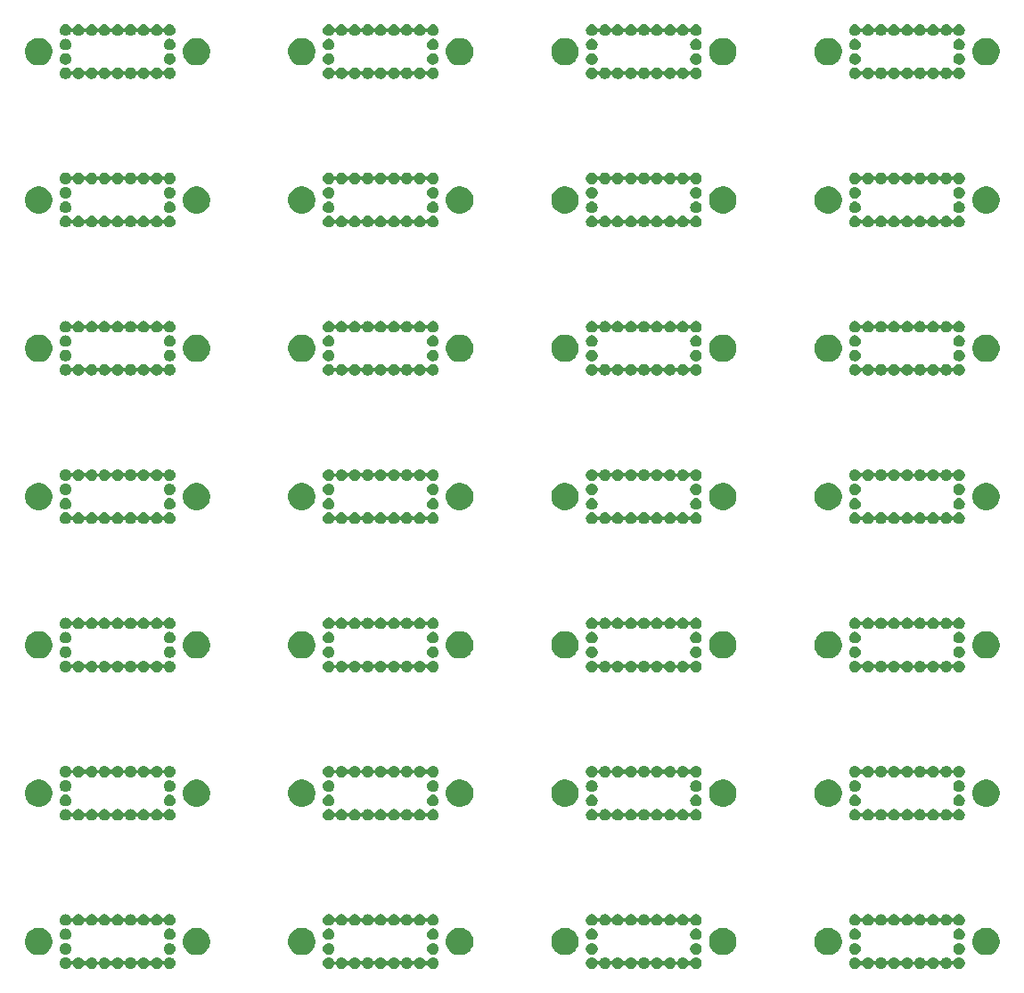
<source format=gbr>
G04 #@! TF.GenerationSoftware,KiCad,Pcbnew,5.1.5+dfsg1-2build2*
G04 #@! TF.CreationDate,2022-07-13T23:25:36-05:00*
G04 #@! TF.ProjectId,,58585858-5858-4585-9858-585858585858,rev?*
G04 #@! TF.SameCoordinates,Original*
G04 #@! TF.FileFunction,Soldermask,Bot*
G04 #@! TF.FilePolarity,Negative*
%FSLAX46Y46*%
G04 Gerber Fmt 4.6, Leading zero omitted, Abs format (unit mm)*
G04 Created by KiCad (PCBNEW 5.1.5+dfsg1-2build2) date 2022-07-13 23:25:36*
%MOMM*%
%LPD*%
G04 APERTURE LIST*
%ADD10C,0.100000*%
G04 APERTURE END LIST*
D10*
G36*
X98634081Y-121765694D02*
G01*
X98734355Y-121807229D01*
X98734356Y-121807230D01*
X98824602Y-121867530D01*
X98901350Y-121944278D01*
X98901351Y-121944280D01*
X98961651Y-122034525D01*
X98976626Y-122070678D01*
X98988177Y-122092288D01*
X99003722Y-122111230D01*
X99022664Y-122126776D01*
X99044275Y-122138327D01*
X99067724Y-122145440D01*
X99092110Y-122147842D01*
X99116496Y-122145440D01*
X99139945Y-122138327D01*
X99161555Y-122126776D01*
X99180497Y-122111231D01*
X99196043Y-122092289D01*
X99207594Y-122070678D01*
X99222569Y-122034525D01*
X99282869Y-121944280D01*
X99282870Y-121944278D01*
X99359618Y-121867530D01*
X99449864Y-121807230D01*
X99449865Y-121807229D01*
X99550139Y-121765694D01*
X99656590Y-121744520D01*
X99765130Y-121744520D01*
X99871581Y-121765694D01*
X99971855Y-121807229D01*
X99971856Y-121807230D01*
X100062102Y-121867530D01*
X100138850Y-121944278D01*
X100138851Y-121944280D01*
X100199151Y-122034525D01*
X100214126Y-122070678D01*
X100225677Y-122092288D01*
X100241222Y-122111230D01*
X100260164Y-122126776D01*
X100281775Y-122138327D01*
X100305224Y-122145440D01*
X100329610Y-122147842D01*
X100353996Y-122145440D01*
X100377445Y-122138327D01*
X100399055Y-122126776D01*
X100417997Y-122111231D01*
X100433543Y-122092289D01*
X100445094Y-122070678D01*
X100460069Y-122034525D01*
X100520369Y-121944280D01*
X100520370Y-121944278D01*
X100597118Y-121867530D01*
X100687364Y-121807230D01*
X100687365Y-121807229D01*
X100787639Y-121765694D01*
X100894090Y-121744520D01*
X101002630Y-121744520D01*
X101109081Y-121765694D01*
X101209355Y-121807229D01*
X101209356Y-121807230D01*
X101299602Y-121867530D01*
X101376350Y-121944278D01*
X101376351Y-121944280D01*
X101436651Y-122034525D01*
X101451626Y-122070678D01*
X101463177Y-122092288D01*
X101478722Y-122111230D01*
X101497664Y-122126776D01*
X101519275Y-122138327D01*
X101542724Y-122145440D01*
X101567110Y-122147842D01*
X101591496Y-122145440D01*
X101614945Y-122138327D01*
X101636555Y-122126776D01*
X101655497Y-122111231D01*
X101671043Y-122092289D01*
X101682594Y-122070678D01*
X101697569Y-122034525D01*
X101757869Y-121944280D01*
X101757870Y-121944278D01*
X101834618Y-121867530D01*
X101924864Y-121807230D01*
X101924865Y-121807229D01*
X102025139Y-121765694D01*
X102131590Y-121744520D01*
X102240130Y-121744520D01*
X102346581Y-121765694D01*
X102446855Y-121807229D01*
X102446856Y-121807230D01*
X102537102Y-121867530D01*
X102613850Y-121944278D01*
X102613851Y-121944280D01*
X102674151Y-122034525D01*
X102689126Y-122070678D01*
X102700677Y-122092288D01*
X102716222Y-122111230D01*
X102735164Y-122126776D01*
X102756775Y-122138327D01*
X102780224Y-122145440D01*
X102804610Y-122147842D01*
X102828996Y-122145440D01*
X102852445Y-122138327D01*
X102874055Y-122126776D01*
X102892997Y-122111231D01*
X102908543Y-122092289D01*
X102920094Y-122070678D01*
X102935069Y-122034525D01*
X102995369Y-121944280D01*
X102995370Y-121944278D01*
X103072118Y-121867530D01*
X103162364Y-121807230D01*
X103162365Y-121807229D01*
X103262639Y-121765694D01*
X103369090Y-121744520D01*
X103477630Y-121744520D01*
X103584081Y-121765694D01*
X103684355Y-121807229D01*
X103684356Y-121807230D01*
X103774602Y-121867530D01*
X103851350Y-121944278D01*
X103851351Y-121944280D01*
X103911651Y-122034525D01*
X103926626Y-122070678D01*
X103938177Y-122092288D01*
X103953722Y-122111230D01*
X103972664Y-122126776D01*
X103994275Y-122138327D01*
X104017724Y-122145440D01*
X104042110Y-122147842D01*
X104066496Y-122145440D01*
X104089945Y-122138327D01*
X104111555Y-122126776D01*
X104130497Y-122111231D01*
X104146043Y-122092289D01*
X104157594Y-122070678D01*
X104172569Y-122034525D01*
X104232869Y-121944280D01*
X104232870Y-121944278D01*
X104309618Y-121867530D01*
X104399864Y-121807230D01*
X104399865Y-121807229D01*
X104500139Y-121765694D01*
X104606590Y-121744520D01*
X104715130Y-121744520D01*
X104821581Y-121765694D01*
X104921855Y-121807229D01*
X104921856Y-121807230D01*
X105012102Y-121867530D01*
X105088850Y-121944278D01*
X105088851Y-121944280D01*
X105149151Y-122034525D01*
X105164126Y-122070678D01*
X105175677Y-122092288D01*
X105191222Y-122111230D01*
X105210164Y-122126776D01*
X105231775Y-122138327D01*
X105255224Y-122145440D01*
X105279610Y-122147842D01*
X105303996Y-122145440D01*
X105327445Y-122138327D01*
X105349055Y-122126776D01*
X105367997Y-122111231D01*
X105383543Y-122092289D01*
X105395094Y-122070678D01*
X105410069Y-122034525D01*
X105470369Y-121944280D01*
X105470370Y-121944278D01*
X105547118Y-121867530D01*
X105637364Y-121807230D01*
X105637365Y-121807229D01*
X105737639Y-121765694D01*
X105844090Y-121744520D01*
X105952630Y-121744520D01*
X106059081Y-121765694D01*
X106159355Y-121807229D01*
X106159356Y-121807230D01*
X106249602Y-121867530D01*
X106326350Y-121944278D01*
X106326351Y-121944280D01*
X106386651Y-122034525D01*
X106401626Y-122070678D01*
X106413177Y-122092288D01*
X106428722Y-122111230D01*
X106447664Y-122126776D01*
X106469275Y-122138327D01*
X106492724Y-122145440D01*
X106517110Y-122147842D01*
X106541496Y-122145440D01*
X106564945Y-122138327D01*
X106586555Y-122126776D01*
X106605497Y-122111231D01*
X106621043Y-122092289D01*
X106632594Y-122070678D01*
X106647569Y-122034525D01*
X106707869Y-121944280D01*
X106707870Y-121944278D01*
X106784618Y-121867530D01*
X106874864Y-121807230D01*
X106874865Y-121807229D01*
X106975139Y-121765694D01*
X107081590Y-121744520D01*
X107190130Y-121744520D01*
X107296581Y-121765694D01*
X107396855Y-121807229D01*
X107396856Y-121807230D01*
X107487102Y-121867530D01*
X107563850Y-121944278D01*
X107563851Y-121944280D01*
X107624151Y-122034525D01*
X107639126Y-122070678D01*
X107650677Y-122092288D01*
X107666222Y-122111230D01*
X107685164Y-122126776D01*
X107706775Y-122138327D01*
X107730224Y-122145440D01*
X107754610Y-122147842D01*
X107778996Y-122145440D01*
X107802445Y-122138327D01*
X107824055Y-122126776D01*
X107842997Y-122111231D01*
X107858543Y-122092289D01*
X107870094Y-122070678D01*
X107885069Y-122034525D01*
X107945369Y-121944280D01*
X107945370Y-121944278D01*
X108022118Y-121867530D01*
X108112364Y-121807230D01*
X108112365Y-121807229D01*
X108212639Y-121765694D01*
X108319090Y-121744520D01*
X108427630Y-121744520D01*
X108534081Y-121765694D01*
X108634355Y-121807229D01*
X108634356Y-121807230D01*
X108724602Y-121867530D01*
X108801350Y-121944278D01*
X108801351Y-121944280D01*
X108861651Y-122034525D01*
X108903186Y-122134799D01*
X108924360Y-122241250D01*
X108924360Y-122349790D01*
X108903186Y-122456241D01*
X108861651Y-122556515D01*
X108861650Y-122556516D01*
X108801350Y-122646762D01*
X108724602Y-122723510D01*
X108679172Y-122753865D01*
X108634355Y-122783811D01*
X108534081Y-122825346D01*
X108427630Y-122846520D01*
X108319090Y-122846520D01*
X108212639Y-122825346D01*
X108112365Y-122783811D01*
X108067548Y-122753865D01*
X108022118Y-122723510D01*
X107945370Y-122646762D01*
X107885070Y-122556516D01*
X107885069Y-122556515D01*
X107870094Y-122520362D01*
X107858543Y-122498752D01*
X107842998Y-122479810D01*
X107824056Y-122464264D01*
X107802445Y-122452713D01*
X107778996Y-122445600D01*
X107754610Y-122443198D01*
X107730224Y-122445600D01*
X107706775Y-122452713D01*
X107685165Y-122464264D01*
X107666223Y-122479809D01*
X107650677Y-122498751D01*
X107639126Y-122520362D01*
X107624151Y-122556515D01*
X107624150Y-122556516D01*
X107563850Y-122646762D01*
X107487102Y-122723510D01*
X107441672Y-122753865D01*
X107396855Y-122783811D01*
X107296581Y-122825346D01*
X107190130Y-122846520D01*
X107081590Y-122846520D01*
X106975139Y-122825346D01*
X106874865Y-122783811D01*
X106830048Y-122753865D01*
X106784618Y-122723510D01*
X106707870Y-122646762D01*
X106647570Y-122556516D01*
X106647569Y-122556515D01*
X106632594Y-122520362D01*
X106621043Y-122498752D01*
X106605498Y-122479810D01*
X106586556Y-122464264D01*
X106564945Y-122452713D01*
X106541496Y-122445600D01*
X106517110Y-122443198D01*
X106492724Y-122445600D01*
X106469275Y-122452713D01*
X106447665Y-122464264D01*
X106428723Y-122479809D01*
X106413177Y-122498751D01*
X106401626Y-122520362D01*
X106386651Y-122556515D01*
X106386650Y-122556516D01*
X106326350Y-122646762D01*
X106249602Y-122723510D01*
X106204172Y-122753865D01*
X106159355Y-122783811D01*
X106059081Y-122825346D01*
X105952630Y-122846520D01*
X105844090Y-122846520D01*
X105737639Y-122825346D01*
X105637365Y-122783811D01*
X105592548Y-122753865D01*
X105547118Y-122723510D01*
X105470370Y-122646762D01*
X105410070Y-122556516D01*
X105410069Y-122556515D01*
X105395094Y-122520362D01*
X105383543Y-122498752D01*
X105367998Y-122479810D01*
X105349056Y-122464264D01*
X105327445Y-122452713D01*
X105303996Y-122445600D01*
X105279610Y-122443198D01*
X105255224Y-122445600D01*
X105231775Y-122452713D01*
X105210165Y-122464264D01*
X105191223Y-122479809D01*
X105175677Y-122498751D01*
X105164126Y-122520362D01*
X105149151Y-122556515D01*
X105149150Y-122556516D01*
X105088850Y-122646762D01*
X105012102Y-122723510D01*
X104966672Y-122753865D01*
X104921855Y-122783811D01*
X104821581Y-122825346D01*
X104715130Y-122846520D01*
X104606590Y-122846520D01*
X104500139Y-122825346D01*
X104399865Y-122783811D01*
X104355048Y-122753865D01*
X104309618Y-122723510D01*
X104232870Y-122646762D01*
X104172570Y-122556516D01*
X104172569Y-122556515D01*
X104157594Y-122520362D01*
X104146043Y-122498752D01*
X104130498Y-122479810D01*
X104111556Y-122464264D01*
X104089945Y-122452713D01*
X104066496Y-122445600D01*
X104042110Y-122443198D01*
X104017724Y-122445600D01*
X103994275Y-122452713D01*
X103972665Y-122464264D01*
X103953723Y-122479809D01*
X103938177Y-122498751D01*
X103926626Y-122520362D01*
X103911651Y-122556515D01*
X103911650Y-122556516D01*
X103851350Y-122646762D01*
X103774602Y-122723510D01*
X103729172Y-122753865D01*
X103684355Y-122783811D01*
X103584081Y-122825346D01*
X103477630Y-122846520D01*
X103369090Y-122846520D01*
X103262639Y-122825346D01*
X103162365Y-122783811D01*
X103117548Y-122753865D01*
X103072118Y-122723510D01*
X102995370Y-122646762D01*
X102935070Y-122556516D01*
X102935069Y-122556515D01*
X102920094Y-122520362D01*
X102908543Y-122498752D01*
X102892998Y-122479810D01*
X102874056Y-122464264D01*
X102852445Y-122452713D01*
X102828996Y-122445600D01*
X102804610Y-122443198D01*
X102780224Y-122445600D01*
X102756775Y-122452713D01*
X102735165Y-122464264D01*
X102716223Y-122479809D01*
X102700677Y-122498751D01*
X102689126Y-122520362D01*
X102674151Y-122556515D01*
X102674150Y-122556516D01*
X102613850Y-122646762D01*
X102537102Y-122723510D01*
X102491672Y-122753865D01*
X102446855Y-122783811D01*
X102346581Y-122825346D01*
X102240130Y-122846520D01*
X102131590Y-122846520D01*
X102025139Y-122825346D01*
X101924865Y-122783811D01*
X101880048Y-122753865D01*
X101834618Y-122723510D01*
X101757870Y-122646762D01*
X101697570Y-122556516D01*
X101697569Y-122556515D01*
X101682594Y-122520362D01*
X101671043Y-122498752D01*
X101655498Y-122479810D01*
X101636556Y-122464264D01*
X101614945Y-122452713D01*
X101591496Y-122445600D01*
X101567110Y-122443198D01*
X101542724Y-122445600D01*
X101519275Y-122452713D01*
X101497665Y-122464264D01*
X101478723Y-122479809D01*
X101463177Y-122498751D01*
X101451626Y-122520362D01*
X101436651Y-122556515D01*
X101436650Y-122556516D01*
X101376350Y-122646762D01*
X101299602Y-122723510D01*
X101254172Y-122753865D01*
X101209355Y-122783811D01*
X101109081Y-122825346D01*
X101002630Y-122846520D01*
X100894090Y-122846520D01*
X100787639Y-122825346D01*
X100687365Y-122783811D01*
X100642548Y-122753865D01*
X100597118Y-122723510D01*
X100520370Y-122646762D01*
X100460070Y-122556516D01*
X100460069Y-122556515D01*
X100445094Y-122520362D01*
X100433543Y-122498752D01*
X100417998Y-122479810D01*
X100399056Y-122464264D01*
X100377445Y-122452713D01*
X100353996Y-122445600D01*
X100329610Y-122443198D01*
X100305224Y-122445600D01*
X100281775Y-122452713D01*
X100260165Y-122464264D01*
X100241223Y-122479809D01*
X100225677Y-122498751D01*
X100214126Y-122520362D01*
X100199151Y-122556515D01*
X100199150Y-122556516D01*
X100138850Y-122646762D01*
X100062102Y-122723510D01*
X100016672Y-122753865D01*
X99971855Y-122783811D01*
X99871581Y-122825346D01*
X99765130Y-122846520D01*
X99656590Y-122846520D01*
X99550139Y-122825346D01*
X99449865Y-122783811D01*
X99405048Y-122753865D01*
X99359618Y-122723510D01*
X99282870Y-122646762D01*
X99222570Y-122556516D01*
X99222569Y-122556515D01*
X99207594Y-122520362D01*
X99196043Y-122498752D01*
X99180498Y-122479810D01*
X99161556Y-122464264D01*
X99139945Y-122452713D01*
X99116496Y-122445600D01*
X99092110Y-122443198D01*
X99067724Y-122445600D01*
X99044275Y-122452713D01*
X99022665Y-122464264D01*
X99003723Y-122479809D01*
X98988177Y-122498751D01*
X98976626Y-122520362D01*
X98961651Y-122556515D01*
X98961650Y-122556516D01*
X98901350Y-122646762D01*
X98824602Y-122723510D01*
X98779172Y-122753865D01*
X98734355Y-122783811D01*
X98634081Y-122825346D01*
X98527630Y-122846520D01*
X98419090Y-122846520D01*
X98312639Y-122825346D01*
X98212365Y-122783811D01*
X98167548Y-122753865D01*
X98122118Y-122723510D01*
X98045370Y-122646762D01*
X97985070Y-122556516D01*
X97985069Y-122556515D01*
X97943534Y-122456241D01*
X97922360Y-122349790D01*
X97922360Y-122241250D01*
X97943534Y-122134799D01*
X97985069Y-122034525D01*
X98045369Y-121944280D01*
X98045370Y-121944278D01*
X98122118Y-121867530D01*
X98212364Y-121807230D01*
X98212365Y-121807229D01*
X98312639Y-121765694D01*
X98419090Y-121744520D01*
X98527630Y-121744520D01*
X98634081Y-121765694D01*
G37*
G36*
X73634081Y-121765694D02*
G01*
X73734355Y-121807229D01*
X73734356Y-121807230D01*
X73824602Y-121867530D01*
X73901350Y-121944278D01*
X73901351Y-121944280D01*
X73961651Y-122034525D01*
X73976626Y-122070678D01*
X73988177Y-122092288D01*
X74003722Y-122111230D01*
X74022664Y-122126776D01*
X74044275Y-122138327D01*
X74067724Y-122145440D01*
X74092110Y-122147842D01*
X74116496Y-122145440D01*
X74139945Y-122138327D01*
X74161555Y-122126776D01*
X74180497Y-122111231D01*
X74196043Y-122092289D01*
X74207594Y-122070678D01*
X74222569Y-122034525D01*
X74282869Y-121944280D01*
X74282870Y-121944278D01*
X74359618Y-121867530D01*
X74449864Y-121807230D01*
X74449865Y-121807229D01*
X74550139Y-121765694D01*
X74656590Y-121744520D01*
X74765130Y-121744520D01*
X74871581Y-121765694D01*
X74971855Y-121807229D01*
X74971856Y-121807230D01*
X75062102Y-121867530D01*
X75138850Y-121944278D01*
X75138851Y-121944280D01*
X75199151Y-122034525D01*
X75214126Y-122070678D01*
X75225677Y-122092288D01*
X75241222Y-122111230D01*
X75260164Y-122126776D01*
X75281775Y-122138327D01*
X75305224Y-122145440D01*
X75329610Y-122147842D01*
X75353996Y-122145440D01*
X75377445Y-122138327D01*
X75399055Y-122126776D01*
X75417997Y-122111231D01*
X75433543Y-122092289D01*
X75445094Y-122070678D01*
X75460069Y-122034525D01*
X75520369Y-121944280D01*
X75520370Y-121944278D01*
X75597118Y-121867530D01*
X75687364Y-121807230D01*
X75687365Y-121807229D01*
X75787639Y-121765694D01*
X75894090Y-121744520D01*
X76002630Y-121744520D01*
X76109081Y-121765694D01*
X76209355Y-121807229D01*
X76209356Y-121807230D01*
X76299602Y-121867530D01*
X76376350Y-121944278D01*
X76376351Y-121944280D01*
X76436651Y-122034525D01*
X76451626Y-122070678D01*
X76463177Y-122092288D01*
X76478722Y-122111230D01*
X76497664Y-122126776D01*
X76519275Y-122138327D01*
X76542724Y-122145440D01*
X76567110Y-122147842D01*
X76591496Y-122145440D01*
X76614945Y-122138327D01*
X76636555Y-122126776D01*
X76655497Y-122111231D01*
X76671043Y-122092289D01*
X76682594Y-122070678D01*
X76697569Y-122034525D01*
X76757869Y-121944280D01*
X76757870Y-121944278D01*
X76834618Y-121867530D01*
X76924864Y-121807230D01*
X76924865Y-121807229D01*
X77025139Y-121765694D01*
X77131590Y-121744520D01*
X77240130Y-121744520D01*
X77346581Y-121765694D01*
X77446855Y-121807229D01*
X77446856Y-121807230D01*
X77537102Y-121867530D01*
X77613850Y-121944278D01*
X77613851Y-121944280D01*
X77674151Y-122034525D01*
X77689126Y-122070678D01*
X77700677Y-122092288D01*
X77716222Y-122111230D01*
X77735164Y-122126776D01*
X77756775Y-122138327D01*
X77780224Y-122145440D01*
X77804610Y-122147842D01*
X77828996Y-122145440D01*
X77852445Y-122138327D01*
X77874055Y-122126776D01*
X77892997Y-122111231D01*
X77908543Y-122092289D01*
X77920094Y-122070678D01*
X77935069Y-122034525D01*
X77995369Y-121944280D01*
X77995370Y-121944278D01*
X78072118Y-121867530D01*
X78162364Y-121807230D01*
X78162365Y-121807229D01*
X78262639Y-121765694D01*
X78369090Y-121744520D01*
X78477630Y-121744520D01*
X78584081Y-121765694D01*
X78684355Y-121807229D01*
X78684356Y-121807230D01*
X78774602Y-121867530D01*
X78851350Y-121944278D01*
X78851351Y-121944280D01*
X78911651Y-122034525D01*
X78926626Y-122070678D01*
X78938177Y-122092288D01*
X78953722Y-122111230D01*
X78972664Y-122126776D01*
X78994275Y-122138327D01*
X79017724Y-122145440D01*
X79042110Y-122147842D01*
X79066496Y-122145440D01*
X79089945Y-122138327D01*
X79111555Y-122126776D01*
X79130497Y-122111231D01*
X79146043Y-122092289D01*
X79157594Y-122070678D01*
X79172569Y-122034525D01*
X79232869Y-121944280D01*
X79232870Y-121944278D01*
X79309618Y-121867530D01*
X79399864Y-121807230D01*
X79399865Y-121807229D01*
X79500139Y-121765694D01*
X79606590Y-121744520D01*
X79715130Y-121744520D01*
X79821581Y-121765694D01*
X79921855Y-121807229D01*
X79921856Y-121807230D01*
X80012102Y-121867530D01*
X80088850Y-121944278D01*
X80088851Y-121944280D01*
X80149151Y-122034525D01*
X80164126Y-122070678D01*
X80175677Y-122092288D01*
X80191222Y-122111230D01*
X80210164Y-122126776D01*
X80231775Y-122138327D01*
X80255224Y-122145440D01*
X80279610Y-122147842D01*
X80303996Y-122145440D01*
X80327445Y-122138327D01*
X80349055Y-122126776D01*
X80367997Y-122111231D01*
X80383543Y-122092289D01*
X80395094Y-122070678D01*
X80410069Y-122034525D01*
X80470369Y-121944280D01*
X80470370Y-121944278D01*
X80547118Y-121867530D01*
X80637364Y-121807230D01*
X80637365Y-121807229D01*
X80737639Y-121765694D01*
X80844090Y-121744520D01*
X80952630Y-121744520D01*
X81059081Y-121765694D01*
X81159355Y-121807229D01*
X81159356Y-121807230D01*
X81249602Y-121867530D01*
X81326350Y-121944278D01*
X81326351Y-121944280D01*
X81386651Y-122034525D01*
X81401626Y-122070678D01*
X81413177Y-122092288D01*
X81428722Y-122111230D01*
X81447664Y-122126776D01*
X81469275Y-122138327D01*
X81492724Y-122145440D01*
X81517110Y-122147842D01*
X81541496Y-122145440D01*
X81564945Y-122138327D01*
X81586555Y-122126776D01*
X81605497Y-122111231D01*
X81621043Y-122092289D01*
X81632594Y-122070678D01*
X81647569Y-122034525D01*
X81707869Y-121944280D01*
X81707870Y-121944278D01*
X81784618Y-121867530D01*
X81874864Y-121807230D01*
X81874865Y-121807229D01*
X81975139Y-121765694D01*
X82081590Y-121744520D01*
X82190130Y-121744520D01*
X82296581Y-121765694D01*
X82396855Y-121807229D01*
X82396856Y-121807230D01*
X82487102Y-121867530D01*
X82563850Y-121944278D01*
X82563851Y-121944280D01*
X82624151Y-122034525D01*
X82639126Y-122070678D01*
X82650677Y-122092288D01*
X82666222Y-122111230D01*
X82685164Y-122126776D01*
X82706775Y-122138327D01*
X82730224Y-122145440D01*
X82754610Y-122147842D01*
X82778996Y-122145440D01*
X82802445Y-122138327D01*
X82824055Y-122126776D01*
X82842997Y-122111231D01*
X82858543Y-122092289D01*
X82870094Y-122070678D01*
X82885069Y-122034525D01*
X82945369Y-121944280D01*
X82945370Y-121944278D01*
X83022118Y-121867530D01*
X83112364Y-121807230D01*
X83112365Y-121807229D01*
X83212639Y-121765694D01*
X83319090Y-121744520D01*
X83427630Y-121744520D01*
X83534081Y-121765694D01*
X83634355Y-121807229D01*
X83634356Y-121807230D01*
X83724602Y-121867530D01*
X83801350Y-121944278D01*
X83801351Y-121944280D01*
X83861651Y-122034525D01*
X83903186Y-122134799D01*
X83924360Y-122241250D01*
X83924360Y-122349790D01*
X83903186Y-122456241D01*
X83861651Y-122556515D01*
X83861650Y-122556516D01*
X83801350Y-122646762D01*
X83724602Y-122723510D01*
X83679172Y-122753865D01*
X83634355Y-122783811D01*
X83534081Y-122825346D01*
X83427630Y-122846520D01*
X83319090Y-122846520D01*
X83212639Y-122825346D01*
X83112365Y-122783811D01*
X83067548Y-122753865D01*
X83022118Y-122723510D01*
X82945370Y-122646762D01*
X82885070Y-122556516D01*
X82885069Y-122556515D01*
X82870094Y-122520362D01*
X82858543Y-122498752D01*
X82842998Y-122479810D01*
X82824056Y-122464264D01*
X82802445Y-122452713D01*
X82778996Y-122445600D01*
X82754610Y-122443198D01*
X82730224Y-122445600D01*
X82706775Y-122452713D01*
X82685165Y-122464264D01*
X82666223Y-122479809D01*
X82650677Y-122498751D01*
X82639126Y-122520362D01*
X82624151Y-122556515D01*
X82624150Y-122556516D01*
X82563850Y-122646762D01*
X82487102Y-122723510D01*
X82441672Y-122753865D01*
X82396855Y-122783811D01*
X82296581Y-122825346D01*
X82190130Y-122846520D01*
X82081590Y-122846520D01*
X81975139Y-122825346D01*
X81874865Y-122783811D01*
X81830048Y-122753865D01*
X81784618Y-122723510D01*
X81707870Y-122646762D01*
X81647570Y-122556516D01*
X81647569Y-122556515D01*
X81632594Y-122520362D01*
X81621043Y-122498752D01*
X81605498Y-122479810D01*
X81586556Y-122464264D01*
X81564945Y-122452713D01*
X81541496Y-122445600D01*
X81517110Y-122443198D01*
X81492724Y-122445600D01*
X81469275Y-122452713D01*
X81447665Y-122464264D01*
X81428723Y-122479809D01*
X81413177Y-122498751D01*
X81401626Y-122520362D01*
X81386651Y-122556515D01*
X81386650Y-122556516D01*
X81326350Y-122646762D01*
X81249602Y-122723510D01*
X81204172Y-122753865D01*
X81159355Y-122783811D01*
X81059081Y-122825346D01*
X80952630Y-122846520D01*
X80844090Y-122846520D01*
X80737639Y-122825346D01*
X80637365Y-122783811D01*
X80592548Y-122753865D01*
X80547118Y-122723510D01*
X80470370Y-122646762D01*
X80410070Y-122556516D01*
X80410069Y-122556515D01*
X80395094Y-122520362D01*
X80383543Y-122498752D01*
X80367998Y-122479810D01*
X80349056Y-122464264D01*
X80327445Y-122452713D01*
X80303996Y-122445600D01*
X80279610Y-122443198D01*
X80255224Y-122445600D01*
X80231775Y-122452713D01*
X80210165Y-122464264D01*
X80191223Y-122479809D01*
X80175677Y-122498751D01*
X80164126Y-122520362D01*
X80149151Y-122556515D01*
X80149150Y-122556516D01*
X80088850Y-122646762D01*
X80012102Y-122723510D01*
X79966672Y-122753865D01*
X79921855Y-122783811D01*
X79821581Y-122825346D01*
X79715130Y-122846520D01*
X79606590Y-122846520D01*
X79500139Y-122825346D01*
X79399865Y-122783811D01*
X79355048Y-122753865D01*
X79309618Y-122723510D01*
X79232870Y-122646762D01*
X79172570Y-122556516D01*
X79172569Y-122556515D01*
X79157594Y-122520362D01*
X79146043Y-122498752D01*
X79130498Y-122479810D01*
X79111556Y-122464264D01*
X79089945Y-122452713D01*
X79066496Y-122445600D01*
X79042110Y-122443198D01*
X79017724Y-122445600D01*
X78994275Y-122452713D01*
X78972665Y-122464264D01*
X78953723Y-122479809D01*
X78938177Y-122498751D01*
X78926626Y-122520362D01*
X78911651Y-122556515D01*
X78911650Y-122556516D01*
X78851350Y-122646762D01*
X78774602Y-122723510D01*
X78729172Y-122753865D01*
X78684355Y-122783811D01*
X78584081Y-122825346D01*
X78477630Y-122846520D01*
X78369090Y-122846520D01*
X78262639Y-122825346D01*
X78162365Y-122783811D01*
X78117548Y-122753865D01*
X78072118Y-122723510D01*
X77995370Y-122646762D01*
X77935070Y-122556516D01*
X77935069Y-122556515D01*
X77920094Y-122520362D01*
X77908543Y-122498752D01*
X77892998Y-122479810D01*
X77874056Y-122464264D01*
X77852445Y-122452713D01*
X77828996Y-122445600D01*
X77804610Y-122443198D01*
X77780224Y-122445600D01*
X77756775Y-122452713D01*
X77735165Y-122464264D01*
X77716223Y-122479809D01*
X77700677Y-122498751D01*
X77689126Y-122520362D01*
X77674151Y-122556515D01*
X77674150Y-122556516D01*
X77613850Y-122646762D01*
X77537102Y-122723510D01*
X77491672Y-122753865D01*
X77446855Y-122783811D01*
X77346581Y-122825346D01*
X77240130Y-122846520D01*
X77131590Y-122846520D01*
X77025139Y-122825346D01*
X76924865Y-122783811D01*
X76880048Y-122753865D01*
X76834618Y-122723510D01*
X76757870Y-122646762D01*
X76697570Y-122556516D01*
X76697569Y-122556515D01*
X76682594Y-122520362D01*
X76671043Y-122498752D01*
X76655498Y-122479810D01*
X76636556Y-122464264D01*
X76614945Y-122452713D01*
X76591496Y-122445600D01*
X76567110Y-122443198D01*
X76542724Y-122445600D01*
X76519275Y-122452713D01*
X76497665Y-122464264D01*
X76478723Y-122479809D01*
X76463177Y-122498751D01*
X76451626Y-122520362D01*
X76436651Y-122556515D01*
X76436650Y-122556516D01*
X76376350Y-122646762D01*
X76299602Y-122723510D01*
X76254172Y-122753865D01*
X76209355Y-122783811D01*
X76109081Y-122825346D01*
X76002630Y-122846520D01*
X75894090Y-122846520D01*
X75787639Y-122825346D01*
X75687365Y-122783811D01*
X75642548Y-122753865D01*
X75597118Y-122723510D01*
X75520370Y-122646762D01*
X75460070Y-122556516D01*
X75460069Y-122556515D01*
X75445094Y-122520362D01*
X75433543Y-122498752D01*
X75417998Y-122479810D01*
X75399056Y-122464264D01*
X75377445Y-122452713D01*
X75353996Y-122445600D01*
X75329610Y-122443198D01*
X75305224Y-122445600D01*
X75281775Y-122452713D01*
X75260165Y-122464264D01*
X75241223Y-122479809D01*
X75225677Y-122498751D01*
X75214126Y-122520362D01*
X75199151Y-122556515D01*
X75199150Y-122556516D01*
X75138850Y-122646762D01*
X75062102Y-122723510D01*
X75016672Y-122753865D01*
X74971855Y-122783811D01*
X74871581Y-122825346D01*
X74765130Y-122846520D01*
X74656590Y-122846520D01*
X74550139Y-122825346D01*
X74449865Y-122783811D01*
X74405048Y-122753865D01*
X74359618Y-122723510D01*
X74282870Y-122646762D01*
X74222570Y-122556516D01*
X74222569Y-122556515D01*
X74207594Y-122520362D01*
X74196043Y-122498752D01*
X74180498Y-122479810D01*
X74161556Y-122464264D01*
X74139945Y-122452713D01*
X74116496Y-122445600D01*
X74092110Y-122443198D01*
X74067724Y-122445600D01*
X74044275Y-122452713D01*
X74022665Y-122464264D01*
X74003723Y-122479809D01*
X73988177Y-122498751D01*
X73976626Y-122520362D01*
X73961651Y-122556515D01*
X73961650Y-122556516D01*
X73901350Y-122646762D01*
X73824602Y-122723510D01*
X73779172Y-122753865D01*
X73734355Y-122783811D01*
X73634081Y-122825346D01*
X73527630Y-122846520D01*
X73419090Y-122846520D01*
X73312639Y-122825346D01*
X73212365Y-122783811D01*
X73167548Y-122753865D01*
X73122118Y-122723510D01*
X73045370Y-122646762D01*
X72985070Y-122556516D01*
X72985069Y-122556515D01*
X72943534Y-122456241D01*
X72922360Y-122349790D01*
X72922360Y-122241250D01*
X72943534Y-122134799D01*
X72985069Y-122034525D01*
X73045369Y-121944280D01*
X73045370Y-121944278D01*
X73122118Y-121867530D01*
X73212364Y-121807230D01*
X73212365Y-121807229D01*
X73312639Y-121765694D01*
X73419090Y-121744520D01*
X73527630Y-121744520D01*
X73634081Y-121765694D01*
G37*
G36*
X123634081Y-121765694D02*
G01*
X123734355Y-121807229D01*
X123734356Y-121807230D01*
X123824602Y-121867530D01*
X123901350Y-121944278D01*
X123901351Y-121944280D01*
X123961651Y-122034525D01*
X123976626Y-122070678D01*
X123988177Y-122092288D01*
X124003722Y-122111230D01*
X124022664Y-122126776D01*
X124044275Y-122138327D01*
X124067724Y-122145440D01*
X124092110Y-122147842D01*
X124116496Y-122145440D01*
X124139945Y-122138327D01*
X124161555Y-122126776D01*
X124180497Y-122111231D01*
X124196043Y-122092289D01*
X124207594Y-122070678D01*
X124222569Y-122034525D01*
X124282869Y-121944280D01*
X124282870Y-121944278D01*
X124359618Y-121867530D01*
X124449864Y-121807230D01*
X124449865Y-121807229D01*
X124550139Y-121765694D01*
X124656590Y-121744520D01*
X124765130Y-121744520D01*
X124871581Y-121765694D01*
X124971855Y-121807229D01*
X124971856Y-121807230D01*
X125062102Y-121867530D01*
X125138850Y-121944278D01*
X125138851Y-121944280D01*
X125199151Y-122034525D01*
X125214126Y-122070678D01*
X125225677Y-122092288D01*
X125241222Y-122111230D01*
X125260164Y-122126776D01*
X125281775Y-122138327D01*
X125305224Y-122145440D01*
X125329610Y-122147842D01*
X125353996Y-122145440D01*
X125377445Y-122138327D01*
X125399055Y-122126776D01*
X125417997Y-122111231D01*
X125433543Y-122092289D01*
X125445094Y-122070678D01*
X125460069Y-122034525D01*
X125520369Y-121944280D01*
X125520370Y-121944278D01*
X125597118Y-121867530D01*
X125687364Y-121807230D01*
X125687365Y-121807229D01*
X125787639Y-121765694D01*
X125894090Y-121744520D01*
X126002630Y-121744520D01*
X126109081Y-121765694D01*
X126209355Y-121807229D01*
X126209356Y-121807230D01*
X126299602Y-121867530D01*
X126376350Y-121944278D01*
X126376351Y-121944280D01*
X126436651Y-122034525D01*
X126451626Y-122070678D01*
X126463177Y-122092288D01*
X126478722Y-122111230D01*
X126497664Y-122126776D01*
X126519275Y-122138327D01*
X126542724Y-122145440D01*
X126567110Y-122147842D01*
X126591496Y-122145440D01*
X126614945Y-122138327D01*
X126636555Y-122126776D01*
X126655497Y-122111231D01*
X126671043Y-122092289D01*
X126682594Y-122070678D01*
X126697569Y-122034525D01*
X126757869Y-121944280D01*
X126757870Y-121944278D01*
X126834618Y-121867530D01*
X126924864Y-121807230D01*
X126924865Y-121807229D01*
X127025139Y-121765694D01*
X127131590Y-121744520D01*
X127240130Y-121744520D01*
X127346581Y-121765694D01*
X127446855Y-121807229D01*
X127446856Y-121807230D01*
X127537102Y-121867530D01*
X127613850Y-121944278D01*
X127613851Y-121944280D01*
X127674151Y-122034525D01*
X127689126Y-122070678D01*
X127700677Y-122092288D01*
X127716222Y-122111230D01*
X127735164Y-122126776D01*
X127756775Y-122138327D01*
X127780224Y-122145440D01*
X127804610Y-122147842D01*
X127828996Y-122145440D01*
X127852445Y-122138327D01*
X127874055Y-122126776D01*
X127892997Y-122111231D01*
X127908543Y-122092289D01*
X127920094Y-122070678D01*
X127935069Y-122034525D01*
X127995369Y-121944280D01*
X127995370Y-121944278D01*
X128072118Y-121867530D01*
X128162364Y-121807230D01*
X128162365Y-121807229D01*
X128262639Y-121765694D01*
X128369090Y-121744520D01*
X128477630Y-121744520D01*
X128584081Y-121765694D01*
X128684355Y-121807229D01*
X128684356Y-121807230D01*
X128774602Y-121867530D01*
X128851350Y-121944278D01*
X128851351Y-121944280D01*
X128911651Y-122034525D01*
X128926626Y-122070678D01*
X128938177Y-122092288D01*
X128953722Y-122111230D01*
X128972664Y-122126776D01*
X128994275Y-122138327D01*
X129017724Y-122145440D01*
X129042110Y-122147842D01*
X129066496Y-122145440D01*
X129089945Y-122138327D01*
X129111555Y-122126776D01*
X129130497Y-122111231D01*
X129146043Y-122092289D01*
X129157594Y-122070678D01*
X129172569Y-122034525D01*
X129232869Y-121944280D01*
X129232870Y-121944278D01*
X129309618Y-121867530D01*
X129399864Y-121807230D01*
X129399865Y-121807229D01*
X129500139Y-121765694D01*
X129606590Y-121744520D01*
X129715130Y-121744520D01*
X129821581Y-121765694D01*
X129921855Y-121807229D01*
X129921856Y-121807230D01*
X130012102Y-121867530D01*
X130088850Y-121944278D01*
X130088851Y-121944280D01*
X130149151Y-122034525D01*
X130164126Y-122070678D01*
X130175677Y-122092288D01*
X130191222Y-122111230D01*
X130210164Y-122126776D01*
X130231775Y-122138327D01*
X130255224Y-122145440D01*
X130279610Y-122147842D01*
X130303996Y-122145440D01*
X130327445Y-122138327D01*
X130349055Y-122126776D01*
X130367997Y-122111231D01*
X130383543Y-122092289D01*
X130395094Y-122070678D01*
X130410069Y-122034525D01*
X130470369Y-121944280D01*
X130470370Y-121944278D01*
X130547118Y-121867530D01*
X130637364Y-121807230D01*
X130637365Y-121807229D01*
X130737639Y-121765694D01*
X130844090Y-121744520D01*
X130952630Y-121744520D01*
X131059081Y-121765694D01*
X131159355Y-121807229D01*
X131159356Y-121807230D01*
X131249602Y-121867530D01*
X131326350Y-121944278D01*
X131326351Y-121944280D01*
X131386651Y-122034525D01*
X131401626Y-122070678D01*
X131413177Y-122092288D01*
X131428722Y-122111230D01*
X131447664Y-122126776D01*
X131469275Y-122138327D01*
X131492724Y-122145440D01*
X131517110Y-122147842D01*
X131541496Y-122145440D01*
X131564945Y-122138327D01*
X131586555Y-122126776D01*
X131605497Y-122111231D01*
X131621043Y-122092289D01*
X131632594Y-122070678D01*
X131647569Y-122034525D01*
X131707869Y-121944280D01*
X131707870Y-121944278D01*
X131784618Y-121867530D01*
X131874864Y-121807230D01*
X131874865Y-121807229D01*
X131975139Y-121765694D01*
X132081590Y-121744520D01*
X132190130Y-121744520D01*
X132296581Y-121765694D01*
X132396855Y-121807229D01*
X132396856Y-121807230D01*
X132487102Y-121867530D01*
X132563850Y-121944278D01*
X132563851Y-121944280D01*
X132624151Y-122034525D01*
X132639126Y-122070678D01*
X132650677Y-122092288D01*
X132666222Y-122111230D01*
X132685164Y-122126776D01*
X132706775Y-122138327D01*
X132730224Y-122145440D01*
X132754610Y-122147842D01*
X132778996Y-122145440D01*
X132802445Y-122138327D01*
X132824055Y-122126776D01*
X132842997Y-122111231D01*
X132858543Y-122092289D01*
X132870094Y-122070678D01*
X132885069Y-122034525D01*
X132945369Y-121944280D01*
X132945370Y-121944278D01*
X133022118Y-121867530D01*
X133112364Y-121807230D01*
X133112365Y-121807229D01*
X133212639Y-121765694D01*
X133319090Y-121744520D01*
X133427630Y-121744520D01*
X133534081Y-121765694D01*
X133634355Y-121807229D01*
X133634356Y-121807230D01*
X133724602Y-121867530D01*
X133801350Y-121944278D01*
X133801351Y-121944280D01*
X133861651Y-122034525D01*
X133903186Y-122134799D01*
X133924360Y-122241250D01*
X133924360Y-122349790D01*
X133903186Y-122456241D01*
X133861651Y-122556515D01*
X133861650Y-122556516D01*
X133801350Y-122646762D01*
X133724602Y-122723510D01*
X133679172Y-122753865D01*
X133634355Y-122783811D01*
X133534081Y-122825346D01*
X133427630Y-122846520D01*
X133319090Y-122846520D01*
X133212639Y-122825346D01*
X133112365Y-122783811D01*
X133067548Y-122753865D01*
X133022118Y-122723510D01*
X132945370Y-122646762D01*
X132885070Y-122556516D01*
X132885069Y-122556515D01*
X132870094Y-122520362D01*
X132858543Y-122498752D01*
X132842998Y-122479810D01*
X132824056Y-122464264D01*
X132802445Y-122452713D01*
X132778996Y-122445600D01*
X132754610Y-122443198D01*
X132730224Y-122445600D01*
X132706775Y-122452713D01*
X132685165Y-122464264D01*
X132666223Y-122479809D01*
X132650677Y-122498751D01*
X132639126Y-122520362D01*
X132624151Y-122556515D01*
X132624150Y-122556516D01*
X132563850Y-122646762D01*
X132487102Y-122723510D01*
X132441672Y-122753865D01*
X132396855Y-122783811D01*
X132296581Y-122825346D01*
X132190130Y-122846520D01*
X132081590Y-122846520D01*
X131975139Y-122825346D01*
X131874865Y-122783811D01*
X131830048Y-122753865D01*
X131784618Y-122723510D01*
X131707870Y-122646762D01*
X131647570Y-122556516D01*
X131647569Y-122556515D01*
X131632594Y-122520362D01*
X131621043Y-122498752D01*
X131605498Y-122479810D01*
X131586556Y-122464264D01*
X131564945Y-122452713D01*
X131541496Y-122445600D01*
X131517110Y-122443198D01*
X131492724Y-122445600D01*
X131469275Y-122452713D01*
X131447665Y-122464264D01*
X131428723Y-122479809D01*
X131413177Y-122498751D01*
X131401626Y-122520362D01*
X131386651Y-122556515D01*
X131386650Y-122556516D01*
X131326350Y-122646762D01*
X131249602Y-122723510D01*
X131204172Y-122753865D01*
X131159355Y-122783811D01*
X131059081Y-122825346D01*
X130952630Y-122846520D01*
X130844090Y-122846520D01*
X130737639Y-122825346D01*
X130637365Y-122783811D01*
X130592548Y-122753865D01*
X130547118Y-122723510D01*
X130470370Y-122646762D01*
X130410070Y-122556516D01*
X130410069Y-122556515D01*
X130395094Y-122520362D01*
X130383543Y-122498752D01*
X130367998Y-122479810D01*
X130349056Y-122464264D01*
X130327445Y-122452713D01*
X130303996Y-122445600D01*
X130279610Y-122443198D01*
X130255224Y-122445600D01*
X130231775Y-122452713D01*
X130210165Y-122464264D01*
X130191223Y-122479809D01*
X130175677Y-122498751D01*
X130164126Y-122520362D01*
X130149151Y-122556515D01*
X130149150Y-122556516D01*
X130088850Y-122646762D01*
X130012102Y-122723510D01*
X129966672Y-122753865D01*
X129921855Y-122783811D01*
X129821581Y-122825346D01*
X129715130Y-122846520D01*
X129606590Y-122846520D01*
X129500139Y-122825346D01*
X129399865Y-122783811D01*
X129355048Y-122753865D01*
X129309618Y-122723510D01*
X129232870Y-122646762D01*
X129172570Y-122556516D01*
X129172569Y-122556515D01*
X129157594Y-122520362D01*
X129146043Y-122498752D01*
X129130498Y-122479810D01*
X129111556Y-122464264D01*
X129089945Y-122452713D01*
X129066496Y-122445600D01*
X129042110Y-122443198D01*
X129017724Y-122445600D01*
X128994275Y-122452713D01*
X128972665Y-122464264D01*
X128953723Y-122479809D01*
X128938177Y-122498751D01*
X128926626Y-122520362D01*
X128911651Y-122556515D01*
X128911650Y-122556516D01*
X128851350Y-122646762D01*
X128774602Y-122723510D01*
X128729172Y-122753865D01*
X128684355Y-122783811D01*
X128584081Y-122825346D01*
X128477630Y-122846520D01*
X128369090Y-122846520D01*
X128262639Y-122825346D01*
X128162365Y-122783811D01*
X128117548Y-122753865D01*
X128072118Y-122723510D01*
X127995370Y-122646762D01*
X127935070Y-122556516D01*
X127935069Y-122556515D01*
X127920094Y-122520362D01*
X127908543Y-122498752D01*
X127892998Y-122479810D01*
X127874056Y-122464264D01*
X127852445Y-122452713D01*
X127828996Y-122445600D01*
X127804610Y-122443198D01*
X127780224Y-122445600D01*
X127756775Y-122452713D01*
X127735165Y-122464264D01*
X127716223Y-122479809D01*
X127700677Y-122498751D01*
X127689126Y-122520362D01*
X127674151Y-122556515D01*
X127674150Y-122556516D01*
X127613850Y-122646762D01*
X127537102Y-122723510D01*
X127491672Y-122753865D01*
X127446855Y-122783811D01*
X127346581Y-122825346D01*
X127240130Y-122846520D01*
X127131590Y-122846520D01*
X127025139Y-122825346D01*
X126924865Y-122783811D01*
X126880048Y-122753865D01*
X126834618Y-122723510D01*
X126757870Y-122646762D01*
X126697570Y-122556516D01*
X126697569Y-122556515D01*
X126682594Y-122520362D01*
X126671043Y-122498752D01*
X126655498Y-122479810D01*
X126636556Y-122464264D01*
X126614945Y-122452713D01*
X126591496Y-122445600D01*
X126567110Y-122443198D01*
X126542724Y-122445600D01*
X126519275Y-122452713D01*
X126497665Y-122464264D01*
X126478723Y-122479809D01*
X126463177Y-122498751D01*
X126451626Y-122520362D01*
X126436651Y-122556515D01*
X126436650Y-122556516D01*
X126376350Y-122646762D01*
X126299602Y-122723510D01*
X126254172Y-122753865D01*
X126209355Y-122783811D01*
X126109081Y-122825346D01*
X126002630Y-122846520D01*
X125894090Y-122846520D01*
X125787639Y-122825346D01*
X125687365Y-122783811D01*
X125642548Y-122753865D01*
X125597118Y-122723510D01*
X125520370Y-122646762D01*
X125460070Y-122556516D01*
X125460069Y-122556515D01*
X125445094Y-122520362D01*
X125433543Y-122498752D01*
X125417998Y-122479810D01*
X125399056Y-122464264D01*
X125377445Y-122452713D01*
X125353996Y-122445600D01*
X125329610Y-122443198D01*
X125305224Y-122445600D01*
X125281775Y-122452713D01*
X125260165Y-122464264D01*
X125241223Y-122479809D01*
X125225677Y-122498751D01*
X125214126Y-122520362D01*
X125199151Y-122556515D01*
X125199150Y-122556516D01*
X125138850Y-122646762D01*
X125062102Y-122723510D01*
X125016672Y-122753865D01*
X124971855Y-122783811D01*
X124871581Y-122825346D01*
X124765130Y-122846520D01*
X124656590Y-122846520D01*
X124550139Y-122825346D01*
X124449865Y-122783811D01*
X124405048Y-122753865D01*
X124359618Y-122723510D01*
X124282870Y-122646762D01*
X124222570Y-122556516D01*
X124222569Y-122556515D01*
X124207594Y-122520362D01*
X124196043Y-122498752D01*
X124180498Y-122479810D01*
X124161556Y-122464264D01*
X124139945Y-122452713D01*
X124116496Y-122445600D01*
X124092110Y-122443198D01*
X124067724Y-122445600D01*
X124044275Y-122452713D01*
X124022665Y-122464264D01*
X124003723Y-122479809D01*
X123988177Y-122498751D01*
X123976626Y-122520362D01*
X123961651Y-122556515D01*
X123961650Y-122556516D01*
X123901350Y-122646762D01*
X123824602Y-122723510D01*
X123779172Y-122753865D01*
X123734355Y-122783811D01*
X123634081Y-122825346D01*
X123527630Y-122846520D01*
X123419090Y-122846520D01*
X123312639Y-122825346D01*
X123212365Y-122783811D01*
X123167548Y-122753865D01*
X123122118Y-122723510D01*
X123045370Y-122646762D01*
X122985070Y-122556516D01*
X122985069Y-122556515D01*
X122943534Y-122456241D01*
X122922360Y-122349790D01*
X122922360Y-122241250D01*
X122943534Y-122134799D01*
X122985069Y-122034525D01*
X123045369Y-121944280D01*
X123045370Y-121944278D01*
X123122118Y-121867530D01*
X123212364Y-121807230D01*
X123212365Y-121807229D01*
X123312639Y-121765694D01*
X123419090Y-121744520D01*
X123527630Y-121744520D01*
X123634081Y-121765694D01*
G37*
G36*
X148634081Y-121765694D02*
G01*
X148734355Y-121807229D01*
X148734356Y-121807230D01*
X148824602Y-121867530D01*
X148901350Y-121944278D01*
X148901351Y-121944280D01*
X148961651Y-122034525D01*
X148976626Y-122070678D01*
X148988177Y-122092288D01*
X149003722Y-122111230D01*
X149022664Y-122126776D01*
X149044275Y-122138327D01*
X149067724Y-122145440D01*
X149092110Y-122147842D01*
X149116496Y-122145440D01*
X149139945Y-122138327D01*
X149161555Y-122126776D01*
X149180497Y-122111231D01*
X149196043Y-122092289D01*
X149207594Y-122070678D01*
X149222569Y-122034525D01*
X149282869Y-121944280D01*
X149282870Y-121944278D01*
X149359618Y-121867530D01*
X149449864Y-121807230D01*
X149449865Y-121807229D01*
X149550139Y-121765694D01*
X149656590Y-121744520D01*
X149765130Y-121744520D01*
X149871581Y-121765694D01*
X149971855Y-121807229D01*
X149971856Y-121807230D01*
X150062102Y-121867530D01*
X150138850Y-121944278D01*
X150138851Y-121944280D01*
X150199151Y-122034525D01*
X150214126Y-122070678D01*
X150225677Y-122092288D01*
X150241222Y-122111230D01*
X150260164Y-122126776D01*
X150281775Y-122138327D01*
X150305224Y-122145440D01*
X150329610Y-122147842D01*
X150353996Y-122145440D01*
X150377445Y-122138327D01*
X150399055Y-122126776D01*
X150417997Y-122111231D01*
X150433543Y-122092289D01*
X150445094Y-122070678D01*
X150460069Y-122034525D01*
X150520369Y-121944280D01*
X150520370Y-121944278D01*
X150597118Y-121867530D01*
X150687364Y-121807230D01*
X150687365Y-121807229D01*
X150787639Y-121765694D01*
X150894090Y-121744520D01*
X151002630Y-121744520D01*
X151109081Y-121765694D01*
X151209355Y-121807229D01*
X151209356Y-121807230D01*
X151299602Y-121867530D01*
X151376350Y-121944278D01*
X151376351Y-121944280D01*
X151436651Y-122034525D01*
X151451626Y-122070678D01*
X151463177Y-122092288D01*
X151478722Y-122111230D01*
X151497664Y-122126776D01*
X151519275Y-122138327D01*
X151542724Y-122145440D01*
X151567110Y-122147842D01*
X151591496Y-122145440D01*
X151614945Y-122138327D01*
X151636555Y-122126776D01*
X151655497Y-122111231D01*
X151671043Y-122092289D01*
X151682594Y-122070678D01*
X151697569Y-122034525D01*
X151757869Y-121944280D01*
X151757870Y-121944278D01*
X151834618Y-121867530D01*
X151924864Y-121807230D01*
X151924865Y-121807229D01*
X152025139Y-121765694D01*
X152131590Y-121744520D01*
X152240130Y-121744520D01*
X152346581Y-121765694D01*
X152446855Y-121807229D01*
X152446856Y-121807230D01*
X152537102Y-121867530D01*
X152613850Y-121944278D01*
X152613851Y-121944280D01*
X152674151Y-122034525D01*
X152689126Y-122070678D01*
X152700677Y-122092288D01*
X152716222Y-122111230D01*
X152735164Y-122126776D01*
X152756775Y-122138327D01*
X152780224Y-122145440D01*
X152804610Y-122147842D01*
X152828996Y-122145440D01*
X152852445Y-122138327D01*
X152874055Y-122126776D01*
X152892997Y-122111231D01*
X152908543Y-122092289D01*
X152920094Y-122070678D01*
X152935069Y-122034525D01*
X152995369Y-121944280D01*
X152995370Y-121944278D01*
X153072118Y-121867530D01*
X153162364Y-121807230D01*
X153162365Y-121807229D01*
X153262639Y-121765694D01*
X153369090Y-121744520D01*
X153477630Y-121744520D01*
X153584081Y-121765694D01*
X153684355Y-121807229D01*
X153684356Y-121807230D01*
X153774602Y-121867530D01*
X153851350Y-121944278D01*
X153851351Y-121944280D01*
X153911651Y-122034525D01*
X153926626Y-122070678D01*
X153938177Y-122092288D01*
X153953722Y-122111230D01*
X153972664Y-122126776D01*
X153994275Y-122138327D01*
X154017724Y-122145440D01*
X154042110Y-122147842D01*
X154066496Y-122145440D01*
X154089945Y-122138327D01*
X154111555Y-122126776D01*
X154130497Y-122111231D01*
X154146043Y-122092289D01*
X154157594Y-122070678D01*
X154172569Y-122034525D01*
X154232869Y-121944280D01*
X154232870Y-121944278D01*
X154309618Y-121867530D01*
X154399864Y-121807230D01*
X154399865Y-121807229D01*
X154500139Y-121765694D01*
X154606590Y-121744520D01*
X154715130Y-121744520D01*
X154821581Y-121765694D01*
X154921855Y-121807229D01*
X154921856Y-121807230D01*
X155012102Y-121867530D01*
X155088850Y-121944278D01*
X155088851Y-121944280D01*
X155149151Y-122034525D01*
X155164126Y-122070678D01*
X155175677Y-122092288D01*
X155191222Y-122111230D01*
X155210164Y-122126776D01*
X155231775Y-122138327D01*
X155255224Y-122145440D01*
X155279610Y-122147842D01*
X155303996Y-122145440D01*
X155327445Y-122138327D01*
X155349055Y-122126776D01*
X155367997Y-122111231D01*
X155383543Y-122092289D01*
X155395094Y-122070678D01*
X155410069Y-122034525D01*
X155470369Y-121944280D01*
X155470370Y-121944278D01*
X155547118Y-121867530D01*
X155637364Y-121807230D01*
X155637365Y-121807229D01*
X155737639Y-121765694D01*
X155844090Y-121744520D01*
X155952630Y-121744520D01*
X156059081Y-121765694D01*
X156159355Y-121807229D01*
X156159356Y-121807230D01*
X156249602Y-121867530D01*
X156326350Y-121944278D01*
X156326351Y-121944280D01*
X156386651Y-122034525D01*
X156401626Y-122070678D01*
X156413177Y-122092288D01*
X156428722Y-122111230D01*
X156447664Y-122126776D01*
X156469275Y-122138327D01*
X156492724Y-122145440D01*
X156517110Y-122147842D01*
X156541496Y-122145440D01*
X156564945Y-122138327D01*
X156586555Y-122126776D01*
X156605497Y-122111231D01*
X156621043Y-122092289D01*
X156632594Y-122070678D01*
X156647569Y-122034525D01*
X156707869Y-121944280D01*
X156707870Y-121944278D01*
X156784618Y-121867530D01*
X156874864Y-121807230D01*
X156874865Y-121807229D01*
X156975139Y-121765694D01*
X157081590Y-121744520D01*
X157190130Y-121744520D01*
X157296581Y-121765694D01*
X157396855Y-121807229D01*
X157396856Y-121807230D01*
X157487102Y-121867530D01*
X157563850Y-121944278D01*
X157563851Y-121944280D01*
X157624151Y-122034525D01*
X157639126Y-122070678D01*
X157650677Y-122092288D01*
X157666222Y-122111230D01*
X157685164Y-122126776D01*
X157706775Y-122138327D01*
X157730224Y-122145440D01*
X157754610Y-122147842D01*
X157778996Y-122145440D01*
X157802445Y-122138327D01*
X157824055Y-122126776D01*
X157842997Y-122111231D01*
X157858543Y-122092289D01*
X157870094Y-122070678D01*
X157885069Y-122034525D01*
X157945369Y-121944280D01*
X157945370Y-121944278D01*
X158022118Y-121867530D01*
X158112364Y-121807230D01*
X158112365Y-121807229D01*
X158212639Y-121765694D01*
X158319090Y-121744520D01*
X158427630Y-121744520D01*
X158534081Y-121765694D01*
X158634355Y-121807229D01*
X158634356Y-121807230D01*
X158724602Y-121867530D01*
X158801350Y-121944278D01*
X158801351Y-121944280D01*
X158861651Y-122034525D01*
X158903186Y-122134799D01*
X158924360Y-122241250D01*
X158924360Y-122349790D01*
X158903186Y-122456241D01*
X158861651Y-122556515D01*
X158861650Y-122556516D01*
X158801350Y-122646762D01*
X158724602Y-122723510D01*
X158679172Y-122753865D01*
X158634355Y-122783811D01*
X158534081Y-122825346D01*
X158427630Y-122846520D01*
X158319090Y-122846520D01*
X158212639Y-122825346D01*
X158112365Y-122783811D01*
X158067548Y-122753865D01*
X158022118Y-122723510D01*
X157945370Y-122646762D01*
X157885070Y-122556516D01*
X157885069Y-122556515D01*
X157870094Y-122520362D01*
X157858543Y-122498752D01*
X157842998Y-122479810D01*
X157824056Y-122464264D01*
X157802445Y-122452713D01*
X157778996Y-122445600D01*
X157754610Y-122443198D01*
X157730224Y-122445600D01*
X157706775Y-122452713D01*
X157685165Y-122464264D01*
X157666223Y-122479809D01*
X157650677Y-122498751D01*
X157639126Y-122520362D01*
X157624151Y-122556515D01*
X157624150Y-122556516D01*
X157563850Y-122646762D01*
X157487102Y-122723510D01*
X157441672Y-122753865D01*
X157396855Y-122783811D01*
X157296581Y-122825346D01*
X157190130Y-122846520D01*
X157081590Y-122846520D01*
X156975139Y-122825346D01*
X156874865Y-122783811D01*
X156830048Y-122753865D01*
X156784618Y-122723510D01*
X156707870Y-122646762D01*
X156647570Y-122556516D01*
X156647569Y-122556515D01*
X156632594Y-122520362D01*
X156621043Y-122498752D01*
X156605498Y-122479810D01*
X156586556Y-122464264D01*
X156564945Y-122452713D01*
X156541496Y-122445600D01*
X156517110Y-122443198D01*
X156492724Y-122445600D01*
X156469275Y-122452713D01*
X156447665Y-122464264D01*
X156428723Y-122479809D01*
X156413177Y-122498751D01*
X156401626Y-122520362D01*
X156386651Y-122556515D01*
X156386650Y-122556516D01*
X156326350Y-122646762D01*
X156249602Y-122723510D01*
X156204172Y-122753865D01*
X156159355Y-122783811D01*
X156059081Y-122825346D01*
X155952630Y-122846520D01*
X155844090Y-122846520D01*
X155737639Y-122825346D01*
X155637365Y-122783811D01*
X155592548Y-122753865D01*
X155547118Y-122723510D01*
X155470370Y-122646762D01*
X155410070Y-122556516D01*
X155410069Y-122556515D01*
X155395094Y-122520362D01*
X155383543Y-122498752D01*
X155367998Y-122479810D01*
X155349056Y-122464264D01*
X155327445Y-122452713D01*
X155303996Y-122445600D01*
X155279610Y-122443198D01*
X155255224Y-122445600D01*
X155231775Y-122452713D01*
X155210165Y-122464264D01*
X155191223Y-122479809D01*
X155175677Y-122498751D01*
X155164126Y-122520362D01*
X155149151Y-122556515D01*
X155149150Y-122556516D01*
X155088850Y-122646762D01*
X155012102Y-122723510D01*
X154966672Y-122753865D01*
X154921855Y-122783811D01*
X154821581Y-122825346D01*
X154715130Y-122846520D01*
X154606590Y-122846520D01*
X154500139Y-122825346D01*
X154399865Y-122783811D01*
X154355048Y-122753865D01*
X154309618Y-122723510D01*
X154232870Y-122646762D01*
X154172570Y-122556516D01*
X154172569Y-122556515D01*
X154157594Y-122520362D01*
X154146043Y-122498752D01*
X154130498Y-122479810D01*
X154111556Y-122464264D01*
X154089945Y-122452713D01*
X154066496Y-122445600D01*
X154042110Y-122443198D01*
X154017724Y-122445600D01*
X153994275Y-122452713D01*
X153972665Y-122464264D01*
X153953723Y-122479809D01*
X153938177Y-122498751D01*
X153926626Y-122520362D01*
X153911651Y-122556515D01*
X153911650Y-122556516D01*
X153851350Y-122646762D01*
X153774602Y-122723510D01*
X153729172Y-122753865D01*
X153684355Y-122783811D01*
X153584081Y-122825346D01*
X153477630Y-122846520D01*
X153369090Y-122846520D01*
X153262639Y-122825346D01*
X153162365Y-122783811D01*
X153117548Y-122753865D01*
X153072118Y-122723510D01*
X152995370Y-122646762D01*
X152935070Y-122556516D01*
X152935069Y-122556515D01*
X152920094Y-122520362D01*
X152908543Y-122498752D01*
X152892998Y-122479810D01*
X152874056Y-122464264D01*
X152852445Y-122452713D01*
X152828996Y-122445600D01*
X152804610Y-122443198D01*
X152780224Y-122445600D01*
X152756775Y-122452713D01*
X152735165Y-122464264D01*
X152716223Y-122479809D01*
X152700677Y-122498751D01*
X152689126Y-122520362D01*
X152674151Y-122556515D01*
X152674150Y-122556516D01*
X152613850Y-122646762D01*
X152537102Y-122723510D01*
X152491672Y-122753865D01*
X152446855Y-122783811D01*
X152346581Y-122825346D01*
X152240130Y-122846520D01*
X152131590Y-122846520D01*
X152025139Y-122825346D01*
X151924865Y-122783811D01*
X151880048Y-122753865D01*
X151834618Y-122723510D01*
X151757870Y-122646762D01*
X151697570Y-122556516D01*
X151697569Y-122556515D01*
X151682594Y-122520362D01*
X151671043Y-122498752D01*
X151655498Y-122479810D01*
X151636556Y-122464264D01*
X151614945Y-122452713D01*
X151591496Y-122445600D01*
X151567110Y-122443198D01*
X151542724Y-122445600D01*
X151519275Y-122452713D01*
X151497665Y-122464264D01*
X151478723Y-122479809D01*
X151463177Y-122498751D01*
X151451626Y-122520362D01*
X151436651Y-122556515D01*
X151436650Y-122556516D01*
X151376350Y-122646762D01*
X151299602Y-122723510D01*
X151254172Y-122753865D01*
X151209355Y-122783811D01*
X151109081Y-122825346D01*
X151002630Y-122846520D01*
X150894090Y-122846520D01*
X150787639Y-122825346D01*
X150687365Y-122783811D01*
X150642548Y-122753865D01*
X150597118Y-122723510D01*
X150520370Y-122646762D01*
X150460070Y-122556516D01*
X150460069Y-122556515D01*
X150445094Y-122520362D01*
X150433543Y-122498752D01*
X150417998Y-122479810D01*
X150399056Y-122464264D01*
X150377445Y-122452713D01*
X150353996Y-122445600D01*
X150329610Y-122443198D01*
X150305224Y-122445600D01*
X150281775Y-122452713D01*
X150260165Y-122464264D01*
X150241223Y-122479809D01*
X150225677Y-122498751D01*
X150214126Y-122520362D01*
X150199151Y-122556515D01*
X150199150Y-122556516D01*
X150138850Y-122646762D01*
X150062102Y-122723510D01*
X150016672Y-122753865D01*
X149971855Y-122783811D01*
X149871581Y-122825346D01*
X149765130Y-122846520D01*
X149656590Y-122846520D01*
X149550139Y-122825346D01*
X149449865Y-122783811D01*
X149405048Y-122753865D01*
X149359618Y-122723510D01*
X149282870Y-122646762D01*
X149222570Y-122556516D01*
X149222569Y-122556515D01*
X149207594Y-122520362D01*
X149196043Y-122498752D01*
X149180498Y-122479810D01*
X149161556Y-122464264D01*
X149139945Y-122452713D01*
X149116496Y-122445600D01*
X149092110Y-122443198D01*
X149067724Y-122445600D01*
X149044275Y-122452713D01*
X149022665Y-122464264D01*
X149003723Y-122479809D01*
X148988177Y-122498751D01*
X148976626Y-122520362D01*
X148961651Y-122556515D01*
X148961650Y-122556516D01*
X148901350Y-122646762D01*
X148824602Y-122723510D01*
X148779172Y-122753865D01*
X148734355Y-122783811D01*
X148634081Y-122825346D01*
X148527630Y-122846520D01*
X148419090Y-122846520D01*
X148312639Y-122825346D01*
X148212365Y-122783811D01*
X148167548Y-122753865D01*
X148122118Y-122723510D01*
X148045370Y-122646762D01*
X147985070Y-122556516D01*
X147985069Y-122556515D01*
X147943534Y-122456241D01*
X147922360Y-122349790D01*
X147922360Y-122241250D01*
X147943534Y-122134799D01*
X147985069Y-122034525D01*
X148045369Y-121944280D01*
X148045370Y-121944278D01*
X148122118Y-121867530D01*
X148212364Y-121807230D01*
X148212365Y-121807229D01*
X148312639Y-121765694D01*
X148419090Y-121744520D01*
X148527630Y-121744520D01*
X148634081Y-121765694D01*
G37*
G36*
X96302753Y-118994824D02*
G01*
X96539461Y-119092872D01*
X96539463Y-119092873D01*
X96752495Y-119235216D01*
X96933664Y-119416385D01*
X97076007Y-119629417D01*
X97076008Y-119629419D01*
X97174056Y-119866127D01*
X97224040Y-120117413D01*
X97224040Y-120373627D01*
X97174056Y-120624913D01*
X97111971Y-120774799D01*
X97076007Y-120861623D01*
X96933664Y-121074655D01*
X96752495Y-121255824D01*
X96539463Y-121398167D01*
X96539462Y-121398168D01*
X96539461Y-121398168D01*
X96302753Y-121496216D01*
X96051467Y-121546200D01*
X95795253Y-121546200D01*
X95543967Y-121496216D01*
X95307259Y-121398168D01*
X95307258Y-121398168D01*
X95307257Y-121398167D01*
X95094225Y-121255824D01*
X94913056Y-121074655D01*
X94770713Y-120861623D01*
X94734749Y-120774799D01*
X94672664Y-120624913D01*
X94622680Y-120373627D01*
X94622680Y-120117413D01*
X94672664Y-119866127D01*
X94770712Y-119629419D01*
X94770713Y-119629417D01*
X94913056Y-119416385D01*
X95094225Y-119235216D01*
X95307257Y-119092873D01*
X95307259Y-119092872D01*
X95543967Y-118994824D01*
X95795253Y-118944840D01*
X96051467Y-118944840D01*
X96302753Y-118994824D01*
G37*
G36*
X71302753Y-118994824D02*
G01*
X71539461Y-119092872D01*
X71539463Y-119092873D01*
X71752495Y-119235216D01*
X71933664Y-119416385D01*
X72076007Y-119629417D01*
X72076008Y-119629419D01*
X72174056Y-119866127D01*
X72224040Y-120117413D01*
X72224040Y-120373627D01*
X72174056Y-120624913D01*
X72111971Y-120774799D01*
X72076007Y-120861623D01*
X71933664Y-121074655D01*
X71752495Y-121255824D01*
X71539463Y-121398167D01*
X71539462Y-121398168D01*
X71539461Y-121398168D01*
X71302753Y-121496216D01*
X71051467Y-121546200D01*
X70795253Y-121546200D01*
X70543967Y-121496216D01*
X70307259Y-121398168D01*
X70307258Y-121398168D01*
X70307257Y-121398167D01*
X70094225Y-121255824D01*
X69913056Y-121074655D01*
X69770713Y-120861623D01*
X69734749Y-120774799D01*
X69672664Y-120624913D01*
X69622680Y-120373627D01*
X69622680Y-120117413D01*
X69672664Y-119866127D01*
X69770712Y-119629419D01*
X69770713Y-119629417D01*
X69913056Y-119416385D01*
X70094225Y-119235216D01*
X70307257Y-119092873D01*
X70307259Y-119092872D01*
X70543967Y-118994824D01*
X70795253Y-118944840D01*
X71051467Y-118944840D01*
X71302753Y-118994824D01*
G37*
G36*
X121302753Y-118994824D02*
G01*
X121539461Y-119092872D01*
X121539463Y-119092873D01*
X121752495Y-119235216D01*
X121933664Y-119416385D01*
X122076007Y-119629417D01*
X122076008Y-119629419D01*
X122174056Y-119866127D01*
X122224040Y-120117413D01*
X122224040Y-120373627D01*
X122174056Y-120624913D01*
X122111971Y-120774799D01*
X122076007Y-120861623D01*
X121933664Y-121074655D01*
X121752495Y-121255824D01*
X121539463Y-121398167D01*
X121539462Y-121398168D01*
X121539461Y-121398168D01*
X121302753Y-121496216D01*
X121051467Y-121546200D01*
X120795253Y-121546200D01*
X120543967Y-121496216D01*
X120307259Y-121398168D01*
X120307258Y-121398168D01*
X120307257Y-121398167D01*
X120094225Y-121255824D01*
X119913056Y-121074655D01*
X119770713Y-120861623D01*
X119734749Y-120774799D01*
X119672664Y-120624913D01*
X119622680Y-120373627D01*
X119622680Y-120117413D01*
X119672664Y-119866127D01*
X119770712Y-119629419D01*
X119770713Y-119629417D01*
X119913056Y-119416385D01*
X120094225Y-119235216D01*
X120307257Y-119092873D01*
X120307259Y-119092872D01*
X120543967Y-118994824D01*
X120795253Y-118944840D01*
X121051467Y-118944840D01*
X121302753Y-118994824D01*
G37*
G36*
X146302753Y-118994824D02*
G01*
X146539461Y-119092872D01*
X146539463Y-119092873D01*
X146752495Y-119235216D01*
X146933664Y-119416385D01*
X147076007Y-119629417D01*
X147076008Y-119629419D01*
X147174056Y-119866127D01*
X147224040Y-120117413D01*
X147224040Y-120373627D01*
X147174056Y-120624913D01*
X147111971Y-120774799D01*
X147076007Y-120861623D01*
X146933664Y-121074655D01*
X146752495Y-121255824D01*
X146539463Y-121398167D01*
X146539462Y-121398168D01*
X146539461Y-121398168D01*
X146302753Y-121496216D01*
X146051467Y-121546200D01*
X145795253Y-121546200D01*
X145543967Y-121496216D01*
X145307259Y-121398168D01*
X145307258Y-121398168D01*
X145307257Y-121398167D01*
X145094225Y-121255824D01*
X144913056Y-121074655D01*
X144770713Y-120861623D01*
X144734749Y-120774799D01*
X144672664Y-120624913D01*
X144622680Y-120373627D01*
X144622680Y-120117413D01*
X144672664Y-119866127D01*
X144770712Y-119629419D01*
X144770713Y-119629417D01*
X144913056Y-119416385D01*
X145094225Y-119235216D01*
X145307257Y-119092873D01*
X145307259Y-119092872D01*
X145543967Y-118994824D01*
X145795253Y-118944840D01*
X146051467Y-118944840D01*
X146302753Y-118994824D01*
G37*
G36*
X111302753Y-118994824D02*
G01*
X111539461Y-119092872D01*
X111539463Y-119092873D01*
X111752495Y-119235216D01*
X111933664Y-119416385D01*
X112076007Y-119629417D01*
X112076008Y-119629419D01*
X112174056Y-119866127D01*
X112224040Y-120117413D01*
X112224040Y-120373627D01*
X112174056Y-120624913D01*
X112111971Y-120774799D01*
X112076007Y-120861623D01*
X111933664Y-121074655D01*
X111752495Y-121255824D01*
X111539463Y-121398167D01*
X111539462Y-121398168D01*
X111539461Y-121398168D01*
X111302753Y-121496216D01*
X111051467Y-121546200D01*
X110795253Y-121546200D01*
X110543967Y-121496216D01*
X110307259Y-121398168D01*
X110307258Y-121398168D01*
X110307257Y-121398167D01*
X110094225Y-121255824D01*
X109913056Y-121074655D01*
X109770713Y-120861623D01*
X109734749Y-120774799D01*
X109672664Y-120624913D01*
X109622680Y-120373627D01*
X109622680Y-120117413D01*
X109672664Y-119866127D01*
X109770712Y-119629419D01*
X109770713Y-119629417D01*
X109913056Y-119416385D01*
X110094225Y-119235216D01*
X110307257Y-119092873D01*
X110307259Y-119092872D01*
X110543967Y-118994824D01*
X110795253Y-118944840D01*
X111051467Y-118944840D01*
X111302753Y-118994824D01*
G37*
G36*
X136302753Y-118994824D02*
G01*
X136539461Y-119092872D01*
X136539463Y-119092873D01*
X136752495Y-119235216D01*
X136933664Y-119416385D01*
X137076007Y-119629417D01*
X137076008Y-119629419D01*
X137174056Y-119866127D01*
X137224040Y-120117413D01*
X137224040Y-120373627D01*
X137174056Y-120624913D01*
X137111971Y-120774799D01*
X137076007Y-120861623D01*
X136933664Y-121074655D01*
X136752495Y-121255824D01*
X136539463Y-121398167D01*
X136539462Y-121398168D01*
X136539461Y-121398168D01*
X136302753Y-121496216D01*
X136051467Y-121546200D01*
X135795253Y-121546200D01*
X135543967Y-121496216D01*
X135307259Y-121398168D01*
X135307258Y-121398168D01*
X135307257Y-121398167D01*
X135094225Y-121255824D01*
X134913056Y-121074655D01*
X134770713Y-120861623D01*
X134734749Y-120774799D01*
X134672664Y-120624913D01*
X134622680Y-120373627D01*
X134622680Y-120117413D01*
X134672664Y-119866127D01*
X134770712Y-119629419D01*
X134770713Y-119629417D01*
X134913056Y-119416385D01*
X135094225Y-119235216D01*
X135307257Y-119092873D01*
X135307259Y-119092872D01*
X135543967Y-118994824D01*
X135795253Y-118944840D01*
X136051467Y-118944840D01*
X136302753Y-118994824D01*
G37*
G36*
X161302753Y-118994824D02*
G01*
X161539461Y-119092872D01*
X161539463Y-119092873D01*
X161752495Y-119235216D01*
X161933664Y-119416385D01*
X162076007Y-119629417D01*
X162076008Y-119629419D01*
X162174056Y-119866127D01*
X162224040Y-120117413D01*
X162224040Y-120373627D01*
X162174056Y-120624913D01*
X162111971Y-120774799D01*
X162076007Y-120861623D01*
X161933664Y-121074655D01*
X161752495Y-121255824D01*
X161539463Y-121398167D01*
X161539462Y-121398168D01*
X161539461Y-121398168D01*
X161302753Y-121496216D01*
X161051467Y-121546200D01*
X160795253Y-121546200D01*
X160543967Y-121496216D01*
X160307259Y-121398168D01*
X160307258Y-121398168D01*
X160307257Y-121398167D01*
X160094225Y-121255824D01*
X159913056Y-121074655D01*
X159770713Y-120861623D01*
X159734749Y-120774799D01*
X159672664Y-120624913D01*
X159622680Y-120373627D01*
X159622680Y-120117413D01*
X159672664Y-119866127D01*
X159770712Y-119629419D01*
X159770713Y-119629417D01*
X159913056Y-119416385D01*
X160094225Y-119235216D01*
X160307257Y-119092873D01*
X160307259Y-119092872D01*
X160543967Y-118994824D01*
X160795253Y-118944840D01*
X161051467Y-118944840D01*
X161302753Y-118994824D01*
G37*
G36*
X86302753Y-118994824D02*
G01*
X86539461Y-119092872D01*
X86539463Y-119092873D01*
X86752495Y-119235216D01*
X86933664Y-119416385D01*
X87076007Y-119629417D01*
X87076008Y-119629419D01*
X87174056Y-119866127D01*
X87224040Y-120117413D01*
X87224040Y-120373627D01*
X87174056Y-120624913D01*
X87111971Y-120774799D01*
X87076007Y-120861623D01*
X86933664Y-121074655D01*
X86752495Y-121255824D01*
X86539463Y-121398167D01*
X86539462Y-121398168D01*
X86539461Y-121398168D01*
X86302753Y-121496216D01*
X86051467Y-121546200D01*
X85795253Y-121546200D01*
X85543967Y-121496216D01*
X85307259Y-121398168D01*
X85307258Y-121398168D01*
X85307257Y-121398167D01*
X85094225Y-121255824D01*
X84913056Y-121074655D01*
X84770713Y-120861623D01*
X84734749Y-120774799D01*
X84672664Y-120624913D01*
X84622680Y-120373627D01*
X84622680Y-120117413D01*
X84672664Y-119866127D01*
X84770712Y-119629419D01*
X84770713Y-119629417D01*
X84913056Y-119416385D01*
X85094225Y-119235216D01*
X85307257Y-119092873D01*
X85307259Y-119092872D01*
X85543967Y-118994824D01*
X85795253Y-118944840D01*
X86051467Y-118944840D01*
X86302753Y-118994824D01*
G37*
G36*
X158534081Y-120405694D02*
G01*
X158634355Y-120447229D01*
X158634356Y-120447230D01*
X158724602Y-120507530D01*
X158801350Y-120584278D01*
X158801351Y-120584280D01*
X158861651Y-120674525D01*
X158903186Y-120774799D01*
X158924360Y-120881250D01*
X158924360Y-120989790D01*
X158903186Y-121096241D01*
X158861651Y-121196515D01*
X158861650Y-121196516D01*
X158801350Y-121286762D01*
X158724602Y-121363510D01*
X158679172Y-121393865D01*
X158634355Y-121423811D01*
X158534081Y-121465346D01*
X158427630Y-121486520D01*
X158319090Y-121486520D01*
X158212639Y-121465346D01*
X158112365Y-121423811D01*
X158067548Y-121393865D01*
X158022118Y-121363510D01*
X157945370Y-121286762D01*
X157885070Y-121196516D01*
X157885069Y-121196515D01*
X157843534Y-121096241D01*
X157822360Y-120989790D01*
X157822360Y-120881250D01*
X157843534Y-120774799D01*
X157885069Y-120674525D01*
X157945369Y-120584280D01*
X157945370Y-120584278D01*
X158022118Y-120507530D01*
X158112364Y-120447230D01*
X158112365Y-120447229D01*
X158212639Y-120405694D01*
X158319090Y-120384520D01*
X158427630Y-120384520D01*
X158534081Y-120405694D01*
G37*
G36*
X73634081Y-120405694D02*
G01*
X73734355Y-120447229D01*
X73734356Y-120447230D01*
X73824602Y-120507530D01*
X73901350Y-120584278D01*
X73901351Y-120584280D01*
X73961651Y-120674525D01*
X74003186Y-120774799D01*
X74024360Y-120881250D01*
X74024360Y-120989790D01*
X74003186Y-121096241D01*
X73961651Y-121196515D01*
X73961650Y-121196516D01*
X73901350Y-121286762D01*
X73824602Y-121363510D01*
X73779172Y-121393865D01*
X73734355Y-121423811D01*
X73634081Y-121465346D01*
X73527630Y-121486520D01*
X73419090Y-121486520D01*
X73312639Y-121465346D01*
X73212365Y-121423811D01*
X73167548Y-121393865D01*
X73122118Y-121363510D01*
X73045370Y-121286762D01*
X72985070Y-121196516D01*
X72985069Y-121196515D01*
X72943534Y-121096241D01*
X72922360Y-120989790D01*
X72922360Y-120881250D01*
X72943534Y-120774799D01*
X72985069Y-120674525D01*
X73045369Y-120584280D01*
X73045370Y-120584278D01*
X73122118Y-120507530D01*
X73212364Y-120447230D01*
X73212365Y-120447229D01*
X73312639Y-120405694D01*
X73419090Y-120384520D01*
X73527630Y-120384520D01*
X73634081Y-120405694D01*
G37*
G36*
X98634081Y-120405694D02*
G01*
X98734355Y-120447229D01*
X98734356Y-120447230D01*
X98824602Y-120507530D01*
X98901350Y-120584278D01*
X98901351Y-120584280D01*
X98961651Y-120674525D01*
X99003186Y-120774799D01*
X99024360Y-120881250D01*
X99024360Y-120989790D01*
X99003186Y-121096241D01*
X98961651Y-121196515D01*
X98961650Y-121196516D01*
X98901350Y-121286762D01*
X98824602Y-121363510D01*
X98779172Y-121393865D01*
X98734355Y-121423811D01*
X98634081Y-121465346D01*
X98527630Y-121486520D01*
X98419090Y-121486520D01*
X98312639Y-121465346D01*
X98212365Y-121423811D01*
X98167548Y-121393865D01*
X98122118Y-121363510D01*
X98045370Y-121286762D01*
X97985070Y-121196516D01*
X97985069Y-121196515D01*
X97943534Y-121096241D01*
X97922360Y-120989790D01*
X97922360Y-120881250D01*
X97943534Y-120774799D01*
X97985069Y-120674525D01*
X98045369Y-120584280D01*
X98045370Y-120584278D01*
X98122118Y-120507530D01*
X98212364Y-120447230D01*
X98212365Y-120447229D01*
X98312639Y-120405694D01*
X98419090Y-120384520D01*
X98527630Y-120384520D01*
X98634081Y-120405694D01*
G37*
G36*
X123634081Y-120405694D02*
G01*
X123734355Y-120447229D01*
X123734356Y-120447230D01*
X123824602Y-120507530D01*
X123901350Y-120584278D01*
X123901351Y-120584280D01*
X123961651Y-120674525D01*
X124003186Y-120774799D01*
X124024360Y-120881250D01*
X124024360Y-120989790D01*
X124003186Y-121096241D01*
X123961651Y-121196515D01*
X123961650Y-121196516D01*
X123901350Y-121286762D01*
X123824602Y-121363510D01*
X123779172Y-121393865D01*
X123734355Y-121423811D01*
X123634081Y-121465346D01*
X123527630Y-121486520D01*
X123419090Y-121486520D01*
X123312639Y-121465346D01*
X123212365Y-121423811D01*
X123167548Y-121393865D01*
X123122118Y-121363510D01*
X123045370Y-121286762D01*
X122985070Y-121196516D01*
X122985069Y-121196515D01*
X122943534Y-121096241D01*
X122922360Y-120989790D01*
X122922360Y-120881250D01*
X122943534Y-120774799D01*
X122985069Y-120674525D01*
X123045369Y-120584280D01*
X123045370Y-120584278D01*
X123122118Y-120507530D01*
X123212364Y-120447230D01*
X123212365Y-120447229D01*
X123312639Y-120405694D01*
X123419090Y-120384520D01*
X123527630Y-120384520D01*
X123634081Y-120405694D01*
G37*
G36*
X83534081Y-120405694D02*
G01*
X83634355Y-120447229D01*
X83634356Y-120447230D01*
X83724602Y-120507530D01*
X83801350Y-120584278D01*
X83801351Y-120584280D01*
X83861651Y-120674525D01*
X83903186Y-120774799D01*
X83924360Y-120881250D01*
X83924360Y-120989790D01*
X83903186Y-121096241D01*
X83861651Y-121196515D01*
X83861650Y-121196516D01*
X83801350Y-121286762D01*
X83724602Y-121363510D01*
X83679172Y-121393865D01*
X83634355Y-121423811D01*
X83534081Y-121465346D01*
X83427630Y-121486520D01*
X83319090Y-121486520D01*
X83212639Y-121465346D01*
X83112365Y-121423811D01*
X83067548Y-121393865D01*
X83022118Y-121363510D01*
X82945370Y-121286762D01*
X82885070Y-121196516D01*
X82885069Y-121196515D01*
X82843534Y-121096241D01*
X82822360Y-120989790D01*
X82822360Y-120881250D01*
X82843534Y-120774799D01*
X82885069Y-120674525D01*
X82945369Y-120584280D01*
X82945370Y-120584278D01*
X83022118Y-120507530D01*
X83112364Y-120447230D01*
X83112365Y-120447229D01*
X83212639Y-120405694D01*
X83319090Y-120384520D01*
X83427630Y-120384520D01*
X83534081Y-120405694D01*
G37*
G36*
X108534081Y-120405694D02*
G01*
X108634355Y-120447229D01*
X108634356Y-120447230D01*
X108724602Y-120507530D01*
X108801350Y-120584278D01*
X108801351Y-120584280D01*
X108861651Y-120674525D01*
X108903186Y-120774799D01*
X108924360Y-120881250D01*
X108924360Y-120989790D01*
X108903186Y-121096241D01*
X108861651Y-121196515D01*
X108861650Y-121196516D01*
X108801350Y-121286762D01*
X108724602Y-121363510D01*
X108679172Y-121393865D01*
X108634355Y-121423811D01*
X108534081Y-121465346D01*
X108427630Y-121486520D01*
X108319090Y-121486520D01*
X108212639Y-121465346D01*
X108112365Y-121423811D01*
X108067548Y-121393865D01*
X108022118Y-121363510D01*
X107945370Y-121286762D01*
X107885070Y-121196516D01*
X107885069Y-121196515D01*
X107843534Y-121096241D01*
X107822360Y-120989790D01*
X107822360Y-120881250D01*
X107843534Y-120774799D01*
X107885069Y-120674525D01*
X107945369Y-120584280D01*
X107945370Y-120584278D01*
X108022118Y-120507530D01*
X108112364Y-120447230D01*
X108112365Y-120447229D01*
X108212639Y-120405694D01*
X108319090Y-120384520D01*
X108427630Y-120384520D01*
X108534081Y-120405694D01*
G37*
G36*
X148634081Y-120405694D02*
G01*
X148734355Y-120447229D01*
X148734356Y-120447230D01*
X148824602Y-120507530D01*
X148901350Y-120584278D01*
X148901351Y-120584280D01*
X148961651Y-120674525D01*
X149003186Y-120774799D01*
X149024360Y-120881250D01*
X149024360Y-120989790D01*
X149003186Y-121096241D01*
X148961651Y-121196515D01*
X148961650Y-121196516D01*
X148901350Y-121286762D01*
X148824602Y-121363510D01*
X148779172Y-121393865D01*
X148734355Y-121423811D01*
X148634081Y-121465346D01*
X148527630Y-121486520D01*
X148419090Y-121486520D01*
X148312639Y-121465346D01*
X148212365Y-121423811D01*
X148167548Y-121393865D01*
X148122118Y-121363510D01*
X148045370Y-121286762D01*
X147985070Y-121196516D01*
X147985069Y-121196515D01*
X147943534Y-121096241D01*
X147922360Y-120989790D01*
X147922360Y-120881250D01*
X147943534Y-120774799D01*
X147985069Y-120674525D01*
X148045369Y-120584280D01*
X148045370Y-120584278D01*
X148122118Y-120507530D01*
X148212364Y-120447230D01*
X148212365Y-120447229D01*
X148312639Y-120405694D01*
X148419090Y-120384520D01*
X148527630Y-120384520D01*
X148634081Y-120405694D01*
G37*
G36*
X133534081Y-120405694D02*
G01*
X133634355Y-120447229D01*
X133634356Y-120447230D01*
X133724602Y-120507530D01*
X133801350Y-120584278D01*
X133801351Y-120584280D01*
X133861651Y-120674525D01*
X133903186Y-120774799D01*
X133924360Y-120881250D01*
X133924360Y-120989790D01*
X133903186Y-121096241D01*
X133861651Y-121196515D01*
X133861650Y-121196516D01*
X133801350Y-121286762D01*
X133724602Y-121363510D01*
X133679172Y-121393865D01*
X133634355Y-121423811D01*
X133534081Y-121465346D01*
X133427630Y-121486520D01*
X133319090Y-121486520D01*
X133212639Y-121465346D01*
X133112365Y-121423811D01*
X133067548Y-121393865D01*
X133022118Y-121363510D01*
X132945370Y-121286762D01*
X132885070Y-121196516D01*
X132885069Y-121196515D01*
X132843534Y-121096241D01*
X132822360Y-120989790D01*
X132822360Y-120881250D01*
X132843534Y-120774799D01*
X132885069Y-120674525D01*
X132945369Y-120584280D01*
X132945370Y-120584278D01*
X133022118Y-120507530D01*
X133112364Y-120447230D01*
X133112365Y-120447229D01*
X133212639Y-120405694D01*
X133319090Y-120384520D01*
X133427630Y-120384520D01*
X133534081Y-120405694D01*
G37*
G36*
X123634081Y-119025694D02*
G01*
X123734355Y-119067229D01*
X123734356Y-119067230D01*
X123824602Y-119127530D01*
X123901350Y-119204278D01*
X123901351Y-119204280D01*
X123961651Y-119294525D01*
X124003186Y-119394799D01*
X124024360Y-119501250D01*
X124024360Y-119609790D01*
X124003186Y-119716241D01*
X123961651Y-119816515D01*
X123961650Y-119816516D01*
X123901350Y-119906762D01*
X123824602Y-119983510D01*
X123779172Y-120013865D01*
X123734355Y-120043811D01*
X123634081Y-120085346D01*
X123527630Y-120106520D01*
X123419090Y-120106520D01*
X123312639Y-120085346D01*
X123212365Y-120043811D01*
X123167548Y-120013865D01*
X123122118Y-119983510D01*
X123045370Y-119906762D01*
X122985070Y-119816516D01*
X122985069Y-119816515D01*
X122943534Y-119716241D01*
X122922360Y-119609790D01*
X122922360Y-119501250D01*
X122943534Y-119394799D01*
X122985069Y-119294525D01*
X123045369Y-119204280D01*
X123045370Y-119204278D01*
X123122118Y-119127530D01*
X123212364Y-119067230D01*
X123212365Y-119067229D01*
X123312639Y-119025694D01*
X123419090Y-119004520D01*
X123527630Y-119004520D01*
X123634081Y-119025694D01*
G37*
G36*
X133534081Y-119025694D02*
G01*
X133634355Y-119067229D01*
X133634356Y-119067230D01*
X133724602Y-119127530D01*
X133801350Y-119204278D01*
X133801351Y-119204280D01*
X133861651Y-119294525D01*
X133903186Y-119394799D01*
X133924360Y-119501250D01*
X133924360Y-119609790D01*
X133903186Y-119716241D01*
X133861651Y-119816515D01*
X133861650Y-119816516D01*
X133801350Y-119906762D01*
X133724602Y-119983510D01*
X133679172Y-120013865D01*
X133634355Y-120043811D01*
X133534081Y-120085346D01*
X133427630Y-120106520D01*
X133319090Y-120106520D01*
X133212639Y-120085346D01*
X133112365Y-120043811D01*
X133067548Y-120013865D01*
X133022118Y-119983510D01*
X132945370Y-119906762D01*
X132885070Y-119816516D01*
X132885069Y-119816515D01*
X132843534Y-119716241D01*
X132822360Y-119609790D01*
X132822360Y-119501250D01*
X132843534Y-119394799D01*
X132885069Y-119294525D01*
X132945369Y-119204280D01*
X132945370Y-119204278D01*
X133022118Y-119127530D01*
X133112364Y-119067230D01*
X133112365Y-119067229D01*
X133212639Y-119025694D01*
X133319090Y-119004520D01*
X133427630Y-119004520D01*
X133534081Y-119025694D01*
G37*
G36*
X108534081Y-119025694D02*
G01*
X108634355Y-119067229D01*
X108634356Y-119067230D01*
X108724602Y-119127530D01*
X108801350Y-119204278D01*
X108801351Y-119204280D01*
X108861651Y-119294525D01*
X108903186Y-119394799D01*
X108924360Y-119501250D01*
X108924360Y-119609790D01*
X108903186Y-119716241D01*
X108861651Y-119816515D01*
X108861650Y-119816516D01*
X108801350Y-119906762D01*
X108724602Y-119983510D01*
X108679172Y-120013865D01*
X108634355Y-120043811D01*
X108534081Y-120085346D01*
X108427630Y-120106520D01*
X108319090Y-120106520D01*
X108212639Y-120085346D01*
X108112365Y-120043811D01*
X108067548Y-120013865D01*
X108022118Y-119983510D01*
X107945370Y-119906762D01*
X107885070Y-119816516D01*
X107885069Y-119816515D01*
X107843534Y-119716241D01*
X107822360Y-119609790D01*
X107822360Y-119501250D01*
X107843534Y-119394799D01*
X107885069Y-119294525D01*
X107945369Y-119204280D01*
X107945370Y-119204278D01*
X108022118Y-119127530D01*
X108112364Y-119067230D01*
X108112365Y-119067229D01*
X108212639Y-119025694D01*
X108319090Y-119004520D01*
X108427630Y-119004520D01*
X108534081Y-119025694D01*
G37*
G36*
X83534081Y-119025694D02*
G01*
X83634355Y-119067229D01*
X83634356Y-119067230D01*
X83724602Y-119127530D01*
X83801350Y-119204278D01*
X83801351Y-119204280D01*
X83861651Y-119294525D01*
X83903186Y-119394799D01*
X83924360Y-119501250D01*
X83924360Y-119609790D01*
X83903186Y-119716241D01*
X83861651Y-119816515D01*
X83861650Y-119816516D01*
X83801350Y-119906762D01*
X83724602Y-119983510D01*
X83679172Y-120013865D01*
X83634355Y-120043811D01*
X83534081Y-120085346D01*
X83427630Y-120106520D01*
X83319090Y-120106520D01*
X83212639Y-120085346D01*
X83112365Y-120043811D01*
X83067548Y-120013865D01*
X83022118Y-119983510D01*
X82945370Y-119906762D01*
X82885070Y-119816516D01*
X82885069Y-119816515D01*
X82843534Y-119716241D01*
X82822360Y-119609790D01*
X82822360Y-119501250D01*
X82843534Y-119394799D01*
X82885069Y-119294525D01*
X82945369Y-119204280D01*
X82945370Y-119204278D01*
X83022118Y-119127530D01*
X83112364Y-119067230D01*
X83112365Y-119067229D01*
X83212639Y-119025694D01*
X83319090Y-119004520D01*
X83427630Y-119004520D01*
X83534081Y-119025694D01*
G37*
G36*
X148634081Y-119025694D02*
G01*
X148734355Y-119067229D01*
X148734356Y-119067230D01*
X148824602Y-119127530D01*
X148901350Y-119204278D01*
X148901351Y-119204280D01*
X148961651Y-119294525D01*
X149003186Y-119394799D01*
X149024360Y-119501250D01*
X149024360Y-119609790D01*
X149003186Y-119716241D01*
X148961651Y-119816515D01*
X148961650Y-119816516D01*
X148901350Y-119906762D01*
X148824602Y-119983510D01*
X148779172Y-120013865D01*
X148734355Y-120043811D01*
X148634081Y-120085346D01*
X148527630Y-120106520D01*
X148419090Y-120106520D01*
X148312639Y-120085346D01*
X148212365Y-120043811D01*
X148167548Y-120013865D01*
X148122118Y-119983510D01*
X148045370Y-119906762D01*
X147985070Y-119816516D01*
X147985069Y-119816515D01*
X147943534Y-119716241D01*
X147922360Y-119609790D01*
X147922360Y-119501250D01*
X147943534Y-119394799D01*
X147985069Y-119294525D01*
X148045369Y-119204280D01*
X148045370Y-119204278D01*
X148122118Y-119127530D01*
X148212364Y-119067230D01*
X148212365Y-119067229D01*
X148312639Y-119025694D01*
X148419090Y-119004520D01*
X148527630Y-119004520D01*
X148634081Y-119025694D01*
G37*
G36*
X98634081Y-119025694D02*
G01*
X98734355Y-119067229D01*
X98734356Y-119067230D01*
X98824602Y-119127530D01*
X98901350Y-119204278D01*
X98901351Y-119204280D01*
X98961651Y-119294525D01*
X99003186Y-119394799D01*
X99024360Y-119501250D01*
X99024360Y-119609790D01*
X99003186Y-119716241D01*
X98961651Y-119816515D01*
X98961650Y-119816516D01*
X98901350Y-119906762D01*
X98824602Y-119983510D01*
X98779172Y-120013865D01*
X98734355Y-120043811D01*
X98634081Y-120085346D01*
X98527630Y-120106520D01*
X98419090Y-120106520D01*
X98312639Y-120085346D01*
X98212365Y-120043811D01*
X98167548Y-120013865D01*
X98122118Y-119983510D01*
X98045370Y-119906762D01*
X97985070Y-119816516D01*
X97985069Y-119816515D01*
X97943534Y-119716241D01*
X97922360Y-119609790D01*
X97922360Y-119501250D01*
X97943534Y-119394799D01*
X97985069Y-119294525D01*
X98045369Y-119204280D01*
X98045370Y-119204278D01*
X98122118Y-119127530D01*
X98212364Y-119067230D01*
X98212365Y-119067229D01*
X98312639Y-119025694D01*
X98419090Y-119004520D01*
X98527630Y-119004520D01*
X98634081Y-119025694D01*
G37*
G36*
X158534081Y-119025694D02*
G01*
X158634355Y-119067229D01*
X158634356Y-119067230D01*
X158724602Y-119127530D01*
X158801350Y-119204278D01*
X158801351Y-119204280D01*
X158861651Y-119294525D01*
X158903186Y-119394799D01*
X158924360Y-119501250D01*
X158924360Y-119609790D01*
X158903186Y-119716241D01*
X158861651Y-119816515D01*
X158861650Y-119816516D01*
X158801350Y-119906762D01*
X158724602Y-119983510D01*
X158679172Y-120013865D01*
X158634355Y-120043811D01*
X158534081Y-120085346D01*
X158427630Y-120106520D01*
X158319090Y-120106520D01*
X158212639Y-120085346D01*
X158112365Y-120043811D01*
X158067548Y-120013865D01*
X158022118Y-119983510D01*
X157945370Y-119906762D01*
X157885070Y-119816516D01*
X157885069Y-119816515D01*
X157843534Y-119716241D01*
X157822360Y-119609790D01*
X157822360Y-119501250D01*
X157843534Y-119394799D01*
X157885069Y-119294525D01*
X157945369Y-119204280D01*
X157945370Y-119204278D01*
X158022118Y-119127530D01*
X158112364Y-119067230D01*
X158112365Y-119067229D01*
X158212639Y-119025694D01*
X158319090Y-119004520D01*
X158427630Y-119004520D01*
X158534081Y-119025694D01*
G37*
G36*
X73634081Y-119025694D02*
G01*
X73734355Y-119067229D01*
X73734356Y-119067230D01*
X73824602Y-119127530D01*
X73901350Y-119204278D01*
X73901351Y-119204280D01*
X73961651Y-119294525D01*
X74003186Y-119394799D01*
X74024360Y-119501250D01*
X74024360Y-119609790D01*
X74003186Y-119716241D01*
X73961651Y-119816515D01*
X73961650Y-119816516D01*
X73901350Y-119906762D01*
X73824602Y-119983510D01*
X73779172Y-120013865D01*
X73734355Y-120043811D01*
X73634081Y-120085346D01*
X73527630Y-120106520D01*
X73419090Y-120106520D01*
X73312639Y-120085346D01*
X73212365Y-120043811D01*
X73167548Y-120013865D01*
X73122118Y-119983510D01*
X73045370Y-119906762D01*
X72985070Y-119816516D01*
X72985069Y-119816515D01*
X72943534Y-119716241D01*
X72922360Y-119609790D01*
X72922360Y-119501250D01*
X72943534Y-119394799D01*
X72985069Y-119294525D01*
X73045369Y-119204280D01*
X73045370Y-119204278D01*
X73122118Y-119127530D01*
X73212364Y-119067230D01*
X73212365Y-119067229D01*
X73312639Y-119025694D01*
X73419090Y-119004520D01*
X73527630Y-119004520D01*
X73634081Y-119025694D01*
G37*
G36*
X123634081Y-117665694D02*
G01*
X123734355Y-117707229D01*
X123734356Y-117707230D01*
X123824602Y-117767530D01*
X123901350Y-117844278D01*
X123901351Y-117844280D01*
X123961651Y-117934525D01*
X123976626Y-117970678D01*
X123988177Y-117992288D01*
X124003722Y-118011230D01*
X124022664Y-118026776D01*
X124044275Y-118038327D01*
X124067724Y-118045440D01*
X124092110Y-118047842D01*
X124116496Y-118045440D01*
X124139945Y-118038327D01*
X124161555Y-118026776D01*
X124180497Y-118011231D01*
X124196043Y-117992289D01*
X124207594Y-117970678D01*
X124222569Y-117934525D01*
X124282869Y-117844280D01*
X124282870Y-117844278D01*
X124359618Y-117767530D01*
X124449864Y-117707230D01*
X124449865Y-117707229D01*
X124550139Y-117665694D01*
X124656590Y-117644520D01*
X124765130Y-117644520D01*
X124871581Y-117665694D01*
X124971855Y-117707229D01*
X124971856Y-117707230D01*
X125062102Y-117767530D01*
X125138850Y-117844278D01*
X125138851Y-117844280D01*
X125199151Y-117934525D01*
X125214126Y-117970678D01*
X125225677Y-117992288D01*
X125241222Y-118011230D01*
X125260164Y-118026776D01*
X125281775Y-118038327D01*
X125305224Y-118045440D01*
X125329610Y-118047842D01*
X125353996Y-118045440D01*
X125377445Y-118038327D01*
X125399055Y-118026776D01*
X125417997Y-118011231D01*
X125433543Y-117992289D01*
X125445094Y-117970678D01*
X125460069Y-117934525D01*
X125520369Y-117844280D01*
X125520370Y-117844278D01*
X125597118Y-117767530D01*
X125687364Y-117707230D01*
X125687365Y-117707229D01*
X125787639Y-117665694D01*
X125894090Y-117644520D01*
X126002630Y-117644520D01*
X126109081Y-117665694D01*
X126209355Y-117707229D01*
X126209356Y-117707230D01*
X126299602Y-117767530D01*
X126376350Y-117844278D01*
X126376351Y-117844280D01*
X126436651Y-117934525D01*
X126451626Y-117970678D01*
X126463177Y-117992288D01*
X126478722Y-118011230D01*
X126497664Y-118026776D01*
X126519275Y-118038327D01*
X126542724Y-118045440D01*
X126567110Y-118047842D01*
X126591496Y-118045440D01*
X126614945Y-118038327D01*
X126636555Y-118026776D01*
X126655497Y-118011231D01*
X126671043Y-117992289D01*
X126682594Y-117970678D01*
X126697569Y-117934525D01*
X126757869Y-117844280D01*
X126757870Y-117844278D01*
X126834618Y-117767530D01*
X126924864Y-117707230D01*
X126924865Y-117707229D01*
X127025139Y-117665694D01*
X127131590Y-117644520D01*
X127240130Y-117644520D01*
X127346581Y-117665694D01*
X127446855Y-117707229D01*
X127446856Y-117707230D01*
X127537102Y-117767530D01*
X127613850Y-117844278D01*
X127613851Y-117844280D01*
X127674151Y-117934525D01*
X127689126Y-117970678D01*
X127700677Y-117992288D01*
X127716222Y-118011230D01*
X127735164Y-118026776D01*
X127756775Y-118038327D01*
X127780224Y-118045440D01*
X127804610Y-118047842D01*
X127828996Y-118045440D01*
X127852445Y-118038327D01*
X127874055Y-118026776D01*
X127892997Y-118011231D01*
X127908543Y-117992289D01*
X127920094Y-117970678D01*
X127935069Y-117934525D01*
X127995369Y-117844280D01*
X127995370Y-117844278D01*
X128072118Y-117767530D01*
X128162364Y-117707230D01*
X128162365Y-117707229D01*
X128262639Y-117665694D01*
X128369090Y-117644520D01*
X128477630Y-117644520D01*
X128584081Y-117665694D01*
X128684355Y-117707229D01*
X128684356Y-117707230D01*
X128774602Y-117767530D01*
X128851350Y-117844278D01*
X128851351Y-117844280D01*
X128911651Y-117934525D01*
X128926626Y-117970678D01*
X128938177Y-117992288D01*
X128953722Y-118011230D01*
X128972664Y-118026776D01*
X128994275Y-118038327D01*
X129017724Y-118045440D01*
X129042110Y-118047842D01*
X129066496Y-118045440D01*
X129089945Y-118038327D01*
X129111555Y-118026776D01*
X129130497Y-118011231D01*
X129146043Y-117992289D01*
X129157594Y-117970678D01*
X129172569Y-117934525D01*
X129232869Y-117844280D01*
X129232870Y-117844278D01*
X129309618Y-117767530D01*
X129399864Y-117707230D01*
X129399865Y-117707229D01*
X129500139Y-117665694D01*
X129606590Y-117644520D01*
X129715130Y-117644520D01*
X129821581Y-117665694D01*
X129921855Y-117707229D01*
X129921856Y-117707230D01*
X130012102Y-117767530D01*
X130088850Y-117844278D01*
X130088851Y-117844280D01*
X130149151Y-117934525D01*
X130164126Y-117970678D01*
X130175677Y-117992288D01*
X130191222Y-118011230D01*
X130210164Y-118026776D01*
X130231775Y-118038327D01*
X130255224Y-118045440D01*
X130279610Y-118047842D01*
X130303996Y-118045440D01*
X130327445Y-118038327D01*
X130349055Y-118026776D01*
X130367997Y-118011231D01*
X130383543Y-117992289D01*
X130395094Y-117970678D01*
X130410069Y-117934525D01*
X130470369Y-117844280D01*
X130470370Y-117844278D01*
X130547118Y-117767530D01*
X130637364Y-117707230D01*
X130637365Y-117707229D01*
X130737639Y-117665694D01*
X130844090Y-117644520D01*
X130952630Y-117644520D01*
X131059081Y-117665694D01*
X131159355Y-117707229D01*
X131159356Y-117707230D01*
X131249602Y-117767530D01*
X131326350Y-117844278D01*
X131326351Y-117844280D01*
X131386651Y-117934525D01*
X131401626Y-117970678D01*
X131413177Y-117992288D01*
X131428722Y-118011230D01*
X131447664Y-118026776D01*
X131469275Y-118038327D01*
X131492724Y-118045440D01*
X131517110Y-118047842D01*
X131541496Y-118045440D01*
X131564945Y-118038327D01*
X131586555Y-118026776D01*
X131605497Y-118011231D01*
X131621043Y-117992289D01*
X131632594Y-117970678D01*
X131647569Y-117934525D01*
X131707869Y-117844280D01*
X131707870Y-117844278D01*
X131784618Y-117767530D01*
X131874864Y-117707230D01*
X131874865Y-117707229D01*
X131975139Y-117665694D01*
X132081590Y-117644520D01*
X132190130Y-117644520D01*
X132296581Y-117665694D01*
X132396855Y-117707229D01*
X132396856Y-117707230D01*
X132487102Y-117767530D01*
X132563850Y-117844278D01*
X132563851Y-117844280D01*
X132624151Y-117934525D01*
X132639126Y-117970678D01*
X132650677Y-117992288D01*
X132666222Y-118011230D01*
X132685164Y-118026776D01*
X132706775Y-118038327D01*
X132730224Y-118045440D01*
X132754610Y-118047842D01*
X132778996Y-118045440D01*
X132802445Y-118038327D01*
X132824055Y-118026776D01*
X132842997Y-118011231D01*
X132858543Y-117992289D01*
X132870094Y-117970678D01*
X132885069Y-117934525D01*
X132945369Y-117844280D01*
X132945370Y-117844278D01*
X133022118Y-117767530D01*
X133112364Y-117707230D01*
X133112365Y-117707229D01*
X133212639Y-117665694D01*
X133319090Y-117644520D01*
X133427630Y-117644520D01*
X133534081Y-117665694D01*
X133634355Y-117707229D01*
X133634356Y-117707230D01*
X133724602Y-117767530D01*
X133801350Y-117844278D01*
X133801351Y-117844280D01*
X133861651Y-117934525D01*
X133903186Y-118034799D01*
X133924360Y-118141250D01*
X133924360Y-118249790D01*
X133903186Y-118356241D01*
X133861651Y-118456515D01*
X133861650Y-118456516D01*
X133801350Y-118546762D01*
X133724602Y-118623510D01*
X133679172Y-118653865D01*
X133634355Y-118683811D01*
X133534081Y-118725346D01*
X133427630Y-118746520D01*
X133319090Y-118746520D01*
X133212639Y-118725346D01*
X133112365Y-118683811D01*
X133067548Y-118653865D01*
X133022118Y-118623510D01*
X132945370Y-118546762D01*
X132885070Y-118456516D01*
X132885069Y-118456515D01*
X132870094Y-118420362D01*
X132858543Y-118398752D01*
X132842998Y-118379810D01*
X132824056Y-118364264D01*
X132802445Y-118352713D01*
X132778996Y-118345600D01*
X132754610Y-118343198D01*
X132730224Y-118345600D01*
X132706775Y-118352713D01*
X132685165Y-118364264D01*
X132666223Y-118379809D01*
X132650677Y-118398751D01*
X132639126Y-118420362D01*
X132624151Y-118456515D01*
X132624150Y-118456516D01*
X132563850Y-118546762D01*
X132487102Y-118623510D01*
X132441672Y-118653865D01*
X132396855Y-118683811D01*
X132296581Y-118725346D01*
X132190130Y-118746520D01*
X132081590Y-118746520D01*
X131975139Y-118725346D01*
X131874865Y-118683811D01*
X131830048Y-118653865D01*
X131784618Y-118623510D01*
X131707870Y-118546762D01*
X131647570Y-118456516D01*
X131647569Y-118456515D01*
X131632594Y-118420362D01*
X131621043Y-118398752D01*
X131605498Y-118379810D01*
X131586556Y-118364264D01*
X131564945Y-118352713D01*
X131541496Y-118345600D01*
X131517110Y-118343198D01*
X131492724Y-118345600D01*
X131469275Y-118352713D01*
X131447665Y-118364264D01*
X131428723Y-118379809D01*
X131413177Y-118398751D01*
X131401626Y-118420362D01*
X131386651Y-118456515D01*
X131386650Y-118456516D01*
X131326350Y-118546762D01*
X131249602Y-118623510D01*
X131204172Y-118653865D01*
X131159355Y-118683811D01*
X131059081Y-118725346D01*
X130952630Y-118746520D01*
X130844090Y-118746520D01*
X130737639Y-118725346D01*
X130637365Y-118683811D01*
X130592548Y-118653865D01*
X130547118Y-118623510D01*
X130470370Y-118546762D01*
X130410070Y-118456516D01*
X130410069Y-118456515D01*
X130395094Y-118420362D01*
X130383543Y-118398752D01*
X130367998Y-118379810D01*
X130349056Y-118364264D01*
X130327445Y-118352713D01*
X130303996Y-118345600D01*
X130279610Y-118343198D01*
X130255224Y-118345600D01*
X130231775Y-118352713D01*
X130210165Y-118364264D01*
X130191223Y-118379809D01*
X130175677Y-118398751D01*
X130164126Y-118420362D01*
X130149151Y-118456515D01*
X130149150Y-118456516D01*
X130088850Y-118546762D01*
X130012102Y-118623510D01*
X129966672Y-118653865D01*
X129921855Y-118683811D01*
X129821581Y-118725346D01*
X129715130Y-118746520D01*
X129606590Y-118746520D01*
X129500139Y-118725346D01*
X129399865Y-118683811D01*
X129355048Y-118653865D01*
X129309618Y-118623510D01*
X129232870Y-118546762D01*
X129172570Y-118456516D01*
X129172569Y-118456515D01*
X129157594Y-118420362D01*
X129146043Y-118398752D01*
X129130498Y-118379810D01*
X129111556Y-118364264D01*
X129089945Y-118352713D01*
X129066496Y-118345600D01*
X129042110Y-118343198D01*
X129017724Y-118345600D01*
X128994275Y-118352713D01*
X128972665Y-118364264D01*
X128953723Y-118379809D01*
X128938177Y-118398751D01*
X128926626Y-118420362D01*
X128911651Y-118456515D01*
X128911650Y-118456516D01*
X128851350Y-118546762D01*
X128774602Y-118623510D01*
X128729172Y-118653865D01*
X128684355Y-118683811D01*
X128584081Y-118725346D01*
X128477630Y-118746520D01*
X128369090Y-118746520D01*
X128262639Y-118725346D01*
X128162365Y-118683811D01*
X128117548Y-118653865D01*
X128072118Y-118623510D01*
X127995370Y-118546762D01*
X127935070Y-118456516D01*
X127935069Y-118456515D01*
X127920094Y-118420362D01*
X127908543Y-118398752D01*
X127892998Y-118379810D01*
X127874056Y-118364264D01*
X127852445Y-118352713D01*
X127828996Y-118345600D01*
X127804610Y-118343198D01*
X127780224Y-118345600D01*
X127756775Y-118352713D01*
X127735165Y-118364264D01*
X127716223Y-118379809D01*
X127700677Y-118398751D01*
X127689126Y-118420362D01*
X127674151Y-118456515D01*
X127674150Y-118456516D01*
X127613850Y-118546762D01*
X127537102Y-118623510D01*
X127491672Y-118653865D01*
X127446855Y-118683811D01*
X127346581Y-118725346D01*
X127240130Y-118746520D01*
X127131590Y-118746520D01*
X127025139Y-118725346D01*
X126924865Y-118683811D01*
X126880048Y-118653865D01*
X126834618Y-118623510D01*
X126757870Y-118546762D01*
X126697570Y-118456516D01*
X126697569Y-118456515D01*
X126682594Y-118420362D01*
X126671043Y-118398752D01*
X126655498Y-118379810D01*
X126636556Y-118364264D01*
X126614945Y-118352713D01*
X126591496Y-118345600D01*
X126567110Y-118343198D01*
X126542724Y-118345600D01*
X126519275Y-118352713D01*
X126497665Y-118364264D01*
X126478723Y-118379809D01*
X126463177Y-118398751D01*
X126451626Y-118420362D01*
X126436651Y-118456515D01*
X126436650Y-118456516D01*
X126376350Y-118546762D01*
X126299602Y-118623510D01*
X126254172Y-118653865D01*
X126209355Y-118683811D01*
X126109081Y-118725346D01*
X126002630Y-118746520D01*
X125894090Y-118746520D01*
X125787639Y-118725346D01*
X125687365Y-118683811D01*
X125642548Y-118653865D01*
X125597118Y-118623510D01*
X125520370Y-118546762D01*
X125460070Y-118456516D01*
X125460069Y-118456515D01*
X125445094Y-118420362D01*
X125433543Y-118398752D01*
X125417998Y-118379810D01*
X125399056Y-118364264D01*
X125377445Y-118352713D01*
X125353996Y-118345600D01*
X125329610Y-118343198D01*
X125305224Y-118345600D01*
X125281775Y-118352713D01*
X125260165Y-118364264D01*
X125241223Y-118379809D01*
X125225677Y-118398751D01*
X125214126Y-118420362D01*
X125199151Y-118456515D01*
X125199150Y-118456516D01*
X125138850Y-118546762D01*
X125062102Y-118623510D01*
X125016672Y-118653865D01*
X124971855Y-118683811D01*
X124871581Y-118725346D01*
X124765130Y-118746520D01*
X124656590Y-118746520D01*
X124550139Y-118725346D01*
X124449865Y-118683811D01*
X124405048Y-118653865D01*
X124359618Y-118623510D01*
X124282870Y-118546762D01*
X124222570Y-118456516D01*
X124222569Y-118456515D01*
X124207594Y-118420362D01*
X124196043Y-118398752D01*
X124180498Y-118379810D01*
X124161556Y-118364264D01*
X124139945Y-118352713D01*
X124116496Y-118345600D01*
X124092110Y-118343198D01*
X124067724Y-118345600D01*
X124044275Y-118352713D01*
X124022665Y-118364264D01*
X124003723Y-118379809D01*
X123988177Y-118398751D01*
X123976626Y-118420362D01*
X123961651Y-118456515D01*
X123961650Y-118456516D01*
X123901350Y-118546762D01*
X123824602Y-118623510D01*
X123779172Y-118653865D01*
X123734355Y-118683811D01*
X123634081Y-118725346D01*
X123527630Y-118746520D01*
X123419090Y-118746520D01*
X123312639Y-118725346D01*
X123212365Y-118683811D01*
X123167548Y-118653865D01*
X123122118Y-118623510D01*
X123045370Y-118546762D01*
X122985070Y-118456516D01*
X122985069Y-118456515D01*
X122943534Y-118356241D01*
X122922360Y-118249790D01*
X122922360Y-118141250D01*
X122943534Y-118034799D01*
X122985069Y-117934525D01*
X123045369Y-117844280D01*
X123045370Y-117844278D01*
X123122118Y-117767530D01*
X123212364Y-117707230D01*
X123212365Y-117707229D01*
X123312639Y-117665694D01*
X123419090Y-117644520D01*
X123527630Y-117644520D01*
X123634081Y-117665694D01*
G37*
G36*
X73634081Y-117665694D02*
G01*
X73734355Y-117707229D01*
X73734356Y-117707230D01*
X73824602Y-117767530D01*
X73901350Y-117844278D01*
X73901351Y-117844280D01*
X73961651Y-117934525D01*
X73976626Y-117970678D01*
X73988177Y-117992288D01*
X74003722Y-118011230D01*
X74022664Y-118026776D01*
X74044275Y-118038327D01*
X74067724Y-118045440D01*
X74092110Y-118047842D01*
X74116496Y-118045440D01*
X74139945Y-118038327D01*
X74161555Y-118026776D01*
X74180497Y-118011231D01*
X74196043Y-117992289D01*
X74207594Y-117970678D01*
X74222569Y-117934525D01*
X74282869Y-117844280D01*
X74282870Y-117844278D01*
X74359618Y-117767530D01*
X74449864Y-117707230D01*
X74449865Y-117707229D01*
X74550139Y-117665694D01*
X74656590Y-117644520D01*
X74765130Y-117644520D01*
X74871581Y-117665694D01*
X74971855Y-117707229D01*
X74971856Y-117707230D01*
X75062102Y-117767530D01*
X75138850Y-117844278D01*
X75138851Y-117844280D01*
X75199151Y-117934525D01*
X75214126Y-117970678D01*
X75225677Y-117992288D01*
X75241222Y-118011230D01*
X75260164Y-118026776D01*
X75281775Y-118038327D01*
X75305224Y-118045440D01*
X75329610Y-118047842D01*
X75353996Y-118045440D01*
X75377445Y-118038327D01*
X75399055Y-118026776D01*
X75417997Y-118011231D01*
X75433543Y-117992289D01*
X75445094Y-117970678D01*
X75460069Y-117934525D01*
X75520369Y-117844280D01*
X75520370Y-117844278D01*
X75597118Y-117767530D01*
X75687364Y-117707230D01*
X75687365Y-117707229D01*
X75787639Y-117665694D01*
X75894090Y-117644520D01*
X76002630Y-117644520D01*
X76109081Y-117665694D01*
X76209355Y-117707229D01*
X76209356Y-117707230D01*
X76299602Y-117767530D01*
X76376350Y-117844278D01*
X76376351Y-117844280D01*
X76436651Y-117934525D01*
X76451626Y-117970678D01*
X76463177Y-117992288D01*
X76478722Y-118011230D01*
X76497664Y-118026776D01*
X76519275Y-118038327D01*
X76542724Y-118045440D01*
X76567110Y-118047842D01*
X76591496Y-118045440D01*
X76614945Y-118038327D01*
X76636555Y-118026776D01*
X76655497Y-118011231D01*
X76671043Y-117992289D01*
X76682594Y-117970678D01*
X76697569Y-117934525D01*
X76757869Y-117844280D01*
X76757870Y-117844278D01*
X76834618Y-117767530D01*
X76924864Y-117707230D01*
X76924865Y-117707229D01*
X77025139Y-117665694D01*
X77131590Y-117644520D01*
X77240130Y-117644520D01*
X77346581Y-117665694D01*
X77446855Y-117707229D01*
X77446856Y-117707230D01*
X77537102Y-117767530D01*
X77613850Y-117844278D01*
X77613851Y-117844280D01*
X77674151Y-117934525D01*
X77689126Y-117970678D01*
X77700677Y-117992288D01*
X77716222Y-118011230D01*
X77735164Y-118026776D01*
X77756775Y-118038327D01*
X77780224Y-118045440D01*
X77804610Y-118047842D01*
X77828996Y-118045440D01*
X77852445Y-118038327D01*
X77874055Y-118026776D01*
X77892997Y-118011231D01*
X77908543Y-117992289D01*
X77920094Y-117970678D01*
X77935069Y-117934525D01*
X77995369Y-117844280D01*
X77995370Y-117844278D01*
X78072118Y-117767530D01*
X78162364Y-117707230D01*
X78162365Y-117707229D01*
X78262639Y-117665694D01*
X78369090Y-117644520D01*
X78477630Y-117644520D01*
X78584081Y-117665694D01*
X78684355Y-117707229D01*
X78684356Y-117707230D01*
X78774602Y-117767530D01*
X78851350Y-117844278D01*
X78851351Y-117844280D01*
X78911651Y-117934525D01*
X78926626Y-117970678D01*
X78938177Y-117992288D01*
X78953722Y-118011230D01*
X78972664Y-118026776D01*
X78994275Y-118038327D01*
X79017724Y-118045440D01*
X79042110Y-118047842D01*
X79066496Y-118045440D01*
X79089945Y-118038327D01*
X79111555Y-118026776D01*
X79130497Y-118011231D01*
X79146043Y-117992289D01*
X79157594Y-117970678D01*
X79172569Y-117934525D01*
X79232869Y-117844280D01*
X79232870Y-117844278D01*
X79309618Y-117767530D01*
X79399864Y-117707230D01*
X79399865Y-117707229D01*
X79500139Y-117665694D01*
X79606590Y-117644520D01*
X79715130Y-117644520D01*
X79821581Y-117665694D01*
X79921855Y-117707229D01*
X79921856Y-117707230D01*
X80012102Y-117767530D01*
X80088850Y-117844278D01*
X80088851Y-117844280D01*
X80149151Y-117934525D01*
X80164126Y-117970678D01*
X80175677Y-117992288D01*
X80191222Y-118011230D01*
X80210164Y-118026776D01*
X80231775Y-118038327D01*
X80255224Y-118045440D01*
X80279610Y-118047842D01*
X80303996Y-118045440D01*
X80327445Y-118038327D01*
X80349055Y-118026776D01*
X80367997Y-118011231D01*
X80383543Y-117992289D01*
X80395094Y-117970678D01*
X80410069Y-117934525D01*
X80470369Y-117844280D01*
X80470370Y-117844278D01*
X80547118Y-117767530D01*
X80637364Y-117707230D01*
X80637365Y-117707229D01*
X80737639Y-117665694D01*
X80844090Y-117644520D01*
X80952630Y-117644520D01*
X81059081Y-117665694D01*
X81159355Y-117707229D01*
X81159356Y-117707230D01*
X81249602Y-117767530D01*
X81326350Y-117844278D01*
X81326351Y-117844280D01*
X81386651Y-117934525D01*
X81401626Y-117970678D01*
X81413177Y-117992288D01*
X81428722Y-118011230D01*
X81447664Y-118026776D01*
X81469275Y-118038327D01*
X81492724Y-118045440D01*
X81517110Y-118047842D01*
X81541496Y-118045440D01*
X81564945Y-118038327D01*
X81586555Y-118026776D01*
X81605497Y-118011231D01*
X81621043Y-117992289D01*
X81632594Y-117970678D01*
X81647569Y-117934525D01*
X81707869Y-117844280D01*
X81707870Y-117844278D01*
X81784618Y-117767530D01*
X81874864Y-117707230D01*
X81874865Y-117707229D01*
X81975139Y-117665694D01*
X82081590Y-117644520D01*
X82190130Y-117644520D01*
X82296581Y-117665694D01*
X82396855Y-117707229D01*
X82396856Y-117707230D01*
X82487102Y-117767530D01*
X82563850Y-117844278D01*
X82563851Y-117844280D01*
X82624151Y-117934525D01*
X82639126Y-117970678D01*
X82650677Y-117992288D01*
X82666222Y-118011230D01*
X82685164Y-118026776D01*
X82706775Y-118038327D01*
X82730224Y-118045440D01*
X82754610Y-118047842D01*
X82778996Y-118045440D01*
X82802445Y-118038327D01*
X82824055Y-118026776D01*
X82842997Y-118011231D01*
X82858543Y-117992289D01*
X82870094Y-117970678D01*
X82885069Y-117934525D01*
X82945369Y-117844280D01*
X82945370Y-117844278D01*
X83022118Y-117767530D01*
X83112364Y-117707230D01*
X83112365Y-117707229D01*
X83212639Y-117665694D01*
X83319090Y-117644520D01*
X83427630Y-117644520D01*
X83534081Y-117665694D01*
X83634355Y-117707229D01*
X83634356Y-117707230D01*
X83724602Y-117767530D01*
X83801350Y-117844278D01*
X83801351Y-117844280D01*
X83861651Y-117934525D01*
X83903186Y-118034799D01*
X83924360Y-118141250D01*
X83924360Y-118249790D01*
X83903186Y-118356241D01*
X83861651Y-118456515D01*
X83861650Y-118456516D01*
X83801350Y-118546762D01*
X83724602Y-118623510D01*
X83679172Y-118653865D01*
X83634355Y-118683811D01*
X83534081Y-118725346D01*
X83427630Y-118746520D01*
X83319090Y-118746520D01*
X83212639Y-118725346D01*
X83112365Y-118683811D01*
X83067548Y-118653865D01*
X83022118Y-118623510D01*
X82945370Y-118546762D01*
X82885070Y-118456516D01*
X82885069Y-118456515D01*
X82870094Y-118420362D01*
X82858543Y-118398752D01*
X82842998Y-118379810D01*
X82824056Y-118364264D01*
X82802445Y-118352713D01*
X82778996Y-118345600D01*
X82754610Y-118343198D01*
X82730224Y-118345600D01*
X82706775Y-118352713D01*
X82685165Y-118364264D01*
X82666223Y-118379809D01*
X82650677Y-118398751D01*
X82639126Y-118420362D01*
X82624151Y-118456515D01*
X82624150Y-118456516D01*
X82563850Y-118546762D01*
X82487102Y-118623510D01*
X82441672Y-118653865D01*
X82396855Y-118683811D01*
X82296581Y-118725346D01*
X82190130Y-118746520D01*
X82081590Y-118746520D01*
X81975139Y-118725346D01*
X81874865Y-118683811D01*
X81830048Y-118653865D01*
X81784618Y-118623510D01*
X81707870Y-118546762D01*
X81647570Y-118456516D01*
X81647569Y-118456515D01*
X81632594Y-118420362D01*
X81621043Y-118398752D01*
X81605498Y-118379810D01*
X81586556Y-118364264D01*
X81564945Y-118352713D01*
X81541496Y-118345600D01*
X81517110Y-118343198D01*
X81492724Y-118345600D01*
X81469275Y-118352713D01*
X81447665Y-118364264D01*
X81428723Y-118379809D01*
X81413177Y-118398751D01*
X81401626Y-118420362D01*
X81386651Y-118456515D01*
X81386650Y-118456516D01*
X81326350Y-118546762D01*
X81249602Y-118623510D01*
X81204172Y-118653865D01*
X81159355Y-118683811D01*
X81059081Y-118725346D01*
X80952630Y-118746520D01*
X80844090Y-118746520D01*
X80737639Y-118725346D01*
X80637365Y-118683811D01*
X80592548Y-118653865D01*
X80547118Y-118623510D01*
X80470370Y-118546762D01*
X80410070Y-118456516D01*
X80410069Y-118456515D01*
X80395094Y-118420362D01*
X80383543Y-118398752D01*
X80367998Y-118379810D01*
X80349056Y-118364264D01*
X80327445Y-118352713D01*
X80303996Y-118345600D01*
X80279610Y-118343198D01*
X80255224Y-118345600D01*
X80231775Y-118352713D01*
X80210165Y-118364264D01*
X80191223Y-118379809D01*
X80175677Y-118398751D01*
X80164126Y-118420362D01*
X80149151Y-118456515D01*
X80149150Y-118456516D01*
X80088850Y-118546762D01*
X80012102Y-118623510D01*
X79966672Y-118653865D01*
X79921855Y-118683811D01*
X79821581Y-118725346D01*
X79715130Y-118746520D01*
X79606590Y-118746520D01*
X79500139Y-118725346D01*
X79399865Y-118683811D01*
X79355048Y-118653865D01*
X79309618Y-118623510D01*
X79232870Y-118546762D01*
X79172570Y-118456516D01*
X79172569Y-118456515D01*
X79157594Y-118420362D01*
X79146043Y-118398752D01*
X79130498Y-118379810D01*
X79111556Y-118364264D01*
X79089945Y-118352713D01*
X79066496Y-118345600D01*
X79042110Y-118343198D01*
X79017724Y-118345600D01*
X78994275Y-118352713D01*
X78972665Y-118364264D01*
X78953723Y-118379809D01*
X78938177Y-118398751D01*
X78926626Y-118420362D01*
X78911651Y-118456515D01*
X78911650Y-118456516D01*
X78851350Y-118546762D01*
X78774602Y-118623510D01*
X78729172Y-118653865D01*
X78684355Y-118683811D01*
X78584081Y-118725346D01*
X78477630Y-118746520D01*
X78369090Y-118746520D01*
X78262639Y-118725346D01*
X78162365Y-118683811D01*
X78117548Y-118653865D01*
X78072118Y-118623510D01*
X77995370Y-118546762D01*
X77935070Y-118456516D01*
X77935069Y-118456515D01*
X77920094Y-118420362D01*
X77908543Y-118398752D01*
X77892998Y-118379810D01*
X77874056Y-118364264D01*
X77852445Y-118352713D01*
X77828996Y-118345600D01*
X77804610Y-118343198D01*
X77780224Y-118345600D01*
X77756775Y-118352713D01*
X77735165Y-118364264D01*
X77716223Y-118379809D01*
X77700677Y-118398751D01*
X77689126Y-118420362D01*
X77674151Y-118456515D01*
X77674150Y-118456516D01*
X77613850Y-118546762D01*
X77537102Y-118623510D01*
X77491672Y-118653865D01*
X77446855Y-118683811D01*
X77346581Y-118725346D01*
X77240130Y-118746520D01*
X77131590Y-118746520D01*
X77025139Y-118725346D01*
X76924865Y-118683811D01*
X76880048Y-118653865D01*
X76834618Y-118623510D01*
X76757870Y-118546762D01*
X76697570Y-118456516D01*
X76697569Y-118456515D01*
X76682594Y-118420362D01*
X76671043Y-118398752D01*
X76655498Y-118379810D01*
X76636556Y-118364264D01*
X76614945Y-118352713D01*
X76591496Y-118345600D01*
X76567110Y-118343198D01*
X76542724Y-118345600D01*
X76519275Y-118352713D01*
X76497665Y-118364264D01*
X76478723Y-118379809D01*
X76463177Y-118398751D01*
X76451626Y-118420362D01*
X76436651Y-118456515D01*
X76436650Y-118456516D01*
X76376350Y-118546762D01*
X76299602Y-118623510D01*
X76254172Y-118653865D01*
X76209355Y-118683811D01*
X76109081Y-118725346D01*
X76002630Y-118746520D01*
X75894090Y-118746520D01*
X75787639Y-118725346D01*
X75687365Y-118683811D01*
X75642548Y-118653865D01*
X75597118Y-118623510D01*
X75520370Y-118546762D01*
X75460070Y-118456516D01*
X75460069Y-118456515D01*
X75445094Y-118420362D01*
X75433543Y-118398752D01*
X75417998Y-118379810D01*
X75399056Y-118364264D01*
X75377445Y-118352713D01*
X75353996Y-118345600D01*
X75329610Y-118343198D01*
X75305224Y-118345600D01*
X75281775Y-118352713D01*
X75260165Y-118364264D01*
X75241223Y-118379809D01*
X75225677Y-118398751D01*
X75214126Y-118420362D01*
X75199151Y-118456515D01*
X75199150Y-118456516D01*
X75138850Y-118546762D01*
X75062102Y-118623510D01*
X75016672Y-118653865D01*
X74971855Y-118683811D01*
X74871581Y-118725346D01*
X74765130Y-118746520D01*
X74656590Y-118746520D01*
X74550139Y-118725346D01*
X74449865Y-118683811D01*
X74405048Y-118653865D01*
X74359618Y-118623510D01*
X74282870Y-118546762D01*
X74222570Y-118456516D01*
X74222569Y-118456515D01*
X74207594Y-118420362D01*
X74196043Y-118398752D01*
X74180498Y-118379810D01*
X74161556Y-118364264D01*
X74139945Y-118352713D01*
X74116496Y-118345600D01*
X74092110Y-118343198D01*
X74067724Y-118345600D01*
X74044275Y-118352713D01*
X74022665Y-118364264D01*
X74003723Y-118379809D01*
X73988177Y-118398751D01*
X73976626Y-118420362D01*
X73961651Y-118456515D01*
X73961650Y-118456516D01*
X73901350Y-118546762D01*
X73824602Y-118623510D01*
X73779172Y-118653865D01*
X73734355Y-118683811D01*
X73634081Y-118725346D01*
X73527630Y-118746520D01*
X73419090Y-118746520D01*
X73312639Y-118725346D01*
X73212365Y-118683811D01*
X73167548Y-118653865D01*
X73122118Y-118623510D01*
X73045370Y-118546762D01*
X72985070Y-118456516D01*
X72985069Y-118456515D01*
X72943534Y-118356241D01*
X72922360Y-118249790D01*
X72922360Y-118141250D01*
X72943534Y-118034799D01*
X72985069Y-117934525D01*
X73045369Y-117844280D01*
X73045370Y-117844278D01*
X73122118Y-117767530D01*
X73212364Y-117707230D01*
X73212365Y-117707229D01*
X73312639Y-117665694D01*
X73419090Y-117644520D01*
X73527630Y-117644520D01*
X73634081Y-117665694D01*
G37*
G36*
X98634081Y-117665694D02*
G01*
X98734355Y-117707229D01*
X98734356Y-117707230D01*
X98824602Y-117767530D01*
X98901350Y-117844278D01*
X98901351Y-117844280D01*
X98961651Y-117934525D01*
X98976626Y-117970678D01*
X98988177Y-117992288D01*
X99003722Y-118011230D01*
X99022664Y-118026776D01*
X99044275Y-118038327D01*
X99067724Y-118045440D01*
X99092110Y-118047842D01*
X99116496Y-118045440D01*
X99139945Y-118038327D01*
X99161555Y-118026776D01*
X99180497Y-118011231D01*
X99196043Y-117992289D01*
X99207594Y-117970678D01*
X99222569Y-117934525D01*
X99282869Y-117844280D01*
X99282870Y-117844278D01*
X99359618Y-117767530D01*
X99449864Y-117707230D01*
X99449865Y-117707229D01*
X99550139Y-117665694D01*
X99656590Y-117644520D01*
X99765130Y-117644520D01*
X99871581Y-117665694D01*
X99971855Y-117707229D01*
X99971856Y-117707230D01*
X100062102Y-117767530D01*
X100138850Y-117844278D01*
X100138851Y-117844280D01*
X100199151Y-117934525D01*
X100214126Y-117970678D01*
X100225677Y-117992288D01*
X100241222Y-118011230D01*
X100260164Y-118026776D01*
X100281775Y-118038327D01*
X100305224Y-118045440D01*
X100329610Y-118047842D01*
X100353996Y-118045440D01*
X100377445Y-118038327D01*
X100399055Y-118026776D01*
X100417997Y-118011231D01*
X100433543Y-117992289D01*
X100445094Y-117970678D01*
X100460069Y-117934525D01*
X100520369Y-117844280D01*
X100520370Y-117844278D01*
X100597118Y-117767530D01*
X100687364Y-117707230D01*
X100687365Y-117707229D01*
X100787639Y-117665694D01*
X100894090Y-117644520D01*
X101002630Y-117644520D01*
X101109081Y-117665694D01*
X101209355Y-117707229D01*
X101209356Y-117707230D01*
X101299602Y-117767530D01*
X101376350Y-117844278D01*
X101376351Y-117844280D01*
X101436651Y-117934525D01*
X101451626Y-117970678D01*
X101463177Y-117992288D01*
X101478722Y-118011230D01*
X101497664Y-118026776D01*
X101519275Y-118038327D01*
X101542724Y-118045440D01*
X101567110Y-118047842D01*
X101591496Y-118045440D01*
X101614945Y-118038327D01*
X101636555Y-118026776D01*
X101655497Y-118011231D01*
X101671043Y-117992289D01*
X101682594Y-117970678D01*
X101697569Y-117934525D01*
X101757869Y-117844280D01*
X101757870Y-117844278D01*
X101834618Y-117767530D01*
X101924864Y-117707230D01*
X101924865Y-117707229D01*
X102025139Y-117665694D01*
X102131590Y-117644520D01*
X102240130Y-117644520D01*
X102346581Y-117665694D01*
X102446855Y-117707229D01*
X102446856Y-117707230D01*
X102537102Y-117767530D01*
X102613850Y-117844278D01*
X102613851Y-117844280D01*
X102674151Y-117934525D01*
X102689126Y-117970678D01*
X102700677Y-117992288D01*
X102716222Y-118011230D01*
X102735164Y-118026776D01*
X102756775Y-118038327D01*
X102780224Y-118045440D01*
X102804610Y-118047842D01*
X102828996Y-118045440D01*
X102852445Y-118038327D01*
X102874055Y-118026776D01*
X102892997Y-118011231D01*
X102908543Y-117992289D01*
X102920094Y-117970678D01*
X102935069Y-117934525D01*
X102995369Y-117844280D01*
X102995370Y-117844278D01*
X103072118Y-117767530D01*
X103162364Y-117707230D01*
X103162365Y-117707229D01*
X103262639Y-117665694D01*
X103369090Y-117644520D01*
X103477630Y-117644520D01*
X103584081Y-117665694D01*
X103684355Y-117707229D01*
X103684356Y-117707230D01*
X103774602Y-117767530D01*
X103851350Y-117844278D01*
X103851351Y-117844280D01*
X103911651Y-117934525D01*
X103926626Y-117970678D01*
X103938177Y-117992288D01*
X103953722Y-118011230D01*
X103972664Y-118026776D01*
X103994275Y-118038327D01*
X104017724Y-118045440D01*
X104042110Y-118047842D01*
X104066496Y-118045440D01*
X104089945Y-118038327D01*
X104111555Y-118026776D01*
X104130497Y-118011231D01*
X104146043Y-117992289D01*
X104157594Y-117970678D01*
X104172569Y-117934525D01*
X104232869Y-117844280D01*
X104232870Y-117844278D01*
X104309618Y-117767530D01*
X104399864Y-117707230D01*
X104399865Y-117707229D01*
X104500139Y-117665694D01*
X104606590Y-117644520D01*
X104715130Y-117644520D01*
X104821581Y-117665694D01*
X104921855Y-117707229D01*
X104921856Y-117707230D01*
X105012102Y-117767530D01*
X105088850Y-117844278D01*
X105088851Y-117844280D01*
X105149151Y-117934525D01*
X105164126Y-117970678D01*
X105175677Y-117992288D01*
X105191222Y-118011230D01*
X105210164Y-118026776D01*
X105231775Y-118038327D01*
X105255224Y-118045440D01*
X105279610Y-118047842D01*
X105303996Y-118045440D01*
X105327445Y-118038327D01*
X105349055Y-118026776D01*
X105367997Y-118011231D01*
X105383543Y-117992289D01*
X105395094Y-117970678D01*
X105410069Y-117934525D01*
X105470369Y-117844280D01*
X105470370Y-117844278D01*
X105547118Y-117767530D01*
X105637364Y-117707230D01*
X105637365Y-117707229D01*
X105737639Y-117665694D01*
X105844090Y-117644520D01*
X105952630Y-117644520D01*
X106059081Y-117665694D01*
X106159355Y-117707229D01*
X106159356Y-117707230D01*
X106249602Y-117767530D01*
X106326350Y-117844278D01*
X106326351Y-117844280D01*
X106386651Y-117934525D01*
X106401626Y-117970678D01*
X106413177Y-117992288D01*
X106428722Y-118011230D01*
X106447664Y-118026776D01*
X106469275Y-118038327D01*
X106492724Y-118045440D01*
X106517110Y-118047842D01*
X106541496Y-118045440D01*
X106564945Y-118038327D01*
X106586555Y-118026776D01*
X106605497Y-118011231D01*
X106621043Y-117992289D01*
X106632594Y-117970678D01*
X106647569Y-117934525D01*
X106707869Y-117844280D01*
X106707870Y-117844278D01*
X106784618Y-117767530D01*
X106874864Y-117707230D01*
X106874865Y-117707229D01*
X106975139Y-117665694D01*
X107081590Y-117644520D01*
X107190130Y-117644520D01*
X107296581Y-117665694D01*
X107396855Y-117707229D01*
X107396856Y-117707230D01*
X107487102Y-117767530D01*
X107563850Y-117844278D01*
X107563851Y-117844280D01*
X107624151Y-117934525D01*
X107639126Y-117970678D01*
X107650677Y-117992288D01*
X107666222Y-118011230D01*
X107685164Y-118026776D01*
X107706775Y-118038327D01*
X107730224Y-118045440D01*
X107754610Y-118047842D01*
X107778996Y-118045440D01*
X107802445Y-118038327D01*
X107824055Y-118026776D01*
X107842997Y-118011231D01*
X107858543Y-117992289D01*
X107870094Y-117970678D01*
X107885069Y-117934525D01*
X107945369Y-117844280D01*
X107945370Y-117844278D01*
X108022118Y-117767530D01*
X108112364Y-117707230D01*
X108112365Y-117707229D01*
X108212639Y-117665694D01*
X108319090Y-117644520D01*
X108427630Y-117644520D01*
X108534081Y-117665694D01*
X108634355Y-117707229D01*
X108634356Y-117707230D01*
X108724602Y-117767530D01*
X108801350Y-117844278D01*
X108801351Y-117844280D01*
X108861651Y-117934525D01*
X108903186Y-118034799D01*
X108924360Y-118141250D01*
X108924360Y-118249790D01*
X108903186Y-118356241D01*
X108861651Y-118456515D01*
X108861650Y-118456516D01*
X108801350Y-118546762D01*
X108724602Y-118623510D01*
X108679172Y-118653865D01*
X108634355Y-118683811D01*
X108534081Y-118725346D01*
X108427630Y-118746520D01*
X108319090Y-118746520D01*
X108212639Y-118725346D01*
X108112365Y-118683811D01*
X108067548Y-118653865D01*
X108022118Y-118623510D01*
X107945370Y-118546762D01*
X107885070Y-118456516D01*
X107885069Y-118456515D01*
X107870094Y-118420362D01*
X107858543Y-118398752D01*
X107842998Y-118379810D01*
X107824056Y-118364264D01*
X107802445Y-118352713D01*
X107778996Y-118345600D01*
X107754610Y-118343198D01*
X107730224Y-118345600D01*
X107706775Y-118352713D01*
X107685165Y-118364264D01*
X107666223Y-118379809D01*
X107650677Y-118398751D01*
X107639126Y-118420362D01*
X107624151Y-118456515D01*
X107624150Y-118456516D01*
X107563850Y-118546762D01*
X107487102Y-118623510D01*
X107441672Y-118653865D01*
X107396855Y-118683811D01*
X107296581Y-118725346D01*
X107190130Y-118746520D01*
X107081590Y-118746520D01*
X106975139Y-118725346D01*
X106874865Y-118683811D01*
X106830048Y-118653865D01*
X106784618Y-118623510D01*
X106707870Y-118546762D01*
X106647570Y-118456516D01*
X106647569Y-118456515D01*
X106632594Y-118420362D01*
X106621043Y-118398752D01*
X106605498Y-118379810D01*
X106586556Y-118364264D01*
X106564945Y-118352713D01*
X106541496Y-118345600D01*
X106517110Y-118343198D01*
X106492724Y-118345600D01*
X106469275Y-118352713D01*
X106447665Y-118364264D01*
X106428723Y-118379809D01*
X106413177Y-118398751D01*
X106401626Y-118420362D01*
X106386651Y-118456515D01*
X106386650Y-118456516D01*
X106326350Y-118546762D01*
X106249602Y-118623510D01*
X106204172Y-118653865D01*
X106159355Y-118683811D01*
X106059081Y-118725346D01*
X105952630Y-118746520D01*
X105844090Y-118746520D01*
X105737639Y-118725346D01*
X105637365Y-118683811D01*
X105592548Y-118653865D01*
X105547118Y-118623510D01*
X105470370Y-118546762D01*
X105410070Y-118456516D01*
X105410069Y-118456515D01*
X105395094Y-118420362D01*
X105383543Y-118398752D01*
X105367998Y-118379810D01*
X105349056Y-118364264D01*
X105327445Y-118352713D01*
X105303996Y-118345600D01*
X105279610Y-118343198D01*
X105255224Y-118345600D01*
X105231775Y-118352713D01*
X105210165Y-118364264D01*
X105191223Y-118379809D01*
X105175677Y-118398751D01*
X105164126Y-118420362D01*
X105149151Y-118456515D01*
X105149150Y-118456516D01*
X105088850Y-118546762D01*
X105012102Y-118623510D01*
X104966672Y-118653865D01*
X104921855Y-118683811D01*
X104821581Y-118725346D01*
X104715130Y-118746520D01*
X104606590Y-118746520D01*
X104500139Y-118725346D01*
X104399865Y-118683811D01*
X104355048Y-118653865D01*
X104309618Y-118623510D01*
X104232870Y-118546762D01*
X104172570Y-118456516D01*
X104172569Y-118456515D01*
X104157594Y-118420362D01*
X104146043Y-118398752D01*
X104130498Y-118379810D01*
X104111556Y-118364264D01*
X104089945Y-118352713D01*
X104066496Y-118345600D01*
X104042110Y-118343198D01*
X104017724Y-118345600D01*
X103994275Y-118352713D01*
X103972665Y-118364264D01*
X103953723Y-118379809D01*
X103938177Y-118398751D01*
X103926626Y-118420362D01*
X103911651Y-118456515D01*
X103911650Y-118456516D01*
X103851350Y-118546762D01*
X103774602Y-118623510D01*
X103729172Y-118653865D01*
X103684355Y-118683811D01*
X103584081Y-118725346D01*
X103477630Y-118746520D01*
X103369090Y-118746520D01*
X103262639Y-118725346D01*
X103162365Y-118683811D01*
X103117548Y-118653865D01*
X103072118Y-118623510D01*
X102995370Y-118546762D01*
X102935070Y-118456516D01*
X102935069Y-118456515D01*
X102920094Y-118420362D01*
X102908543Y-118398752D01*
X102892998Y-118379810D01*
X102874056Y-118364264D01*
X102852445Y-118352713D01*
X102828996Y-118345600D01*
X102804610Y-118343198D01*
X102780224Y-118345600D01*
X102756775Y-118352713D01*
X102735165Y-118364264D01*
X102716223Y-118379809D01*
X102700677Y-118398751D01*
X102689126Y-118420362D01*
X102674151Y-118456515D01*
X102674150Y-118456516D01*
X102613850Y-118546762D01*
X102537102Y-118623510D01*
X102491672Y-118653865D01*
X102446855Y-118683811D01*
X102346581Y-118725346D01*
X102240130Y-118746520D01*
X102131590Y-118746520D01*
X102025139Y-118725346D01*
X101924865Y-118683811D01*
X101880048Y-118653865D01*
X101834618Y-118623510D01*
X101757870Y-118546762D01*
X101697570Y-118456516D01*
X101697569Y-118456515D01*
X101682594Y-118420362D01*
X101671043Y-118398752D01*
X101655498Y-118379810D01*
X101636556Y-118364264D01*
X101614945Y-118352713D01*
X101591496Y-118345600D01*
X101567110Y-118343198D01*
X101542724Y-118345600D01*
X101519275Y-118352713D01*
X101497665Y-118364264D01*
X101478723Y-118379809D01*
X101463177Y-118398751D01*
X101451626Y-118420362D01*
X101436651Y-118456515D01*
X101436650Y-118456516D01*
X101376350Y-118546762D01*
X101299602Y-118623510D01*
X101254172Y-118653865D01*
X101209355Y-118683811D01*
X101109081Y-118725346D01*
X101002630Y-118746520D01*
X100894090Y-118746520D01*
X100787639Y-118725346D01*
X100687365Y-118683811D01*
X100642548Y-118653865D01*
X100597118Y-118623510D01*
X100520370Y-118546762D01*
X100460070Y-118456516D01*
X100460069Y-118456515D01*
X100445094Y-118420362D01*
X100433543Y-118398752D01*
X100417998Y-118379810D01*
X100399056Y-118364264D01*
X100377445Y-118352713D01*
X100353996Y-118345600D01*
X100329610Y-118343198D01*
X100305224Y-118345600D01*
X100281775Y-118352713D01*
X100260165Y-118364264D01*
X100241223Y-118379809D01*
X100225677Y-118398751D01*
X100214126Y-118420362D01*
X100199151Y-118456515D01*
X100199150Y-118456516D01*
X100138850Y-118546762D01*
X100062102Y-118623510D01*
X100016672Y-118653865D01*
X99971855Y-118683811D01*
X99871581Y-118725346D01*
X99765130Y-118746520D01*
X99656590Y-118746520D01*
X99550139Y-118725346D01*
X99449865Y-118683811D01*
X99405048Y-118653865D01*
X99359618Y-118623510D01*
X99282870Y-118546762D01*
X99222570Y-118456516D01*
X99222569Y-118456515D01*
X99207594Y-118420362D01*
X99196043Y-118398752D01*
X99180498Y-118379810D01*
X99161556Y-118364264D01*
X99139945Y-118352713D01*
X99116496Y-118345600D01*
X99092110Y-118343198D01*
X99067724Y-118345600D01*
X99044275Y-118352713D01*
X99022665Y-118364264D01*
X99003723Y-118379809D01*
X98988177Y-118398751D01*
X98976626Y-118420362D01*
X98961651Y-118456515D01*
X98961650Y-118456516D01*
X98901350Y-118546762D01*
X98824602Y-118623510D01*
X98779172Y-118653865D01*
X98734355Y-118683811D01*
X98634081Y-118725346D01*
X98527630Y-118746520D01*
X98419090Y-118746520D01*
X98312639Y-118725346D01*
X98212365Y-118683811D01*
X98167548Y-118653865D01*
X98122118Y-118623510D01*
X98045370Y-118546762D01*
X97985070Y-118456516D01*
X97985069Y-118456515D01*
X97943534Y-118356241D01*
X97922360Y-118249790D01*
X97922360Y-118141250D01*
X97943534Y-118034799D01*
X97985069Y-117934525D01*
X98045369Y-117844280D01*
X98045370Y-117844278D01*
X98122118Y-117767530D01*
X98212364Y-117707230D01*
X98212365Y-117707229D01*
X98312639Y-117665694D01*
X98419090Y-117644520D01*
X98527630Y-117644520D01*
X98634081Y-117665694D01*
G37*
G36*
X148634081Y-117665694D02*
G01*
X148734355Y-117707229D01*
X148734356Y-117707230D01*
X148824602Y-117767530D01*
X148901350Y-117844278D01*
X148901351Y-117844280D01*
X148961651Y-117934525D01*
X148976626Y-117970678D01*
X148988177Y-117992288D01*
X149003722Y-118011230D01*
X149022664Y-118026776D01*
X149044275Y-118038327D01*
X149067724Y-118045440D01*
X149092110Y-118047842D01*
X149116496Y-118045440D01*
X149139945Y-118038327D01*
X149161555Y-118026776D01*
X149180497Y-118011231D01*
X149196043Y-117992289D01*
X149207594Y-117970678D01*
X149222569Y-117934525D01*
X149282869Y-117844280D01*
X149282870Y-117844278D01*
X149359618Y-117767530D01*
X149449864Y-117707230D01*
X149449865Y-117707229D01*
X149550139Y-117665694D01*
X149656590Y-117644520D01*
X149765130Y-117644520D01*
X149871581Y-117665694D01*
X149971855Y-117707229D01*
X149971856Y-117707230D01*
X150062102Y-117767530D01*
X150138850Y-117844278D01*
X150138851Y-117844280D01*
X150199151Y-117934525D01*
X150214126Y-117970678D01*
X150225677Y-117992288D01*
X150241222Y-118011230D01*
X150260164Y-118026776D01*
X150281775Y-118038327D01*
X150305224Y-118045440D01*
X150329610Y-118047842D01*
X150353996Y-118045440D01*
X150377445Y-118038327D01*
X150399055Y-118026776D01*
X150417997Y-118011231D01*
X150433543Y-117992289D01*
X150445094Y-117970678D01*
X150460069Y-117934525D01*
X150520369Y-117844280D01*
X150520370Y-117844278D01*
X150597118Y-117767530D01*
X150687364Y-117707230D01*
X150687365Y-117707229D01*
X150787639Y-117665694D01*
X150894090Y-117644520D01*
X151002630Y-117644520D01*
X151109081Y-117665694D01*
X151209355Y-117707229D01*
X151209356Y-117707230D01*
X151299602Y-117767530D01*
X151376350Y-117844278D01*
X151376351Y-117844280D01*
X151436651Y-117934525D01*
X151451626Y-117970678D01*
X151463177Y-117992288D01*
X151478722Y-118011230D01*
X151497664Y-118026776D01*
X151519275Y-118038327D01*
X151542724Y-118045440D01*
X151567110Y-118047842D01*
X151591496Y-118045440D01*
X151614945Y-118038327D01*
X151636555Y-118026776D01*
X151655497Y-118011231D01*
X151671043Y-117992289D01*
X151682594Y-117970678D01*
X151697569Y-117934525D01*
X151757869Y-117844280D01*
X151757870Y-117844278D01*
X151834618Y-117767530D01*
X151924864Y-117707230D01*
X151924865Y-117707229D01*
X152025139Y-117665694D01*
X152131590Y-117644520D01*
X152240130Y-117644520D01*
X152346581Y-117665694D01*
X152446855Y-117707229D01*
X152446856Y-117707230D01*
X152537102Y-117767530D01*
X152613850Y-117844278D01*
X152613851Y-117844280D01*
X152674151Y-117934525D01*
X152689126Y-117970678D01*
X152700677Y-117992288D01*
X152716222Y-118011230D01*
X152735164Y-118026776D01*
X152756775Y-118038327D01*
X152780224Y-118045440D01*
X152804610Y-118047842D01*
X152828996Y-118045440D01*
X152852445Y-118038327D01*
X152874055Y-118026776D01*
X152892997Y-118011231D01*
X152908543Y-117992289D01*
X152920094Y-117970678D01*
X152935069Y-117934525D01*
X152995369Y-117844280D01*
X152995370Y-117844278D01*
X153072118Y-117767530D01*
X153162364Y-117707230D01*
X153162365Y-117707229D01*
X153262639Y-117665694D01*
X153369090Y-117644520D01*
X153477630Y-117644520D01*
X153584081Y-117665694D01*
X153684355Y-117707229D01*
X153684356Y-117707230D01*
X153774602Y-117767530D01*
X153851350Y-117844278D01*
X153851351Y-117844280D01*
X153911651Y-117934525D01*
X153926626Y-117970678D01*
X153938177Y-117992288D01*
X153953722Y-118011230D01*
X153972664Y-118026776D01*
X153994275Y-118038327D01*
X154017724Y-118045440D01*
X154042110Y-118047842D01*
X154066496Y-118045440D01*
X154089945Y-118038327D01*
X154111555Y-118026776D01*
X154130497Y-118011231D01*
X154146043Y-117992289D01*
X154157594Y-117970678D01*
X154172569Y-117934525D01*
X154232869Y-117844280D01*
X154232870Y-117844278D01*
X154309618Y-117767530D01*
X154399864Y-117707230D01*
X154399865Y-117707229D01*
X154500139Y-117665694D01*
X154606590Y-117644520D01*
X154715130Y-117644520D01*
X154821581Y-117665694D01*
X154921855Y-117707229D01*
X154921856Y-117707230D01*
X155012102Y-117767530D01*
X155088850Y-117844278D01*
X155088851Y-117844280D01*
X155149151Y-117934525D01*
X155164126Y-117970678D01*
X155175677Y-117992288D01*
X155191222Y-118011230D01*
X155210164Y-118026776D01*
X155231775Y-118038327D01*
X155255224Y-118045440D01*
X155279610Y-118047842D01*
X155303996Y-118045440D01*
X155327445Y-118038327D01*
X155349055Y-118026776D01*
X155367997Y-118011231D01*
X155383543Y-117992289D01*
X155395094Y-117970678D01*
X155410069Y-117934525D01*
X155470369Y-117844280D01*
X155470370Y-117844278D01*
X155547118Y-117767530D01*
X155637364Y-117707230D01*
X155637365Y-117707229D01*
X155737639Y-117665694D01*
X155844090Y-117644520D01*
X155952630Y-117644520D01*
X156059081Y-117665694D01*
X156159355Y-117707229D01*
X156159356Y-117707230D01*
X156249602Y-117767530D01*
X156326350Y-117844278D01*
X156326351Y-117844280D01*
X156386651Y-117934525D01*
X156401626Y-117970678D01*
X156413177Y-117992288D01*
X156428722Y-118011230D01*
X156447664Y-118026776D01*
X156469275Y-118038327D01*
X156492724Y-118045440D01*
X156517110Y-118047842D01*
X156541496Y-118045440D01*
X156564945Y-118038327D01*
X156586555Y-118026776D01*
X156605497Y-118011231D01*
X156621043Y-117992289D01*
X156632594Y-117970678D01*
X156647569Y-117934525D01*
X156707869Y-117844280D01*
X156707870Y-117844278D01*
X156784618Y-117767530D01*
X156874864Y-117707230D01*
X156874865Y-117707229D01*
X156975139Y-117665694D01*
X157081590Y-117644520D01*
X157190130Y-117644520D01*
X157296581Y-117665694D01*
X157396855Y-117707229D01*
X157396856Y-117707230D01*
X157487102Y-117767530D01*
X157563850Y-117844278D01*
X157563851Y-117844280D01*
X157624151Y-117934525D01*
X157639126Y-117970678D01*
X157650677Y-117992288D01*
X157666222Y-118011230D01*
X157685164Y-118026776D01*
X157706775Y-118038327D01*
X157730224Y-118045440D01*
X157754610Y-118047842D01*
X157778996Y-118045440D01*
X157802445Y-118038327D01*
X157824055Y-118026776D01*
X157842997Y-118011231D01*
X157858543Y-117992289D01*
X157870094Y-117970678D01*
X157885069Y-117934525D01*
X157945369Y-117844280D01*
X157945370Y-117844278D01*
X158022118Y-117767530D01*
X158112364Y-117707230D01*
X158112365Y-117707229D01*
X158212639Y-117665694D01*
X158319090Y-117644520D01*
X158427630Y-117644520D01*
X158534081Y-117665694D01*
X158634355Y-117707229D01*
X158634356Y-117707230D01*
X158724602Y-117767530D01*
X158801350Y-117844278D01*
X158801351Y-117844280D01*
X158861651Y-117934525D01*
X158903186Y-118034799D01*
X158924360Y-118141250D01*
X158924360Y-118249790D01*
X158903186Y-118356241D01*
X158861651Y-118456515D01*
X158861650Y-118456516D01*
X158801350Y-118546762D01*
X158724602Y-118623510D01*
X158679172Y-118653865D01*
X158634355Y-118683811D01*
X158534081Y-118725346D01*
X158427630Y-118746520D01*
X158319090Y-118746520D01*
X158212639Y-118725346D01*
X158112365Y-118683811D01*
X158067548Y-118653865D01*
X158022118Y-118623510D01*
X157945370Y-118546762D01*
X157885070Y-118456516D01*
X157885069Y-118456515D01*
X157870094Y-118420362D01*
X157858543Y-118398752D01*
X157842998Y-118379810D01*
X157824056Y-118364264D01*
X157802445Y-118352713D01*
X157778996Y-118345600D01*
X157754610Y-118343198D01*
X157730224Y-118345600D01*
X157706775Y-118352713D01*
X157685165Y-118364264D01*
X157666223Y-118379809D01*
X157650677Y-118398751D01*
X157639126Y-118420362D01*
X157624151Y-118456515D01*
X157624150Y-118456516D01*
X157563850Y-118546762D01*
X157487102Y-118623510D01*
X157441672Y-118653865D01*
X157396855Y-118683811D01*
X157296581Y-118725346D01*
X157190130Y-118746520D01*
X157081590Y-118746520D01*
X156975139Y-118725346D01*
X156874865Y-118683811D01*
X156830048Y-118653865D01*
X156784618Y-118623510D01*
X156707870Y-118546762D01*
X156647570Y-118456516D01*
X156647569Y-118456515D01*
X156632594Y-118420362D01*
X156621043Y-118398752D01*
X156605498Y-118379810D01*
X156586556Y-118364264D01*
X156564945Y-118352713D01*
X156541496Y-118345600D01*
X156517110Y-118343198D01*
X156492724Y-118345600D01*
X156469275Y-118352713D01*
X156447665Y-118364264D01*
X156428723Y-118379809D01*
X156413177Y-118398751D01*
X156401626Y-118420362D01*
X156386651Y-118456515D01*
X156386650Y-118456516D01*
X156326350Y-118546762D01*
X156249602Y-118623510D01*
X156204172Y-118653865D01*
X156159355Y-118683811D01*
X156059081Y-118725346D01*
X155952630Y-118746520D01*
X155844090Y-118746520D01*
X155737639Y-118725346D01*
X155637365Y-118683811D01*
X155592548Y-118653865D01*
X155547118Y-118623510D01*
X155470370Y-118546762D01*
X155410070Y-118456516D01*
X155410069Y-118456515D01*
X155395094Y-118420362D01*
X155383543Y-118398752D01*
X155367998Y-118379810D01*
X155349056Y-118364264D01*
X155327445Y-118352713D01*
X155303996Y-118345600D01*
X155279610Y-118343198D01*
X155255224Y-118345600D01*
X155231775Y-118352713D01*
X155210165Y-118364264D01*
X155191223Y-118379809D01*
X155175677Y-118398751D01*
X155164126Y-118420362D01*
X155149151Y-118456515D01*
X155149150Y-118456516D01*
X155088850Y-118546762D01*
X155012102Y-118623510D01*
X154966672Y-118653865D01*
X154921855Y-118683811D01*
X154821581Y-118725346D01*
X154715130Y-118746520D01*
X154606590Y-118746520D01*
X154500139Y-118725346D01*
X154399865Y-118683811D01*
X154355048Y-118653865D01*
X154309618Y-118623510D01*
X154232870Y-118546762D01*
X154172570Y-118456516D01*
X154172569Y-118456515D01*
X154157594Y-118420362D01*
X154146043Y-118398752D01*
X154130498Y-118379810D01*
X154111556Y-118364264D01*
X154089945Y-118352713D01*
X154066496Y-118345600D01*
X154042110Y-118343198D01*
X154017724Y-118345600D01*
X153994275Y-118352713D01*
X153972665Y-118364264D01*
X153953723Y-118379809D01*
X153938177Y-118398751D01*
X153926626Y-118420362D01*
X153911651Y-118456515D01*
X153911650Y-118456516D01*
X153851350Y-118546762D01*
X153774602Y-118623510D01*
X153729172Y-118653865D01*
X153684355Y-118683811D01*
X153584081Y-118725346D01*
X153477630Y-118746520D01*
X153369090Y-118746520D01*
X153262639Y-118725346D01*
X153162365Y-118683811D01*
X153117548Y-118653865D01*
X153072118Y-118623510D01*
X152995370Y-118546762D01*
X152935070Y-118456516D01*
X152935069Y-118456515D01*
X152920094Y-118420362D01*
X152908543Y-118398752D01*
X152892998Y-118379810D01*
X152874056Y-118364264D01*
X152852445Y-118352713D01*
X152828996Y-118345600D01*
X152804610Y-118343198D01*
X152780224Y-118345600D01*
X152756775Y-118352713D01*
X152735165Y-118364264D01*
X152716223Y-118379809D01*
X152700677Y-118398751D01*
X152689126Y-118420362D01*
X152674151Y-118456515D01*
X152674150Y-118456516D01*
X152613850Y-118546762D01*
X152537102Y-118623510D01*
X152491672Y-118653865D01*
X152446855Y-118683811D01*
X152346581Y-118725346D01*
X152240130Y-118746520D01*
X152131590Y-118746520D01*
X152025139Y-118725346D01*
X151924865Y-118683811D01*
X151880048Y-118653865D01*
X151834618Y-118623510D01*
X151757870Y-118546762D01*
X151697570Y-118456516D01*
X151697569Y-118456515D01*
X151682594Y-118420362D01*
X151671043Y-118398752D01*
X151655498Y-118379810D01*
X151636556Y-118364264D01*
X151614945Y-118352713D01*
X151591496Y-118345600D01*
X151567110Y-118343198D01*
X151542724Y-118345600D01*
X151519275Y-118352713D01*
X151497665Y-118364264D01*
X151478723Y-118379809D01*
X151463177Y-118398751D01*
X151451626Y-118420362D01*
X151436651Y-118456515D01*
X151436650Y-118456516D01*
X151376350Y-118546762D01*
X151299602Y-118623510D01*
X151254172Y-118653865D01*
X151209355Y-118683811D01*
X151109081Y-118725346D01*
X151002630Y-118746520D01*
X150894090Y-118746520D01*
X150787639Y-118725346D01*
X150687365Y-118683811D01*
X150642548Y-118653865D01*
X150597118Y-118623510D01*
X150520370Y-118546762D01*
X150460070Y-118456516D01*
X150460069Y-118456515D01*
X150445094Y-118420362D01*
X150433543Y-118398752D01*
X150417998Y-118379810D01*
X150399056Y-118364264D01*
X150377445Y-118352713D01*
X150353996Y-118345600D01*
X150329610Y-118343198D01*
X150305224Y-118345600D01*
X150281775Y-118352713D01*
X150260165Y-118364264D01*
X150241223Y-118379809D01*
X150225677Y-118398751D01*
X150214126Y-118420362D01*
X150199151Y-118456515D01*
X150199150Y-118456516D01*
X150138850Y-118546762D01*
X150062102Y-118623510D01*
X150016672Y-118653865D01*
X149971855Y-118683811D01*
X149871581Y-118725346D01*
X149765130Y-118746520D01*
X149656590Y-118746520D01*
X149550139Y-118725346D01*
X149449865Y-118683811D01*
X149405048Y-118653865D01*
X149359618Y-118623510D01*
X149282870Y-118546762D01*
X149222570Y-118456516D01*
X149222569Y-118456515D01*
X149207594Y-118420362D01*
X149196043Y-118398752D01*
X149180498Y-118379810D01*
X149161556Y-118364264D01*
X149139945Y-118352713D01*
X149116496Y-118345600D01*
X149092110Y-118343198D01*
X149067724Y-118345600D01*
X149044275Y-118352713D01*
X149022665Y-118364264D01*
X149003723Y-118379809D01*
X148988177Y-118398751D01*
X148976626Y-118420362D01*
X148961651Y-118456515D01*
X148961650Y-118456516D01*
X148901350Y-118546762D01*
X148824602Y-118623510D01*
X148779172Y-118653865D01*
X148734355Y-118683811D01*
X148634081Y-118725346D01*
X148527630Y-118746520D01*
X148419090Y-118746520D01*
X148312639Y-118725346D01*
X148212365Y-118683811D01*
X148167548Y-118653865D01*
X148122118Y-118623510D01*
X148045370Y-118546762D01*
X147985070Y-118456516D01*
X147985069Y-118456515D01*
X147943534Y-118356241D01*
X147922360Y-118249790D01*
X147922360Y-118141250D01*
X147943534Y-118034799D01*
X147985069Y-117934525D01*
X148045369Y-117844280D01*
X148045370Y-117844278D01*
X148122118Y-117767530D01*
X148212364Y-117707230D01*
X148212365Y-117707229D01*
X148312639Y-117665694D01*
X148419090Y-117644520D01*
X148527630Y-117644520D01*
X148634081Y-117665694D01*
G37*
G36*
X123634081Y-107665694D02*
G01*
X123734355Y-107707229D01*
X123734356Y-107707230D01*
X123824602Y-107767530D01*
X123901350Y-107844278D01*
X123901351Y-107844280D01*
X123961651Y-107934525D01*
X123976626Y-107970678D01*
X123988177Y-107992288D01*
X124003722Y-108011230D01*
X124022664Y-108026776D01*
X124044275Y-108038327D01*
X124067724Y-108045440D01*
X124092110Y-108047842D01*
X124116496Y-108045440D01*
X124139945Y-108038327D01*
X124161555Y-108026776D01*
X124180497Y-108011231D01*
X124196043Y-107992289D01*
X124207594Y-107970678D01*
X124222569Y-107934525D01*
X124282869Y-107844280D01*
X124282870Y-107844278D01*
X124359618Y-107767530D01*
X124449864Y-107707230D01*
X124449865Y-107707229D01*
X124550139Y-107665694D01*
X124656590Y-107644520D01*
X124765130Y-107644520D01*
X124871581Y-107665694D01*
X124971855Y-107707229D01*
X124971856Y-107707230D01*
X125062102Y-107767530D01*
X125138850Y-107844278D01*
X125138851Y-107844280D01*
X125199151Y-107934525D01*
X125214126Y-107970678D01*
X125225677Y-107992288D01*
X125241222Y-108011230D01*
X125260164Y-108026776D01*
X125281775Y-108038327D01*
X125305224Y-108045440D01*
X125329610Y-108047842D01*
X125353996Y-108045440D01*
X125377445Y-108038327D01*
X125399055Y-108026776D01*
X125417997Y-108011231D01*
X125433543Y-107992289D01*
X125445094Y-107970678D01*
X125460069Y-107934525D01*
X125520369Y-107844280D01*
X125520370Y-107844278D01*
X125597118Y-107767530D01*
X125687364Y-107707230D01*
X125687365Y-107707229D01*
X125787639Y-107665694D01*
X125894090Y-107644520D01*
X126002630Y-107644520D01*
X126109081Y-107665694D01*
X126209355Y-107707229D01*
X126209356Y-107707230D01*
X126299602Y-107767530D01*
X126376350Y-107844278D01*
X126376351Y-107844280D01*
X126436651Y-107934525D01*
X126451626Y-107970678D01*
X126463177Y-107992288D01*
X126478722Y-108011230D01*
X126497664Y-108026776D01*
X126519275Y-108038327D01*
X126542724Y-108045440D01*
X126567110Y-108047842D01*
X126591496Y-108045440D01*
X126614945Y-108038327D01*
X126636555Y-108026776D01*
X126655497Y-108011231D01*
X126671043Y-107992289D01*
X126682594Y-107970678D01*
X126697569Y-107934525D01*
X126757869Y-107844280D01*
X126757870Y-107844278D01*
X126834618Y-107767530D01*
X126924864Y-107707230D01*
X126924865Y-107707229D01*
X127025139Y-107665694D01*
X127131590Y-107644520D01*
X127240130Y-107644520D01*
X127346581Y-107665694D01*
X127446855Y-107707229D01*
X127446856Y-107707230D01*
X127537102Y-107767530D01*
X127613850Y-107844278D01*
X127613851Y-107844280D01*
X127674151Y-107934525D01*
X127689126Y-107970678D01*
X127700677Y-107992288D01*
X127716222Y-108011230D01*
X127735164Y-108026776D01*
X127756775Y-108038327D01*
X127780224Y-108045440D01*
X127804610Y-108047842D01*
X127828996Y-108045440D01*
X127852445Y-108038327D01*
X127874055Y-108026776D01*
X127892997Y-108011231D01*
X127908543Y-107992289D01*
X127920094Y-107970678D01*
X127935069Y-107934525D01*
X127995369Y-107844280D01*
X127995370Y-107844278D01*
X128072118Y-107767530D01*
X128162364Y-107707230D01*
X128162365Y-107707229D01*
X128262639Y-107665694D01*
X128369090Y-107644520D01*
X128477630Y-107644520D01*
X128584081Y-107665694D01*
X128684355Y-107707229D01*
X128684356Y-107707230D01*
X128774602Y-107767530D01*
X128851350Y-107844278D01*
X128851351Y-107844280D01*
X128911651Y-107934525D01*
X128926626Y-107970678D01*
X128938177Y-107992288D01*
X128953722Y-108011230D01*
X128972664Y-108026776D01*
X128994275Y-108038327D01*
X129017724Y-108045440D01*
X129042110Y-108047842D01*
X129066496Y-108045440D01*
X129089945Y-108038327D01*
X129111555Y-108026776D01*
X129130497Y-108011231D01*
X129146043Y-107992289D01*
X129157594Y-107970678D01*
X129172569Y-107934525D01*
X129232869Y-107844280D01*
X129232870Y-107844278D01*
X129309618Y-107767530D01*
X129399864Y-107707230D01*
X129399865Y-107707229D01*
X129500139Y-107665694D01*
X129606590Y-107644520D01*
X129715130Y-107644520D01*
X129821581Y-107665694D01*
X129921855Y-107707229D01*
X129921856Y-107707230D01*
X130012102Y-107767530D01*
X130088850Y-107844278D01*
X130088851Y-107844280D01*
X130149151Y-107934525D01*
X130164126Y-107970678D01*
X130175677Y-107992288D01*
X130191222Y-108011230D01*
X130210164Y-108026776D01*
X130231775Y-108038327D01*
X130255224Y-108045440D01*
X130279610Y-108047842D01*
X130303996Y-108045440D01*
X130327445Y-108038327D01*
X130349055Y-108026776D01*
X130367997Y-108011231D01*
X130383543Y-107992289D01*
X130395094Y-107970678D01*
X130410069Y-107934525D01*
X130470369Y-107844280D01*
X130470370Y-107844278D01*
X130547118Y-107767530D01*
X130637364Y-107707230D01*
X130637365Y-107707229D01*
X130737639Y-107665694D01*
X130844090Y-107644520D01*
X130952630Y-107644520D01*
X131059081Y-107665694D01*
X131159355Y-107707229D01*
X131159356Y-107707230D01*
X131249602Y-107767530D01*
X131326350Y-107844278D01*
X131326351Y-107844280D01*
X131386651Y-107934525D01*
X131401626Y-107970678D01*
X131413177Y-107992288D01*
X131428722Y-108011230D01*
X131447664Y-108026776D01*
X131469275Y-108038327D01*
X131492724Y-108045440D01*
X131517110Y-108047842D01*
X131541496Y-108045440D01*
X131564945Y-108038327D01*
X131586555Y-108026776D01*
X131605497Y-108011231D01*
X131621043Y-107992289D01*
X131632594Y-107970678D01*
X131647569Y-107934525D01*
X131707869Y-107844280D01*
X131707870Y-107844278D01*
X131784618Y-107767530D01*
X131874864Y-107707230D01*
X131874865Y-107707229D01*
X131975139Y-107665694D01*
X132081590Y-107644520D01*
X132190130Y-107644520D01*
X132296581Y-107665694D01*
X132396855Y-107707229D01*
X132396856Y-107707230D01*
X132487102Y-107767530D01*
X132563850Y-107844278D01*
X132563851Y-107844280D01*
X132624151Y-107934525D01*
X132639126Y-107970678D01*
X132650677Y-107992288D01*
X132666222Y-108011230D01*
X132685164Y-108026776D01*
X132706775Y-108038327D01*
X132730224Y-108045440D01*
X132754610Y-108047842D01*
X132778996Y-108045440D01*
X132802445Y-108038327D01*
X132824055Y-108026776D01*
X132842997Y-108011231D01*
X132858543Y-107992289D01*
X132870094Y-107970678D01*
X132885069Y-107934525D01*
X132945369Y-107844280D01*
X132945370Y-107844278D01*
X133022118Y-107767530D01*
X133112364Y-107707230D01*
X133112365Y-107707229D01*
X133212639Y-107665694D01*
X133319090Y-107644520D01*
X133427630Y-107644520D01*
X133534081Y-107665694D01*
X133634355Y-107707229D01*
X133634356Y-107707230D01*
X133724602Y-107767530D01*
X133801350Y-107844278D01*
X133801351Y-107844280D01*
X133861651Y-107934525D01*
X133903186Y-108034799D01*
X133924360Y-108141250D01*
X133924360Y-108249790D01*
X133903186Y-108356241D01*
X133861651Y-108456515D01*
X133861650Y-108456516D01*
X133801350Y-108546762D01*
X133724602Y-108623510D01*
X133679172Y-108653865D01*
X133634355Y-108683811D01*
X133534081Y-108725346D01*
X133427630Y-108746520D01*
X133319090Y-108746520D01*
X133212639Y-108725346D01*
X133112365Y-108683811D01*
X133067548Y-108653865D01*
X133022118Y-108623510D01*
X132945370Y-108546762D01*
X132885070Y-108456516D01*
X132885069Y-108456515D01*
X132870094Y-108420362D01*
X132858543Y-108398752D01*
X132842998Y-108379810D01*
X132824056Y-108364264D01*
X132802445Y-108352713D01*
X132778996Y-108345600D01*
X132754610Y-108343198D01*
X132730224Y-108345600D01*
X132706775Y-108352713D01*
X132685165Y-108364264D01*
X132666223Y-108379809D01*
X132650677Y-108398751D01*
X132639126Y-108420362D01*
X132624151Y-108456515D01*
X132624150Y-108456516D01*
X132563850Y-108546762D01*
X132487102Y-108623510D01*
X132441672Y-108653865D01*
X132396855Y-108683811D01*
X132296581Y-108725346D01*
X132190130Y-108746520D01*
X132081590Y-108746520D01*
X131975139Y-108725346D01*
X131874865Y-108683811D01*
X131830048Y-108653865D01*
X131784618Y-108623510D01*
X131707870Y-108546762D01*
X131647570Y-108456516D01*
X131647569Y-108456515D01*
X131632594Y-108420362D01*
X131621043Y-108398752D01*
X131605498Y-108379810D01*
X131586556Y-108364264D01*
X131564945Y-108352713D01*
X131541496Y-108345600D01*
X131517110Y-108343198D01*
X131492724Y-108345600D01*
X131469275Y-108352713D01*
X131447665Y-108364264D01*
X131428723Y-108379809D01*
X131413177Y-108398751D01*
X131401626Y-108420362D01*
X131386651Y-108456515D01*
X131386650Y-108456516D01*
X131326350Y-108546762D01*
X131249602Y-108623510D01*
X131204172Y-108653865D01*
X131159355Y-108683811D01*
X131059081Y-108725346D01*
X130952630Y-108746520D01*
X130844090Y-108746520D01*
X130737639Y-108725346D01*
X130637365Y-108683811D01*
X130592548Y-108653865D01*
X130547118Y-108623510D01*
X130470370Y-108546762D01*
X130410070Y-108456516D01*
X130410069Y-108456515D01*
X130395094Y-108420362D01*
X130383543Y-108398752D01*
X130367998Y-108379810D01*
X130349056Y-108364264D01*
X130327445Y-108352713D01*
X130303996Y-108345600D01*
X130279610Y-108343198D01*
X130255224Y-108345600D01*
X130231775Y-108352713D01*
X130210165Y-108364264D01*
X130191223Y-108379809D01*
X130175677Y-108398751D01*
X130164126Y-108420362D01*
X130149151Y-108456515D01*
X130149150Y-108456516D01*
X130088850Y-108546762D01*
X130012102Y-108623510D01*
X129966672Y-108653865D01*
X129921855Y-108683811D01*
X129821581Y-108725346D01*
X129715130Y-108746520D01*
X129606590Y-108746520D01*
X129500139Y-108725346D01*
X129399865Y-108683811D01*
X129355048Y-108653865D01*
X129309618Y-108623510D01*
X129232870Y-108546762D01*
X129172570Y-108456516D01*
X129172569Y-108456515D01*
X129157594Y-108420362D01*
X129146043Y-108398752D01*
X129130498Y-108379810D01*
X129111556Y-108364264D01*
X129089945Y-108352713D01*
X129066496Y-108345600D01*
X129042110Y-108343198D01*
X129017724Y-108345600D01*
X128994275Y-108352713D01*
X128972665Y-108364264D01*
X128953723Y-108379809D01*
X128938177Y-108398751D01*
X128926626Y-108420362D01*
X128911651Y-108456515D01*
X128911650Y-108456516D01*
X128851350Y-108546762D01*
X128774602Y-108623510D01*
X128729172Y-108653865D01*
X128684355Y-108683811D01*
X128584081Y-108725346D01*
X128477630Y-108746520D01*
X128369090Y-108746520D01*
X128262639Y-108725346D01*
X128162365Y-108683811D01*
X128117548Y-108653865D01*
X128072118Y-108623510D01*
X127995370Y-108546762D01*
X127935070Y-108456516D01*
X127935069Y-108456515D01*
X127920094Y-108420362D01*
X127908543Y-108398752D01*
X127892998Y-108379810D01*
X127874056Y-108364264D01*
X127852445Y-108352713D01*
X127828996Y-108345600D01*
X127804610Y-108343198D01*
X127780224Y-108345600D01*
X127756775Y-108352713D01*
X127735165Y-108364264D01*
X127716223Y-108379809D01*
X127700677Y-108398751D01*
X127689126Y-108420362D01*
X127674151Y-108456515D01*
X127674150Y-108456516D01*
X127613850Y-108546762D01*
X127537102Y-108623510D01*
X127491672Y-108653865D01*
X127446855Y-108683811D01*
X127346581Y-108725346D01*
X127240130Y-108746520D01*
X127131590Y-108746520D01*
X127025139Y-108725346D01*
X126924865Y-108683811D01*
X126880048Y-108653865D01*
X126834618Y-108623510D01*
X126757870Y-108546762D01*
X126697570Y-108456516D01*
X126697569Y-108456515D01*
X126682594Y-108420362D01*
X126671043Y-108398752D01*
X126655498Y-108379810D01*
X126636556Y-108364264D01*
X126614945Y-108352713D01*
X126591496Y-108345600D01*
X126567110Y-108343198D01*
X126542724Y-108345600D01*
X126519275Y-108352713D01*
X126497665Y-108364264D01*
X126478723Y-108379809D01*
X126463177Y-108398751D01*
X126451626Y-108420362D01*
X126436651Y-108456515D01*
X126436650Y-108456516D01*
X126376350Y-108546762D01*
X126299602Y-108623510D01*
X126254172Y-108653865D01*
X126209355Y-108683811D01*
X126109081Y-108725346D01*
X126002630Y-108746520D01*
X125894090Y-108746520D01*
X125787639Y-108725346D01*
X125687365Y-108683811D01*
X125642548Y-108653865D01*
X125597118Y-108623510D01*
X125520370Y-108546762D01*
X125460070Y-108456516D01*
X125460069Y-108456515D01*
X125445094Y-108420362D01*
X125433543Y-108398752D01*
X125417998Y-108379810D01*
X125399056Y-108364264D01*
X125377445Y-108352713D01*
X125353996Y-108345600D01*
X125329610Y-108343198D01*
X125305224Y-108345600D01*
X125281775Y-108352713D01*
X125260165Y-108364264D01*
X125241223Y-108379809D01*
X125225677Y-108398751D01*
X125214126Y-108420362D01*
X125199151Y-108456515D01*
X125199150Y-108456516D01*
X125138850Y-108546762D01*
X125062102Y-108623510D01*
X125016672Y-108653865D01*
X124971855Y-108683811D01*
X124871581Y-108725346D01*
X124765130Y-108746520D01*
X124656590Y-108746520D01*
X124550139Y-108725346D01*
X124449865Y-108683811D01*
X124405048Y-108653865D01*
X124359618Y-108623510D01*
X124282870Y-108546762D01*
X124222570Y-108456516D01*
X124222569Y-108456515D01*
X124207594Y-108420362D01*
X124196043Y-108398752D01*
X124180498Y-108379810D01*
X124161556Y-108364264D01*
X124139945Y-108352713D01*
X124116496Y-108345600D01*
X124092110Y-108343198D01*
X124067724Y-108345600D01*
X124044275Y-108352713D01*
X124022665Y-108364264D01*
X124003723Y-108379809D01*
X123988177Y-108398751D01*
X123976626Y-108420362D01*
X123961651Y-108456515D01*
X123961650Y-108456516D01*
X123901350Y-108546762D01*
X123824602Y-108623510D01*
X123779172Y-108653865D01*
X123734355Y-108683811D01*
X123634081Y-108725346D01*
X123527630Y-108746520D01*
X123419090Y-108746520D01*
X123312639Y-108725346D01*
X123212365Y-108683811D01*
X123167548Y-108653865D01*
X123122118Y-108623510D01*
X123045370Y-108546762D01*
X122985070Y-108456516D01*
X122985069Y-108456515D01*
X122943534Y-108356241D01*
X122922360Y-108249790D01*
X122922360Y-108141250D01*
X122943534Y-108034799D01*
X122985069Y-107934525D01*
X123045369Y-107844280D01*
X123045370Y-107844278D01*
X123122118Y-107767530D01*
X123212364Y-107707230D01*
X123212365Y-107707229D01*
X123312639Y-107665694D01*
X123419090Y-107644520D01*
X123527630Y-107644520D01*
X123634081Y-107665694D01*
G37*
G36*
X148634081Y-107665694D02*
G01*
X148734355Y-107707229D01*
X148734356Y-107707230D01*
X148824602Y-107767530D01*
X148901350Y-107844278D01*
X148901351Y-107844280D01*
X148961651Y-107934525D01*
X148976626Y-107970678D01*
X148988177Y-107992288D01*
X149003722Y-108011230D01*
X149022664Y-108026776D01*
X149044275Y-108038327D01*
X149067724Y-108045440D01*
X149092110Y-108047842D01*
X149116496Y-108045440D01*
X149139945Y-108038327D01*
X149161555Y-108026776D01*
X149180497Y-108011231D01*
X149196043Y-107992289D01*
X149207594Y-107970678D01*
X149222569Y-107934525D01*
X149282869Y-107844280D01*
X149282870Y-107844278D01*
X149359618Y-107767530D01*
X149449864Y-107707230D01*
X149449865Y-107707229D01*
X149550139Y-107665694D01*
X149656590Y-107644520D01*
X149765130Y-107644520D01*
X149871581Y-107665694D01*
X149971855Y-107707229D01*
X149971856Y-107707230D01*
X150062102Y-107767530D01*
X150138850Y-107844278D01*
X150138851Y-107844280D01*
X150199151Y-107934525D01*
X150214126Y-107970678D01*
X150225677Y-107992288D01*
X150241222Y-108011230D01*
X150260164Y-108026776D01*
X150281775Y-108038327D01*
X150305224Y-108045440D01*
X150329610Y-108047842D01*
X150353996Y-108045440D01*
X150377445Y-108038327D01*
X150399055Y-108026776D01*
X150417997Y-108011231D01*
X150433543Y-107992289D01*
X150445094Y-107970678D01*
X150460069Y-107934525D01*
X150520369Y-107844280D01*
X150520370Y-107844278D01*
X150597118Y-107767530D01*
X150687364Y-107707230D01*
X150687365Y-107707229D01*
X150787639Y-107665694D01*
X150894090Y-107644520D01*
X151002630Y-107644520D01*
X151109081Y-107665694D01*
X151209355Y-107707229D01*
X151209356Y-107707230D01*
X151299602Y-107767530D01*
X151376350Y-107844278D01*
X151376351Y-107844280D01*
X151436651Y-107934525D01*
X151451626Y-107970678D01*
X151463177Y-107992288D01*
X151478722Y-108011230D01*
X151497664Y-108026776D01*
X151519275Y-108038327D01*
X151542724Y-108045440D01*
X151567110Y-108047842D01*
X151591496Y-108045440D01*
X151614945Y-108038327D01*
X151636555Y-108026776D01*
X151655497Y-108011231D01*
X151671043Y-107992289D01*
X151682594Y-107970678D01*
X151697569Y-107934525D01*
X151757869Y-107844280D01*
X151757870Y-107844278D01*
X151834618Y-107767530D01*
X151924864Y-107707230D01*
X151924865Y-107707229D01*
X152025139Y-107665694D01*
X152131590Y-107644520D01*
X152240130Y-107644520D01*
X152346581Y-107665694D01*
X152446855Y-107707229D01*
X152446856Y-107707230D01*
X152537102Y-107767530D01*
X152613850Y-107844278D01*
X152613851Y-107844280D01*
X152674151Y-107934525D01*
X152689126Y-107970678D01*
X152700677Y-107992288D01*
X152716222Y-108011230D01*
X152735164Y-108026776D01*
X152756775Y-108038327D01*
X152780224Y-108045440D01*
X152804610Y-108047842D01*
X152828996Y-108045440D01*
X152852445Y-108038327D01*
X152874055Y-108026776D01*
X152892997Y-108011231D01*
X152908543Y-107992289D01*
X152920094Y-107970678D01*
X152935069Y-107934525D01*
X152995369Y-107844280D01*
X152995370Y-107844278D01*
X153072118Y-107767530D01*
X153162364Y-107707230D01*
X153162365Y-107707229D01*
X153262639Y-107665694D01*
X153369090Y-107644520D01*
X153477630Y-107644520D01*
X153584081Y-107665694D01*
X153684355Y-107707229D01*
X153684356Y-107707230D01*
X153774602Y-107767530D01*
X153851350Y-107844278D01*
X153851351Y-107844280D01*
X153911651Y-107934525D01*
X153926626Y-107970678D01*
X153938177Y-107992288D01*
X153953722Y-108011230D01*
X153972664Y-108026776D01*
X153994275Y-108038327D01*
X154017724Y-108045440D01*
X154042110Y-108047842D01*
X154066496Y-108045440D01*
X154089945Y-108038327D01*
X154111555Y-108026776D01*
X154130497Y-108011231D01*
X154146043Y-107992289D01*
X154157594Y-107970678D01*
X154172569Y-107934525D01*
X154232869Y-107844280D01*
X154232870Y-107844278D01*
X154309618Y-107767530D01*
X154399864Y-107707230D01*
X154399865Y-107707229D01*
X154500139Y-107665694D01*
X154606590Y-107644520D01*
X154715130Y-107644520D01*
X154821581Y-107665694D01*
X154921855Y-107707229D01*
X154921856Y-107707230D01*
X155012102Y-107767530D01*
X155088850Y-107844278D01*
X155088851Y-107844280D01*
X155149151Y-107934525D01*
X155164126Y-107970678D01*
X155175677Y-107992288D01*
X155191222Y-108011230D01*
X155210164Y-108026776D01*
X155231775Y-108038327D01*
X155255224Y-108045440D01*
X155279610Y-108047842D01*
X155303996Y-108045440D01*
X155327445Y-108038327D01*
X155349055Y-108026776D01*
X155367997Y-108011231D01*
X155383543Y-107992289D01*
X155395094Y-107970678D01*
X155410069Y-107934525D01*
X155470369Y-107844280D01*
X155470370Y-107844278D01*
X155547118Y-107767530D01*
X155637364Y-107707230D01*
X155637365Y-107707229D01*
X155737639Y-107665694D01*
X155844090Y-107644520D01*
X155952630Y-107644520D01*
X156059081Y-107665694D01*
X156159355Y-107707229D01*
X156159356Y-107707230D01*
X156249602Y-107767530D01*
X156326350Y-107844278D01*
X156326351Y-107844280D01*
X156386651Y-107934525D01*
X156401626Y-107970678D01*
X156413177Y-107992288D01*
X156428722Y-108011230D01*
X156447664Y-108026776D01*
X156469275Y-108038327D01*
X156492724Y-108045440D01*
X156517110Y-108047842D01*
X156541496Y-108045440D01*
X156564945Y-108038327D01*
X156586555Y-108026776D01*
X156605497Y-108011231D01*
X156621043Y-107992289D01*
X156632594Y-107970678D01*
X156647569Y-107934525D01*
X156707869Y-107844280D01*
X156707870Y-107844278D01*
X156784618Y-107767530D01*
X156874864Y-107707230D01*
X156874865Y-107707229D01*
X156975139Y-107665694D01*
X157081590Y-107644520D01*
X157190130Y-107644520D01*
X157296581Y-107665694D01*
X157396855Y-107707229D01*
X157396856Y-107707230D01*
X157487102Y-107767530D01*
X157563850Y-107844278D01*
X157563851Y-107844280D01*
X157624151Y-107934525D01*
X157639126Y-107970678D01*
X157650677Y-107992288D01*
X157666222Y-108011230D01*
X157685164Y-108026776D01*
X157706775Y-108038327D01*
X157730224Y-108045440D01*
X157754610Y-108047842D01*
X157778996Y-108045440D01*
X157802445Y-108038327D01*
X157824055Y-108026776D01*
X157842997Y-108011231D01*
X157858543Y-107992289D01*
X157870094Y-107970678D01*
X157885069Y-107934525D01*
X157945369Y-107844280D01*
X157945370Y-107844278D01*
X158022118Y-107767530D01*
X158112364Y-107707230D01*
X158112365Y-107707229D01*
X158212639Y-107665694D01*
X158319090Y-107644520D01*
X158427630Y-107644520D01*
X158534081Y-107665694D01*
X158634355Y-107707229D01*
X158634356Y-107707230D01*
X158724602Y-107767530D01*
X158801350Y-107844278D01*
X158801351Y-107844280D01*
X158861651Y-107934525D01*
X158903186Y-108034799D01*
X158924360Y-108141250D01*
X158924360Y-108249790D01*
X158903186Y-108356241D01*
X158861651Y-108456515D01*
X158861650Y-108456516D01*
X158801350Y-108546762D01*
X158724602Y-108623510D01*
X158679172Y-108653865D01*
X158634355Y-108683811D01*
X158534081Y-108725346D01*
X158427630Y-108746520D01*
X158319090Y-108746520D01*
X158212639Y-108725346D01*
X158112365Y-108683811D01*
X158067548Y-108653865D01*
X158022118Y-108623510D01*
X157945370Y-108546762D01*
X157885070Y-108456516D01*
X157885069Y-108456515D01*
X157870094Y-108420362D01*
X157858543Y-108398752D01*
X157842998Y-108379810D01*
X157824056Y-108364264D01*
X157802445Y-108352713D01*
X157778996Y-108345600D01*
X157754610Y-108343198D01*
X157730224Y-108345600D01*
X157706775Y-108352713D01*
X157685165Y-108364264D01*
X157666223Y-108379809D01*
X157650677Y-108398751D01*
X157639126Y-108420362D01*
X157624151Y-108456515D01*
X157624150Y-108456516D01*
X157563850Y-108546762D01*
X157487102Y-108623510D01*
X157441672Y-108653865D01*
X157396855Y-108683811D01*
X157296581Y-108725346D01*
X157190130Y-108746520D01*
X157081590Y-108746520D01*
X156975139Y-108725346D01*
X156874865Y-108683811D01*
X156830048Y-108653865D01*
X156784618Y-108623510D01*
X156707870Y-108546762D01*
X156647570Y-108456516D01*
X156647569Y-108456515D01*
X156632594Y-108420362D01*
X156621043Y-108398752D01*
X156605498Y-108379810D01*
X156586556Y-108364264D01*
X156564945Y-108352713D01*
X156541496Y-108345600D01*
X156517110Y-108343198D01*
X156492724Y-108345600D01*
X156469275Y-108352713D01*
X156447665Y-108364264D01*
X156428723Y-108379809D01*
X156413177Y-108398751D01*
X156401626Y-108420362D01*
X156386651Y-108456515D01*
X156386650Y-108456516D01*
X156326350Y-108546762D01*
X156249602Y-108623510D01*
X156204172Y-108653865D01*
X156159355Y-108683811D01*
X156059081Y-108725346D01*
X155952630Y-108746520D01*
X155844090Y-108746520D01*
X155737639Y-108725346D01*
X155637365Y-108683811D01*
X155592548Y-108653865D01*
X155547118Y-108623510D01*
X155470370Y-108546762D01*
X155410070Y-108456516D01*
X155410069Y-108456515D01*
X155395094Y-108420362D01*
X155383543Y-108398752D01*
X155367998Y-108379810D01*
X155349056Y-108364264D01*
X155327445Y-108352713D01*
X155303996Y-108345600D01*
X155279610Y-108343198D01*
X155255224Y-108345600D01*
X155231775Y-108352713D01*
X155210165Y-108364264D01*
X155191223Y-108379809D01*
X155175677Y-108398751D01*
X155164126Y-108420362D01*
X155149151Y-108456515D01*
X155149150Y-108456516D01*
X155088850Y-108546762D01*
X155012102Y-108623510D01*
X154966672Y-108653865D01*
X154921855Y-108683811D01*
X154821581Y-108725346D01*
X154715130Y-108746520D01*
X154606590Y-108746520D01*
X154500139Y-108725346D01*
X154399865Y-108683811D01*
X154355048Y-108653865D01*
X154309618Y-108623510D01*
X154232870Y-108546762D01*
X154172570Y-108456516D01*
X154172569Y-108456515D01*
X154157594Y-108420362D01*
X154146043Y-108398752D01*
X154130498Y-108379810D01*
X154111556Y-108364264D01*
X154089945Y-108352713D01*
X154066496Y-108345600D01*
X154042110Y-108343198D01*
X154017724Y-108345600D01*
X153994275Y-108352713D01*
X153972665Y-108364264D01*
X153953723Y-108379809D01*
X153938177Y-108398751D01*
X153926626Y-108420362D01*
X153911651Y-108456515D01*
X153911650Y-108456516D01*
X153851350Y-108546762D01*
X153774602Y-108623510D01*
X153729172Y-108653865D01*
X153684355Y-108683811D01*
X153584081Y-108725346D01*
X153477630Y-108746520D01*
X153369090Y-108746520D01*
X153262639Y-108725346D01*
X153162365Y-108683811D01*
X153117548Y-108653865D01*
X153072118Y-108623510D01*
X152995370Y-108546762D01*
X152935070Y-108456516D01*
X152935069Y-108456515D01*
X152920094Y-108420362D01*
X152908543Y-108398752D01*
X152892998Y-108379810D01*
X152874056Y-108364264D01*
X152852445Y-108352713D01*
X152828996Y-108345600D01*
X152804610Y-108343198D01*
X152780224Y-108345600D01*
X152756775Y-108352713D01*
X152735165Y-108364264D01*
X152716223Y-108379809D01*
X152700677Y-108398751D01*
X152689126Y-108420362D01*
X152674151Y-108456515D01*
X152674150Y-108456516D01*
X152613850Y-108546762D01*
X152537102Y-108623510D01*
X152491672Y-108653865D01*
X152446855Y-108683811D01*
X152346581Y-108725346D01*
X152240130Y-108746520D01*
X152131590Y-108746520D01*
X152025139Y-108725346D01*
X151924865Y-108683811D01*
X151880048Y-108653865D01*
X151834618Y-108623510D01*
X151757870Y-108546762D01*
X151697570Y-108456516D01*
X151697569Y-108456515D01*
X151682594Y-108420362D01*
X151671043Y-108398752D01*
X151655498Y-108379810D01*
X151636556Y-108364264D01*
X151614945Y-108352713D01*
X151591496Y-108345600D01*
X151567110Y-108343198D01*
X151542724Y-108345600D01*
X151519275Y-108352713D01*
X151497665Y-108364264D01*
X151478723Y-108379809D01*
X151463177Y-108398751D01*
X151451626Y-108420362D01*
X151436651Y-108456515D01*
X151436650Y-108456516D01*
X151376350Y-108546762D01*
X151299602Y-108623510D01*
X151254172Y-108653865D01*
X151209355Y-108683811D01*
X151109081Y-108725346D01*
X151002630Y-108746520D01*
X150894090Y-108746520D01*
X150787639Y-108725346D01*
X150687365Y-108683811D01*
X150642548Y-108653865D01*
X150597118Y-108623510D01*
X150520370Y-108546762D01*
X150460070Y-108456516D01*
X150460069Y-108456515D01*
X150445094Y-108420362D01*
X150433543Y-108398752D01*
X150417998Y-108379810D01*
X150399056Y-108364264D01*
X150377445Y-108352713D01*
X150353996Y-108345600D01*
X150329610Y-108343198D01*
X150305224Y-108345600D01*
X150281775Y-108352713D01*
X150260165Y-108364264D01*
X150241223Y-108379809D01*
X150225677Y-108398751D01*
X150214126Y-108420362D01*
X150199151Y-108456515D01*
X150199150Y-108456516D01*
X150138850Y-108546762D01*
X150062102Y-108623510D01*
X150016672Y-108653865D01*
X149971855Y-108683811D01*
X149871581Y-108725346D01*
X149765130Y-108746520D01*
X149656590Y-108746520D01*
X149550139Y-108725346D01*
X149449865Y-108683811D01*
X149405048Y-108653865D01*
X149359618Y-108623510D01*
X149282870Y-108546762D01*
X149222570Y-108456516D01*
X149222569Y-108456515D01*
X149207594Y-108420362D01*
X149196043Y-108398752D01*
X149180498Y-108379810D01*
X149161556Y-108364264D01*
X149139945Y-108352713D01*
X149116496Y-108345600D01*
X149092110Y-108343198D01*
X149067724Y-108345600D01*
X149044275Y-108352713D01*
X149022665Y-108364264D01*
X149003723Y-108379809D01*
X148988177Y-108398751D01*
X148976626Y-108420362D01*
X148961651Y-108456515D01*
X148961650Y-108456516D01*
X148901350Y-108546762D01*
X148824602Y-108623510D01*
X148779172Y-108653865D01*
X148734355Y-108683811D01*
X148634081Y-108725346D01*
X148527630Y-108746520D01*
X148419090Y-108746520D01*
X148312639Y-108725346D01*
X148212365Y-108683811D01*
X148167548Y-108653865D01*
X148122118Y-108623510D01*
X148045370Y-108546762D01*
X147985070Y-108456516D01*
X147985069Y-108456515D01*
X147943534Y-108356241D01*
X147922360Y-108249790D01*
X147922360Y-108141250D01*
X147943534Y-108034799D01*
X147985069Y-107934525D01*
X148045369Y-107844280D01*
X148045370Y-107844278D01*
X148122118Y-107767530D01*
X148212364Y-107707230D01*
X148212365Y-107707229D01*
X148312639Y-107665694D01*
X148419090Y-107644520D01*
X148527630Y-107644520D01*
X148634081Y-107665694D01*
G37*
G36*
X98634081Y-107665694D02*
G01*
X98734355Y-107707229D01*
X98734356Y-107707230D01*
X98824602Y-107767530D01*
X98901350Y-107844278D01*
X98901351Y-107844280D01*
X98961651Y-107934525D01*
X98976626Y-107970678D01*
X98988177Y-107992288D01*
X99003722Y-108011230D01*
X99022664Y-108026776D01*
X99044275Y-108038327D01*
X99067724Y-108045440D01*
X99092110Y-108047842D01*
X99116496Y-108045440D01*
X99139945Y-108038327D01*
X99161555Y-108026776D01*
X99180497Y-108011231D01*
X99196043Y-107992289D01*
X99207594Y-107970678D01*
X99222569Y-107934525D01*
X99282869Y-107844280D01*
X99282870Y-107844278D01*
X99359618Y-107767530D01*
X99449864Y-107707230D01*
X99449865Y-107707229D01*
X99550139Y-107665694D01*
X99656590Y-107644520D01*
X99765130Y-107644520D01*
X99871581Y-107665694D01*
X99971855Y-107707229D01*
X99971856Y-107707230D01*
X100062102Y-107767530D01*
X100138850Y-107844278D01*
X100138851Y-107844280D01*
X100199151Y-107934525D01*
X100214126Y-107970678D01*
X100225677Y-107992288D01*
X100241222Y-108011230D01*
X100260164Y-108026776D01*
X100281775Y-108038327D01*
X100305224Y-108045440D01*
X100329610Y-108047842D01*
X100353996Y-108045440D01*
X100377445Y-108038327D01*
X100399055Y-108026776D01*
X100417997Y-108011231D01*
X100433543Y-107992289D01*
X100445094Y-107970678D01*
X100460069Y-107934525D01*
X100520369Y-107844280D01*
X100520370Y-107844278D01*
X100597118Y-107767530D01*
X100687364Y-107707230D01*
X100687365Y-107707229D01*
X100787639Y-107665694D01*
X100894090Y-107644520D01*
X101002630Y-107644520D01*
X101109081Y-107665694D01*
X101209355Y-107707229D01*
X101209356Y-107707230D01*
X101299602Y-107767530D01*
X101376350Y-107844278D01*
X101376351Y-107844280D01*
X101436651Y-107934525D01*
X101451626Y-107970678D01*
X101463177Y-107992288D01*
X101478722Y-108011230D01*
X101497664Y-108026776D01*
X101519275Y-108038327D01*
X101542724Y-108045440D01*
X101567110Y-108047842D01*
X101591496Y-108045440D01*
X101614945Y-108038327D01*
X101636555Y-108026776D01*
X101655497Y-108011231D01*
X101671043Y-107992289D01*
X101682594Y-107970678D01*
X101697569Y-107934525D01*
X101757869Y-107844280D01*
X101757870Y-107844278D01*
X101834618Y-107767530D01*
X101924864Y-107707230D01*
X101924865Y-107707229D01*
X102025139Y-107665694D01*
X102131590Y-107644520D01*
X102240130Y-107644520D01*
X102346581Y-107665694D01*
X102446855Y-107707229D01*
X102446856Y-107707230D01*
X102537102Y-107767530D01*
X102613850Y-107844278D01*
X102613851Y-107844280D01*
X102674151Y-107934525D01*
X102689126Y-107970678D01*
X102700677Y-107992288D01*
X102716222Y-108011230D01*
X102735164Y-108026776D01*
X102756775Y-108038327D01*
X102780224Y-108045440D01*
X102804610Y-108047842D01*
X102828996Y-108045440D01*
X102852445Y-108038327D01*
X102874055Y-108026776D01*
X102892997Y-108011231D01*
X102908543Y-107992289D01*
X102920094Y-107970678D01*
X102935069Y-107934525D01*
X102995369Y-107844280D01*
X102995370Y-107844278D01*
X103072118Y-107767530D01*
X103162364Y-107707230D01*
X103162365Y-107707229D01*
X103262639Y-107665694D01*
X103369090Y-107644520D01*
X103477630Y-107644520D01*
X103584081Y-107665694D01*
X103684355Y-107707229D01*
X103684356Y-107707230D01*
X103774602Y-107767530D01*
X103851350Y-107844278D01*
X103851351Y-107844280D01*
X103911651Y-107934525D01*
X103926626Y-107970678D01*
X103938177Y-107992288D01*
X103953722Y-108011230D01*
X103972664Y-108026776D01*
X103994275Y-108038327D01*
X104017724Y-108045440D01*
X104042110Y-108047842D01*
X104066496Y-108045440D01*
X104089945Y-108038327D01*
X104111555Y-108026776D01*
X104130497Y-108011231D01*
X104146043Y-107992289D01*
X104157594Y-107970678D01*
X104172569Y-107934525D01*
X104232869Y-107844280D01*
X104232870Y-107844278D01*
X104309618Y-107767530D01*
X104399864Y-107707230D01*
X104399865Y-107707229D01*
X104500139Y-107665694D01*
X104606590Y-107644520D01*
X104715130Y-107644520D01*
X104821581Y-107665694D01*
X104921855Y-107707229D01*
X104921856Y-107707230D01*
X105012102Y-107767530D01*
X105088850Y-107844278D01*
X105088851Y-107844280D01*
X105149151Y-107934525D01*
X105164126Y-107970678D01*
X105175677Y-107992288D01*
X105191222Y-108011230D01*
X105210164Y-108026776D01*
X105231775Y-108038327D01*
X105255224Y-108045440D01*
X105279610Y-108047842D01*
X105303996Y-108045440D01*
X105327445Y-108038327D01*
X105349055Y-108026776D01*
X105367997Y-108011231D01*
X105383543Y-107992289D01*
X105395094Y-107970678D01*
X105410069Y-107934525D01*
X105470369Y-107844280D01*
X105470370Y-107844278D01*
X105547118Y-107767530D01*
X105637364Y-107707230D01*
X105637365Y-107707229D01*
X105737639Y-107665694D01*
X105844090Y-107644520D01*
X105952630Y-107644520D01*
X106059081Y-107665694D01*
X106159355Y-107707229D01*
X106159356Y-107707230D01*
X106249602Y-107767530D01*
X106326350Y-107844278D01*
X106326351Y-107844280D01*
X106386651Y-107934525D01*
X106401626Y-107970678D01*
X106413177Y-107992288D01*
X106428722Y-108011230D01*
X106447664Y-108026776D01*
X106469275Y-108038327D01*
X106492724Y-108045440D01*
X106517110Y-108047842D01*
X106541496Y-108045440D01*
X106564945Y-108038327D01*
X106586555Y-108026776D01*
X106605497Y-108011231D01*
X106621043Y-107992289D01*
X106632594Y-107970678D01*
X106647569Y-107934525D01*
X106707869Y-107844280D01*
X106707870Y-107844278D01*
X106784618Y-107767530D01*
X106874864Y-107707230D01*
X106874865Y-107707229D01*
X106975139Y-107665694D01*
X107081590Y-107644520D01*
X107190130Y-107644520D01*
X107296581Y-107665694D01*
X107396855Y-107707229D01*
X107396856Y-107707230D01*
X107487102Y-107767530D01*
X107563850Y-107844278D01*
X107563851Y-107844280D01*
X107624151Y-107934525D01*
X107639126Y-107970678D01*
X107650677Y-107992288D01*
X107666222Y-108011230D01*
X107685164Y-108026776D01*
X107706775Y-108038327D01*
X107730224Y-108045440D01*
X107754610Y-108047842D01*
X107778996Y-108045440D01*
X107802445Y-108038327D01*
X107824055Y-108026776D01*
X107842997Y-108011231D01*
X107858543Y-107992289D01*
X107870094Y-107970678D01*
X107885069Y-107934525D01*
X107945369Y-107844280D01*
X107945370Y-107844278D01*
X108022118Y-107767530D01*
X108112364Y-107707230D01*
X108112365Y-107707229D01*
X108212639Y-107665694D01*
X108319090Y-107644520D01*
X108427630Y-107644520D01*
X108534081Y-107665694D01*
X108634355Y-107707229D01*
X108634356Y-107707230D01*
X108724602Y-107767530D01*
X108801350Y-107844278D01*
X108801351Y-107844280D01*
X108861651Y-107934525D01*
X108903186Y-108034799D01*
X108924360Y-108141250D01*
X108924360Y-108249790D01*
X108903186Y-108356241D01*
X108861651Y-108456515D01*
X108861650Y-108456516D01*
X108801350Y-108546762D01*
X108724602Y-108623510D01*
X108679172Y-108653865D01*
X108634355Y-108683811D01*
X108534081Y-108725346D01*
X108427630Y-108746520D01*
X108319090Y-108746520D01*
X108212639Y-108725346D01*
X108112365Y-108683811D01*
X108067548Y-108653865D01*
X108022118Y-108623510D01*
X107945370Y-108546762D01*
X107885070Y-108456516D01*
X107885069Y-108456515D01*
X107870094Y-108420362D01*
X107858543Y-108398752D01*
X107842998Y-108379810D01*
X107824056Y-108364264D01*
X107802445Y-108352713D01*
X107778996Y-108345600D01*
X107754610Y-108343198D01*
X107730224Y-108345600D01*
X107706775Y-108352713D01*
X107685165Y-108364264D01*
X107666223Y-108379809D01*
X107650677Y-108398751D01*
X107639126Y-108420362D01*
X107624151Y-108456515D01*
X107624150Y-108456516D01*
X107563850Y-108546762D01*
X107487102Y-108623510D01*
X107441672Y-108653865D01*
X107396855Y-108683811D01*
X107296581Y-108725346D01*
X107190130Y-108746520D01*
X107081590Y-108746520D01*
X106975139Y-108725346D01*
X106874865Y-108683811D01*
X106830048Y-108653865D01*
X106784618Y-108623510D01*
X106707870Y-108546762D01*
X106647570Y-108456516D01*
X106647569Y-108456515D01*
X106632594Y-108420362D01*
X106621043Y-108398752D01*
X106605498Y-108379810D01*
X106586556Y-108364264D01*
X106564945Y-108352713D01*
X106541496Y-108345600D01*
X106517110Y-108343198D01*
X106492724Y-108345600D01*
X106469275Y-108352713D01*
X106447665Y-108364264D01*
X106428723Y-108379809D01*
X106413177Y-108398751D01*
X106401626Y-108420362D01*
X106386651Y-108456515D01*
X106386650Y-108456516D01*
X106326350Y-108546762D01*
X106249602Y-108623510D01*
X106204172Y-108653865D01*
X106159355Y-108683811D01*
X106059081Y-108725346D01*
X105952630Y-108746520D01*
X105844090Y-108746520D01*
X105737639Y-108725346D01*
X105637365Y-108683811D01*
X105592548Y-108653865D01*
X105547118Y-108623510D01*
X105470370Y-108546762D01*
X105410070Y-108456516D01*
X105410069Y-108456515D01*
X105395094Y-108420362D01*
X105383543Y-108398752D01*
X105367998Y-108379810D01*
X105349056Y-108364264D01*
X105327445Y-108352713D01*
X105303996Y-108345600D01*
X105279610Y-108343198D01*
X105255224Y-108345600D01*
X105231775Y-108352713D01*
X105210165Y-108364264D01*
X105191223Y-108379809D01*
X105175677Y-108398751D01*
X105164126Y-108420362D01*
X105149151Y-108456515D01*
X105149150Y-108456516D01*
X105088850Y-108546762D01*
X105012102Y-108623510D01*
X104966672Y-108653865D01*
X104921855Y-108683811D01*
X104821581Y-108725346D01*
X104715130Y-108746520D01*
X104606590Y-108746520D01*
X104500139Y-108725346D01*
X104399865Y-108683811D01*
X104355048Y-108653865D01*
X104309618Y-108623510D01*
X104232870Y-108546762D01*
X104172570Y-108456516D01*
X104172569Y-108456515D01*
X104157594Y-108420362D01*
X104146043Y-108398752D01*
X104130498Y-108379810D01*
X104111556Y-108364264D01*
X104089945Y-108352713D01*
X104066496Y-108345600D01*
X104042110Y-108343198D01*
X104017724Y-108345600D01*
X103994275Y-108352713D01*
X103972665Y-108364264D01*
X103953723Y-108379809D01*
X103938177Y-108398751D01*
X103926626Y-108420362D01*
X103911651Y-108456515D01*
X103911650Y-108456516D01*
X103851350Y-108546762D01*
X103774602Y-108623510D01*
X103729172Y-108653865D01*
X103684355Y-108683811D01*
X103584081Y-108725346D01*
X103477630Y-108746520D01*
X103369090Y-108746520D01*
X103262639Y-108725346D01*
X103162365Y-108683811D01*
X103117548Y-108653865D01*
X103072118Y-108623510D01*
X102995370Y-108546762D01*
X102935070Y-108456516D01*
X102935069Y-108456515D01*
X102920094Y-108420362D01*
X102908543Y-108398752D01*
X102892998Y-108379810D01*
X102874056Y-108364264D01*
X102852445Y-108352713D01*
X102828996Y-108345600D01*
X102804610Y-108343198D01*
X102780224Y-108345600D01*
X102756775Y-108352713D01*
X102735165Y-108364264D01*
X102716223Y-108379809D01*
X102700677Y-108398751D01*
X102689126Y-108420362D01*
X102674151Y-108456515D01*
X102674150Y-108456516D01*
X102613850Y-108546762D01*
X102537102Y-108623510D01*
X102491672Y-108653865D01*
X102446855Y-108683811D01*
X102346581Y-108725346D01*
X102240130Y-108746520D01*
X102131590Y-108746520D01*
X102025139Y-108725346D01*
X101924865Y-108683811D01*
X101880048Y-108653865D01*
X101834618Y-108623510D01*
X101757870Y-108546762D01*
X101697570Y-108456516D01*
X101697569Y-108456515D01*
X101682594Y-108420362D01*
X101671043Y-108398752D01*
X101655498Y-108379810D01*
X101636556Y-108364264D01*
X101614945Y-108352713D01*
X101591496Y-108345600D01*
X101567110Y-108343198D01*
X101542724Y-108345600D01*
X101519275Y-108352713D01*
X101497665Y-108364264D01*
X101478723Y-108379809D01*
X101463177Y-108398751D01*
X101451626Y-108420362D01*
X101436651Y-108456515D01*
X101436650Y-108456516D01*
X101376350Y-108546762D01*
X101299602Y-108623510D01*
X101254172Y-108653865D01*
X101209355Y-108683811D01*
X101109081Y-108725346D01*
X101002630Y-108746520D01*
X100894090Y-108746520D01*
X100787639Y-108725346D01*
X100687365Y-108683811D01*
X100642548Y-108653865D01*
X100597118Y-108623510D01*
X100520370Y-108546762D01*
X100460070Y-108456516D01*
X100460069Y-108456515D01*
X100445094Y-108420362D01*
X100433543Y-108398752D01*
X100417998Y-108379810D01*
X100399056Y-108364264D01*
X100377445Y-108352713D01*
X100353996Y-108345600D01*
X100329610Y-108343198D01*
X100305224Y-108345600D01*
X100281775Y-108352713D01*
X100260165Y-108364264D01*
X100241223Y-108379809D01*
X100225677Y-108398751D01*
X100214126Y-108420362D01*
X100199151Y-108456515D01*
X100199150Y-108456516D01*
X100138850Y-108546762D01*
X100062102Y-108623510D01*
X100016672Y-108653865D01*
X99971855Y-108683811D01*
X99871581Y-108725346D01*
X99765130Y-108746520D01*
X99656590Y-108746520D01*
X99550139Y-108725346D01*
X99449865Y-108683811D01*
X99405048Y-108653865D01*
X99359618Y-108623510D01*
X99282870Y-108546762D01*
X99222570Y-108456516D01*
X99222569Y-108456515D01*
X99207594Y-108420362D01*
X99196043Y-108398752D01*
X99180498Y-108379810D01*
X99161556Y-108364264D01*
X99139945Y-108352713D01*
X99116496Y-108345600D01*
X99092110Y-108343198D01*
X99067724Y-108345600D01*
X99044275Y-108352713D01*
X99022665Y-108364264D01*
X99003723Y-108379809D01*
X98988177Y-108398751D01*
X98976626Y-108420362D01*
X98961651Y-108456515D01*
X98961650Y-108456516D01*
X98901350Y-108546762D01*
X98824602Y-108623510D01*
X98779172Y-108653865D01*
X98734355Y-108683811D01*
X98634081Y-108725346D01*
X98527630Y-108746520D01*
X98419090Y-108746520D01*
X98312639Y-108725346D01*
X98212365Y-108683811D01*
X98167548Y-108653865D01*
X98122118Y-108623510D01*
X98045370Y-108546762D01*
X97985070Y-108456516D01*
X97985069Y-108456515D01*
X97943534Y-108356241D01*
X97922360Y-108249790D01*
X97922360Y-108141250D01*
X97943534Y-108034799D01*
X97985069Y-107934525D01*
X98045369Y-107844280D01*
X98045370Y-107844278D01*
X98122118Y-107767530D01*
X98212364Y-107707230D01*
X98212365Y-107707229D01*
X98312639Y-107665694D01*
X98419090Y-107644520D01*
X98527630Y-107644520D01*
X98634081Y-107665694D01*
G37*
G36*
X73634081Y-107665694D02*
G01*
X73734355Y-107707229D01*
X73734356Y-107707230D01*
X73824602Y-107767530D01*
X73901350Y-107844278D01*
X73901351Y-107844280D01*
X73961651Y-107934525D01*
X73976626Y-107970678D01*
X73988177Y-107992288D01*
X74003722Y-108011230D01*
X74022664Y-108026776D01*
X74044275Y-108038327D01*
X74067724Y-108045440D01*
X74092110Y-108047842D01*
X74116496Y-108045440D01*
X74139945Y-108038327D01*
X74161555Y-108026776D01*
X74180497Y-108011231D01*
X74196043Y-107992289D01*
X74207594Y-107970678D01*
X74222569Y-107934525D01*
X74282869Y-107844280D01*
X74282870Y-107844278D01*
X74359618Y-107767530D01*
X74449864Y-107707230D01*
X74449865Y-107707229D01*
X74550139Y-107665694D01*
X74656590Y-107644520D01*
X74765130Y-107644520D01*
X74871581Y-107665694D01*
X74971855Y-107707229D01*
X74971856Y-107707230D01*
X75062102Y-107767530D01*
X75138850Y-107844278D01*
X75138851Y-107844280D01*
X75199151Y-107934525D01*
X75214126Y-107970678D01*
X75225677Y-107992288D01*
X75241222Y-108011230D01*
X75260164Y-108026776D01*
X75281775Y-108038327D01*
X75305224Y-108045440D01*
X75329610Y-108047842D01*
X75353996Y-108045440D01*
X75377445Y-108038327D01*
X75399055Y-108026776D01*
X75417997Y-108011231D01*
X75433543Y-107992289D01*
X75445094Y-107970678D01*
X75460069Y-107934525D01*
X75520369Y-107844280D01*
X75520370Y-107844278D01*
X75597118Y-107767530D01*
X75687364Y-107707230D01*
X75687365Y-107707229D01*
X75787639Y-107665694D01*
X75894090Y-107644520D01*
X76002630Y-107644520D01*
X76109081Y-107665694D01*
X76209355Y-107707229D01*
X76209356Y-107707230D01*
X76299602Y-107767530D01*
X76376350Y-107844278D01*
X76376351Y-107844280D01*
X76436651Y-107934525D01*
X76451626Y-107970678D01*
X76463177Y-107992288D01*
X76478722Y-108011230D01*
X76497664Y-108026776D01*
X76519275Y-108038327D01*
X76542724Y-108045440D01*
X76567110Y-108047842D01*
X76591496Y-108045440D01*
X76614945Y-108038327D01*
X76636555Y-108026776D01*
X76655497Y-108011231D01*
X76671043Y-107992289D01*
X76682594Y-107970678D01*
X76697569Y-107934525D01*
X76757869Y-107844280D01*
X76757870Y-107844278D01*
X76834618Y-107767530D01*
X76924864Y-107707230D01*
X76924865Y-107707229D01*
X77025139Y-107665694D01*
X77131590Y-107644520D01*
X77240130Y-107644520D01*
X77346581Y-107665694D01*
X77446855Y-107707229D01*
X77446856Y-107707230D01*
X77537102Y-107767530D01*
X77613850Y-107844278D01*
X77613851Y-107844280D01*
X77674151Y-107934525D01*
X77689126Y-107970678D01*
X77700677Y-107992288D01*
X77716222Y-108011230D01*
X77735164Y-108026776D01*
X77756775Y-108038327D01*
X77780224Y-108045440D01*
X77804610Y-108047842D01*
X77828996Y-108045440D01*
X77852445Y-108038327D01*
X77874055Y-108026776D01*
X77892997Y-108011231D01*
X77908543Y-107992289D01*
X77920094Y-107970678D01*
X77935069Y-107934525D01*
X77995369Y-107844280D01*
X77995370Y-107844278D01*
X78072118Y-107767530D01*
X78162364Y-107707230D01*
X78162365Y-107707229D01*
X78262639Y-107665694D01*
X78369090Y-107644520D01*
X78477630Y-107644520D01*
X78584081Y-107665694D01*
X78684355Y-107707229D01*
X78684356Y-107707230D01*
X78774602Y-107767530D01*
X78851350Y-107844278D01*
X78851351Y-107844280D01*
X78911651Y-107934525D01*
X78926626Y-107970678D01*
X78938177Y-107992288D01*
X78953722Y-108011230D01*
X78972664Y-108026776D01*
X78994275Y-108038327D01*
X79017724Y-108045440D01*
X79042110Y-108047842D01*
X79066496Y-108045440D01*
X79089945Y-108038327D01*
X79111555Y-108026776D01*
X79130497Y-108011231D01*
X79146043Y-107992289D01*
X79157594Y-107970678D01*
X79172569Y-107934525D01*
X79232869Y-107844280D01*
X79232870Y-107844278D01*
X79309618Y-107767530D01*
X79399864Y-107707230D01*
X79399865Y-107707229D01*
X79500139Y-107665694D01*
X79606590Y-107644520D01*
X79715130Y-107644520D01*
X79821581Y-107665694D01*
X79921855Y-107707229D01*
X79921856Y-107707230D01*
X80012102Y-107767530D01*
X80088850Y-107844278D01*
X80088851Y-107844280D01*
X80149151Y-107934525D01*
X80164126Y-107970678D01*
X80175677Y-107992288D01*
X80191222Y-108011230D01*
X80210164Y-108026776D01*
X80231775Y-108038327D01*
X80255224Y-108045440D01*
X80279610Y-108047842D01*
X80303996Y-108045440D01*
X80327445Y-108038327D01*
X80349055Y-108026776D01*
X80367997Y-108011231D01*
X80383543Y-107992289D01*
X80395094Y-107970678D01*
X80410069Y-107934525D01*
X80470369Y-107844280D01*
X80470370Y-107844278D01*
X80547118Y-107767530D01*
X80637364Y-107707230D01*
X80637365Y-107707229D01*
X80737639Y-107665694D01*
X80844090Y-107644520D01*
X80952630Y-107644520D01*
X81059081Y-107665694D01*
X81159355Y-107707229D01*
X81159356Y-107707230D01*
X81249602Y-107767530D01*
X81326350Y-107844278D01*
X81326351Y-107844280D01*
X81386651Y-107934525D01*
X81401626Y-107970678D01*
X81413177Y-107992288D01*
X81428722Y-108011230D01*
X81447664Y-108026776D01*
X81469275Y-108038327D01*
X81492724Y-108045440D01*
X81517110Y-108047842D01*
X81541496Y-108045440D01*
X81564945Y-108038327D01*
X81586555Y-108026776D01*
X81605497Y-108011231D01*
X81621043Y-107992289D01*
X81632594Y-107970678D01*
X81647569Y-107934525D01*
X81707869Y-107844280D01*
X81707870Y-107844278D01*
X81784618Y-107767530D01*
X81874864Y-107707230D01*
X81874865Y-107707229D01*
X81975139Y-107665694D01*
X82081590Y-107644520D01*
X82190130Y-107644520D01*
X82296581Y-107665694D01*
X82396855Y-107707229D01*
X82396856Y-107707230D01*
X82487102Y-107767530D01*
X82563850Y-107844278D01*
X82563851Y-107844280D01*
X82624151Y-107934525D01*
X82639126Y-107970678D01*
X82650677Y-107992288D01*
X82666222Y-108011230D01*
X82685164Y-108026776D01*
X82706775Y-108038327D01*
X82730224Y-108045440D01*
X82754610Y-108047842D01*
X82778996Y-108045440D01*
X82802445Y-108038327D01*
X82824055Y-108026776D01*
X82842997Y-108011231D01*
X82858543Y-107992289D01*
X82870094Y-107970678D01*
X82885069Y-107934525D01*
X82945369Y-107844280D01*
X82945370Y-107844278D01*
X83022118Y-107767530D01*
X83112364Y-107707230D01*
X83112365Y-107707229D01*
X83212639Y-107665694D01*
X83319090Y-107644520D01*
X83427630Y-107644520D01*
X83534081Y-107665694D01*
X83634355Y-107707229D01*
X83634356Y-107707230D01*
X83724602Y-107767530D01*
X83801350Y-107844278D01*
X83801351Y-107844280D01*
X83861651Y-107934525D01*
X83903186Y-108034799D01*
X83924360Y-108141250D01*
X83924360Y-108249790D01*
X83903186Y-108356241D01*
X83861651Y-108456515D01*
X83861650Y-108456516D01*
X83801350Y-108546762D01*
X83724602Y-108623510D01*
X83679172Y-108653865D01*
X83634355Y-108683811D01*
X83534081Y-108725346D01*
X83427630Y-108746520D01*
X83319090Y-108746520D01*
X83212639Y-108725346D01*
X83112365Y-108683811D01*
X83067548Y-108653865D01*
X83022118Y-108623510D01*
X82945370Y-108546762D01*
X82885070Y-108456516D01*
X82885069Y-108456515D01*
X82870094Y-108420362D01*
X82858543Y-108398752D01*
X82842998Y-108379810D01*
X82824056Y-108364264D01*
X82802445Y-108352713D01*
X82778996Y-108345600D01*
X82754610Y-108343198D01*
X82730224Y-108345600D01*
X82706775Y-108352713D01*
X82685165Y-108364264D01*
X82666223Y-108379809D01*
X82650677Y-108398751D01*
X82639126Y-108420362D01*
X82624151Y-108456515D01*
X82624150Y-108456516D01*
X82563850Y-108546762D01*
X82487102Y-108623510D01*
X82441672Y-108653865D01*
X82396855Y-108683811D01*
X82296581Y-108725346D01*
X82190130Y-108746520D01*
X82081590Y-108746520D01*
X81975139Y-108725346D01*
X81874865Y-108683811D01*
X81830048Y-108653865D01*
X81784618Y-108623510D01*
X81707870Y-108546762D01*
X81647570Y-108456516D01*
X81647569Y-108456515D01*
X81632594Y-108420362D01*
X81621043Y-108398752D01*
X81605498Y-108379810D01*
X81586556Y-108364264D01*
X81564945Y-108352713D01*
X81541496Y-108345600D01*
X81517110Y-108343198D01*
X81492724Y-108345600D01*
X81469275Y-108352713D01*
X81447665Y-108364264D01*
X81428723Y-108379809D01*
X81413177Y-108398751D01*
X81401626Y-108420362D01*
X81386651Y-108456515D01*
X81386650Y-108456516D01*
X81326350Y-108546762D01*
X81249602Y-108623510D01*
X81204172Y-108653865D01*
X81159355Y-108683811D01*
X81059081Y-108725346D01*
X80952630Y-108746520D01*
X80844090Y-108746520D01*
X80737639Y-108725346D01*
X80637365Y-108683811D01*
X80592548Y-108653865D01*
X80547118Y-108623510D01*
X80470370Y-108546762D01*
X80410070Y-108456516D01*
X80410069Y-108456515D01*
X80395094Y-108420362D01*
X80383543Y-108398752D01*
X80367998Y-108379810D01*
X80349056Y-108364264D01*
X80327445Y-108352713D01*
X80303996Y-108345600D01*
X80279610Y-108343198D01*
X80255224Y-108345600D01*
X80231775Y-108352713D01*
X80210165Y-108364264D01*
X80191223Y-108379809D01*
X80175677Y-108398751D01*
X80164126Y-108420362D01*
X80149151Y-108456515D01*
X80149150Y-108456516D01*
X80088850Y-108546762D01*
X80012102Y-108623510D01*
X79966672Y-108653865D01*
X79921855Y-108683811D01*
X79821581Y-108725346D01*
X79715130Y-108746520D01*
X79606590Y-108746520D01*
X79500139Y-108725346D01*
X79399865Y-108683811D01*
X79355048Y-108653865D01*
X79309618Y-108623510D01*
X79232870Y-108546762D01*
X79172570Y-108456516D01*
X79172569Y-108456515D01*
X79157594Y-108420362D01*
X79146043Y-108398752D01*
X79130498Y-108379810D01*
X79111556Y-108364264D01*
X79089945Y-108352713D01*
X79066496Y-108345600D01*
X79042110Y-108343198D01*
X79017724Y-108345600D01*
X78994275Y-108352713D01*
X78972665Y-108364264D01*
X78953723Y-108379809D01*
X78938177Y-108398751D01*
X78926626Y-108420362D01*
X78911651Y-108456515D01*
X78911650Y-108456516D01*
X78851350Y-108546762D01*
X78774602Y-108623510D01*
X78729172Y-108653865D01*
X78684355Y-108683811D01*
X78584081Y-108725346D01*
X78477630Y-108746520D01*
X78369090Y-108746520D01*
X78262639Y-108725346D01*
X78162365Y-108683811D01*
X78117548Y-108653865D01*
X78072118Y-108623510D01*
X77995370Y-108546762D01*
X77935070Y-108456516D01*
X77935069Y-108456515D01*
X77920094Y-108420362D01*
X77908543Y-108398752D01*
X77892998Y-108379810D01*
X77874056Y-108364264D01*
X77852445Y-108352713D01*
X77828996Y-108345600D01*
X77804610Y-108343198D01*
X77780224Y-108345600D01*
X77756775Y-108352713D01*
X77735165Y-108364264D01*
X77716223Y-108379809D01*
X77700677Y-108398751D01*
X77689126Y-108420362D01*
X77674151Y-108456515D01*
X77674150Y-108456516D01*
X77613850Y-108546762D01*
X77537102Y-108623510D01*
X77491672Y-108653865D01*
X77446855Y-108683811D01*
X77346581Y-108725346D01*
X77240130Y-108746520D01*
X77131590Y-108746520D01*
X77025139Y-108725346D01*
X76924865Y-108683811D01*
X76880048Y-108653865D01*
X76834618Y-108623510D01*
X76757870Y-108546762D01*
X76697570Y-108456516D01*
X76697569Y-108456515D01*
X76682594Y-108420362D01*
X76671043Y-108398752D01*
X76655498Y-108379810D01*
X76636556Y-108364264D01*
X76614945Y-108352713D01*
X76591496Y-108345600D01*
X76567110Y-108343198D01*
X76542724Y-108345600D01*
X76519275Y-108352713D01*
X76497665Y-108364264D01*
X76478723Y-108379809D01*
X76463177Y-108398751D01*
X76451626Y-108420362D01*
X76436651Y-108456515D01*
X76436650Y-108456516D01*
X76376350Y-108546762D01*
X76299602Y-108623510D01*
X76254172Y-108653865D01*
X76209355Y-108683811D01*
X76109081Y-108725346D01*
X76002630Y-108746520D01*
X75894090Y-108746520D01*
X75787639Y-108725346D01*
X75687365Y-108683811D01*
X75642548Y-108653865D01*
X75597118Y-108623510D01*
X75520370Y-108546762D01*
X75460070Y-108456516D01*
X75460069Y-108456515D01*
X75445094Y-108420362D01*
X75433543Y-108398752D01*
X75417998Y-108379810D01*
X75399056Y-108364264D01*
X75377445Y-108352713D01*
X75353996Y-108345600D01*
X75329610Y-108343198D01*
X75305224Y-108345600D01*
X75281775Y-108352713D01*
X75260165Y-108364264D01*
X75241223Y-108379809D01*
X75225677Y-108398751D01*
X75214126Y-108420362D01*
X75199151Y-108456515D01*
X75199150Y-108456516D01*
X75138850Y-108546762D01*
X75062102Y-108623510D01*
X75016672Y-108653865D01*
X74971855Y-108683811D01*
X74871581Y-108725346D01*
X74765130Y-108746520D01*
X74656590Y-108746520D01*
X74550139Y-108725346D01*
X74449865Y-108683811D01*
X74405048Y-108653865D01*
X74359618Y-108623510D01*
X74282870Y-108546762D01*
X74222570Y-108456516D01*
X74222569Y-108456515D01*
X74207594Y-108420362D01*
X74196043Y-108398752D01*
X74180498Y-108379810D01*
X74161556Y-108364264D01*
X74139945Y-108352713D01*
X74116496Y-108345600D01*
X74092110Y-108343198D01*
X74067724Y-108345600D01*
X74044275Y-108352713D01*
X74022665Y-108364264D01*
X74003723Y-108379809D01*
X73988177Y-108398751D01*
X73976626Y-108420362D01*
X73961651Y-108456515D01*
X73961650Y-108456516D01*
X73901350Y-108546762D01*
X73824602Y-108623510D01*
X73779172Y-108653865D01*
X73734355Y-108683811D01*
X73634081Y-108725346D01*
X73527630Y-108746520D01*
X73419090Y-108746520D01*
X73312639Y-108725346D01*
X73212365Y-108683811D01*
X73167548Y-108653865D01*
X73122118Y-108623510D01*
X73045370Y-108546762D01*
X72985070Y-108456516D01*
X72985069Y-108456515D01*
X72943534Y-108356241D01*
X72922360Y-108249790D01*
X72922360Y-108141250D01*
X72943534Y-108034799D01*
X72985069Y-107934525D01*
X73045369Y-107844280D01*
X73045370Y-107844278D01*
X73122118Y-107767530D01*
X73212364Y-107707230D01*
X73212365Y-107707229D01*
X73312639Y-107665694D01*
X73419090Y-107644520D01*
X73527630Y-107644520D01*
X73634081Y-107665694D01*
G37*
G36*
X161302753Y-104894824D02*
G01*
X161539461Y-104992872D01*
X161539463Y-104992873D01*
X161752495Y-105135216D01*
X161933664Y-105316385D01*
X162076007Y-105529417D01*
X162076008Y-105529419D01*
X162174056Y-105766127D01*
X162224040Y-106017413D01*
X162224040Y-106273627D01*
X162174056Y-106524913D01*
X162111971Y-106674799D01*
X162076007Y-106761623D01*
X161933664Y-106974655D01*
X161752495Y-107155824D01*
X161539463Y-107298167D01*
X161539462Y-107298168D01*
X161539461Y-107298168D01*
X161302753Y-107396216D01*
X161051467Y-107446200D01*
X160795253Y-107446200D01*
X160543967Y-107396216D01*
X160307259Y-107298168D01*
X160307258Y-107298168D01*
X160307257Y-107298167D01*
X160094225Y-107155824D01*
X159913056Y-106974655D01*
X159770713Y-106761623D01*
X159734749Y-106674799D01*
X159672664Y-106524913D01*
X159622680Y-106273627D01*
X159622680Y-106017413D01*
X159672664Y-105766127D01*
X159770712Y-105529419D01*
X159770713Y-105529417D01*
X159913056Y-105316385D01*
X160094225Y-105135216D01*
X160307257Y-104992873D01*
X160307259Y-104992872D01*
X160543967Y-104894824D01*
X160795253Y-104844840D01*
X161051467Y-104844840D01*
X161302753Y-104894824D01*
G37*
G36*
X71302753Y-104894824D02*
G01*
X71539461Y-104992872D01*
X71539463Y-104992873D01*
X71752495Y-105135216D01*
X71933664Y-105316385D01*
X72076007Y-105529417D01*
X72076008Y-105529419D01*
X72174056Y-105766127D01*
X72224040Y-106017413D01*
X72224040Y-106273627D01*
X72174056Y-106524913D01*
X72111971Y-106674799D01*
X72076007Y-106761623D01*
X71933664Y-106974655D01*
X71752495Y-107155824D01*
X71539463Y-107298167D01*
X71539462Y-107298168D01*
X71539461Y-107298168D01*
X71302753Y-107396216D01*
X71051467Y-107446200D01*
X70795253Y-107446200D01*
X70543967Y-107396216D01*
X70307259Y-107298168D01*
X70307258Y-107298168D01*
X70307257Y-107298167D01*
X70094225Y-107155824D01*
X69913056Y-106974655D01*
X69770713Y-106761623D01*
X69734749Y-106674799D01*
X69672664Y-106524913D01*
X69622680Y-106273627D01*
X69622680Y-106017413D01*
X69672664Y-105766127D01*
X69770712Y-105529419D01*
X69770713Y-105529417D01*
X69913056Y-105316385D01*
X70094225Y-105135216D01*
X70307257Y-104992873D01*
X70307259Y-104992872D01*
X70543967Y-104894824D01*
X70795253Y-104844840D01*
X71051467Y-104844840D01*
X71302753Y-104894824D01*
G37*
G36*
X96302753Y-104894824D02*
G01*
X96539461Y-104992872D01*
X96539463Y-104992873D01*
X96752495Y-105135216D01*
X96933664Y-105316385D01*
X97076007Y-105529417D01*
X97076008Y-105529419D01*
X97174056Y-105766127D01*
X97224040Y-106017413D01*
X97224040Y-106273627D01*
X97174056Y-106524913D01*
X97111971Y-106674799D01*
X97076007Y-106761623D01*
X96933664Y-106974655D01*
X96752495Y-107155824D01*
X96539463Y-107298167D01*
X96539462Y-107298168D01*
X96539461Y-107298168D01*
X96302753Y-107396216D01*
X96051467Y-107446200D01*
X95795253Y-107446200D01*
X95543967Y-107396216D01*
X95307259Y-107298168D01*
X95307258Y-107298168D01*
X95307257Y-107298167D01*
X95094225Y-107155824D01*
X94913056Y-106974655D01*
X94770713Y-106761623D01*
X94734749Y-106674799D01*
X94672664Y-106524913D01*
X94622680Y-106273627D01*
X94622680Y-106017413D01*
X94672664Y-105766127D01*
X94770712Y-105529419D01*
X94770713Y-105529417D01*
X94913056Y-105316385D01*
X95094225Y-105135216D01*
X95307257Y-104992873D01*
X95307259Y-104992872D01*
X95543967Y-104894824D01*
X95795253Y-104844840D01*
X96051467Y-104844840D01*
X96302753Y-104894824D01*
G37*
G36*
X121302753Y-104894824D02*
G01*
X121539461Y-104992872D01*
X121539463Y-104992873D01*
X121752495Y-105135216D01*
X121933664Y-105316385D01*
X122076007Y-105529417D01*
X122076008Y-105529419D01*
X122174056Y-105766127D01*
X122224040Y-106017413D01*
X122224040Y-106273627D01*
X122174056Y-106524913D01*
X122111971Y-106674799D01*
X122076007Y-106761623D01*
X121933664Y-106974655D01*
X121752495Y-107155824D01*
X121539463Y-107298167D01*
X121539462Y-107298168D01*
X121539461Y-107298168D01*
X121302753Y-107396216D01*
X121051467Y-107446200D01*
X120795253Y-107446200D01*
X120543967Y-107396216D01*
X120307259Y-107298168D01*
X120307258Y-107298168D01*
X120307257Y-107298167D01*
X120094225Y-107155824D01*
X119913056Y-106974655D01*
X119770713Y-106761623D01*
X119734749Y-106674799D01*
X119672664Y-106524913D01*
X119622680Y-106273627D01*
X119622680Y-106017413D01*
X119672664Y-105766127D01*
X119770712Y-105529419D01*
X119770713Y-105529417D01*
X119913056Y-105316385D01*
X120094225Y-105135216D01*
X120307257Y-104992873D01*
X120307259Y-104992872D01*
X120543967Y-104894824D01*
X120795253Y-104844840D01*
X121051467Y-104844840D01*
X121302753Y-104894824D01*
G37*
G36*
X111302753Y-104894824D02*
G01*
X111539461Y-104992872D01*
X111539463Y-104992873D01*
X111752495Y-105135216D01*
X111933664Y-105316385D01*
X112076007Y-105529417D01*
X112076008Y-105529419D01*
X112174056Y-105766127D01*
X112224040Y-106017413D01*
X112224040Y-106273627D01*
X112174056Y-106524913D01*
X112111971Y-106674799D01*
X112076007Y-106761623D01*
X111933664Y-106974655D01*
X111752495Y-107155824D01*
X111539463Y-107298167D01*
X111539462Y-107298168D01*
X111539461Y-107298168D01*
X111302753Y-107396216D01*
X111051467Y-107446200D01*
X110795253Y-107446200D01*
X110543967Y-107396216D01*
X110307259Y-107298168D01*
X110307258Y-107298168D01*
X110307257Y-107298167D01*
X110094225Y-107155824D01*
X109913056Y-106974655D01*
X109770713Y-106761623D01*
X109734749Y-106674799D01*
X109672664Y-106524913D01*
X109622680Y-106273627D01*
X109622680Y-106017413D01*
X109672664Y-105766127D01*
X109770712Y-105529419D01*
X109770713Y-105529417D01*
X109913056Y-105316385D01*
X110094225Y-105135216D01*
X110307257Y-104992873D01*
X110307259Y-104992872D01*
X110543967Y-104894824D01*
X110795253Y-104844840D01*
X111051467Y-104844840D01*
X111302753Y-104894824D01*
G37*
G36*
X86302753Y-104894824D02*
G01*
X86539461Y-104992872D01*
X86539463Y-104992873D01*
X86752495Y-105135216D01*
X86933664Y-105316385D01*
X87076007Y-105529417D01*
X87076008Y-105529419D01*
X87174056Y-105766127D01*
X87224040Y-106017413D01*
X87224040Y-106273627D01*
X87174056Y-106524913D01*
X87111971Y-106674799D01*
X87076007Y-106761623D01*
X86933664Y-106974655D01*
X86752495Y-107155824D01*
X86539463Y-107298167D01*
X86539462Y-107298168D01*
X86539461Y-107298168D01*
X86302753Y-107396216D01*
X86051467Y-107446200D01*
X85795253Y-107446200D01*
X85543967Y-107396216D01*
X85307259Y-107298168D01*
X85307258Y-107298168D01*
X85307257Y-107298167D01*
X85094225Y-107155824D01*
X84913056Y-106974655D01*
X84770713Y-106761623D01*
X84734749Y-106674799D01*
X84672664Y-106524913D01*
X84622680Y-106273627D01*
X84622680Y-106017413D01*
X84672664Y-105766127D01*
X84770712Y-105529419D01*
X84770713Y-105529417D01*
X84913056Y-105316385D01*
X85094225Y-105135216D01*
X85307257Y-104992873D01*
X85307259Y-104992872D01*
X85543967Y-104894824D01*
X85795253Y-104844840D01*
X86051467Y-104844840D01*
X86302753Y-104894824D01*
G37*
G36*
X146302753Y-104894824D02*
G01*
X146539461Y-104992872D01*
X146539463Y-104992873D01*
X146752495Y-105135216D01*
X146933664Y-105316385D01*
X147076007Y-105529417D01*
X147076008Y-105529419D01*
X147174056Y-105766127D01*
X147224040Y-106017413D01*
X147224040Y-106273627D01*
X147174056Y-106524913D01*
X147111971Y-106674799D01*
X147076007Y-106761623D01*
X146933664Y-106974655D01*
X146752495Y-107155824D01*
X146539463Y-107298167D01*
X146539462Y-107298168D01*
X146539461Y-107298168D01*
X146302753Y-107396216D01*
X146051467Y-107446200D01*
X145795253Y-107446200D01*
X145543967Y-107396216D01*
X145307259Y-107298168D01*
X145307258Y-107298168D01*
X145307257Y-107298167D01*
X145094225Y-107155824D01*
X144913056Y-106974655D01*
X144770713Y-106761623D01*
X144734749Y-106674799D01*
X144672664Y-106524913D01*
X144622680Y-106273627D01*
X144622680Y-106017413D01*
X144672664Y-105766127D01*
X144770712Y-105529419D01*
X144770713Y-105529417D01*
X144913056Y-105316385D01*
X145094225Y-105135216D01*
X145307257Y-104992873D01*
X145307259Y-104992872D01*
X145543967Y-104894824D01*
X145795253Y-104844840D01*
X146051467Y-104844840D01*
X146302753Y-104894824D01*
G37*
G36*
X136302753Y-104894824D02*
G01*
X136539461Y-104992872D01*
X136539463Y-104992873D01*
X136752495Y-105135216D01*
X136933664Y-105316385D01*
X137076007Y-105529417D01*
X137076008Y-105529419D01*
X137174056Y-105766127D01*
X137224040Y-106017413D01*
X137224040Y-106273627D01*
X137174056Y-106524913D01*
X137111971Y-106674799D01*
X137076007Y-106761623D01*
X136933664Y-106974655D01*
X136752495Y-107155824D01*
X136539463Y-107298167D01*
X136539462Y-107298168D01*
X136539461Y-107298168D01*
X136302753Y-107396216D01*
X136051467Y-107446200D01*
X135795253Y-107446200D01*
X135543967Y-107396216D01*
X135307259Y-107298168D01*
X135307258Y-107298168D01*
X135307257Y-107298167D01*
X135094225Y-107155824D01*
X134913056Y-106974655D01*
X134770713Y-106761623D01*
X134734749Y-106674799D01*
X134672664Y-106524913D01*
X134622680Y-106273627D01*
X134622680Y-106017413D01*
X134672664Y-105766127D01*
X134770712Y-105529419D01*
X134770713Y-105529417D01*
X134913056Y-105316385D01*
X135094225Y-105135216D01*
X135307257Y-104992873D01*
X135307259Y-104992872D01*
X135543967Y-104894824D01*
X135795253Y-104844840D01*
X136051467Y-104844840D01*
X136302753Y-104894824D01*
G37*
G36*
X108534081Y-106305694D02*
G01*
X108634355Y-106347229D01*
X108634356Y-106347230D01*
X108724602Y-106407530D01*
X108801350Y-106484278D01*
X108801351Y-106484280D01*
X108861651Y-106574525D01*
X108903186Y-106674799D01*
X108924360Y-106781250D01*
X108924360Y-106889790D01*
X108903186Y-106996241D01*
X108861651Y-107096515D01*
X108861650Y-107096516D01*
X108801350Y-107186762D01*
X108724602Y-107263510D01*
X108679172Y-107293865D01*
X108634355Y-107323811D01*
X108534081Y-107365346D01*
X108427630Y-107386520D01*
X108319090Y-107386520D01*
X108212639Y-107365346D01*
X108112365Y-107323811D01*
X108067548Y-107293865D01*
X108022118Y-107263510D01*
X107945370Y-107186762D01*
X107885070Y-107096516D01*
X107885069Y-107096515D01*
X107843534Y-106996241D01*
X107822360Y-106889790D01*
X107822360Y-106781250D01*
X107843534Y-106674799D01*
X107885069Y-106574525D01*
X107945369Y-106484280D01*
X107945370Y-106484278D01*
X108022118Y-106407530D01*
X108112364Y-106347230D01*
X108112365Y-106347229D01*
X108212639Y-106305694D01*
X108319090Y-106284520D01*
X108427630Y-106284520D01*
X108534081Y-106305694D01*
G37*
G36*
X73634081Y-106305694D02*
G01*
X73734355Y-106347229D01*
X73734356Y-106347230D01*
X73824602Y-106407530D01*
X73901350Y-106484278D01*
X73901351Y-106484280D01*
X73961651Y-106574525D01*
X74003186Y-106674799D01*
X74024360Y-106781250D01*
X74024360Y-106889790D01*
X74003186Y-106996241D01*
X73961651Y-107096515D01*
X73961650Y-107096516D01*
X73901350Y-107186762D01*
X73824602Y-107263510D01*
X73779172Y-107293865D01*
X73734355Y-107323811D01*
X73634081Y-107365346D01*
X73527630Y-107386520D01*
X73419090Y-107386520D01*
X73312639Y-107365346D01*
X73212365Y-107323811D01*
X73167548Y-107293865D01*
X73122118Y-107263510D01*
X73045370Y-107186762D01*
X72985070Y-107096516D01*
X72985069Y-107096515D01*
X72943534Y-106996241D01*
X72922360Y-106889790D01*
X72922360Y-106781250D01*
X72943534Y-106674799D01*
X72985069Y-106574525D01*
X73045369Y-106484280D01*
X73045370Y-106484278D01*
X73122118Y-106407530D01*
X73212364Y-106347230D01*
X73212365Y-106347229D01*
X73312639Y-106305694D01*
X73419090Y-106284520D01*
X73527630Y-106284520D01*
X73634081Y-106305694D01*
G37*
G36*
X98634081Y-106305694D02*
G01*
X98734355Y-106347229D01*
X98734356Y-106347230D01*
X98824602Y-106407530D01*
X98901350Y-106484278D01*
X98901351Y-106484280D01*
X98961651Y-106574525D01*
X99003186Y-106674799D01*
X99024360Y-106781250D01*
X99024360Y-106889790D01*
X99003186Y-106996241D01*
X98961651Y-107096515D01*
X98961650Y-107096516D01*
X98901350Y-107186762D01*
X98824602Y-107263510D01*
X98779172Y-107293865D01*
X98734355Y-107323811D01*
X98634081Y-107365346D01*
X98527630Y-107386520D01*
X98419090Y-107386520D01*
X98312639Y-107365346D01*
X98212365Y-107323811D01*
X98167548Y-107293865D01*
X98122118Y-107263510D01*
X98045370Y-107186762D01*
X97985070Y-107096516D01*
X97985069Y-107096515D01*
X97943534Y-106996241D01*
X97922360Y-106889790D01*
X97922360Y-106781250D01*
X97943534Y-106674799D01*
X97985069Y-106574525D01*
X98045369Y-106484280D01*
X98045370Y-106484278D01*
X98122118Y-106407530D01*
X98212364Y-106347230D01*
X98212365Y-106347229D01*
X98312639Y-106305694D01*
X98419090Y-106284520D01*
X98527630Y-106284520D01*
X98634081Y-106305694D01*
G37*
G36*
X83534081Y-106305694D02*
G01*
X83634355Y-106347229D01*
X83634356Y-106347230D01*
X83724602Y-106407530D01*
X83801350Y-106484278D01*
X83801351Y-106484280D01*
X83861651Y-106574525D01*
X83903186Y-106674799D01*
X83924360Y-106781250D01*
X83924360Y-106889790D01*
X83903186Y-106996241D01*
X83861651Y-107096515D01*
X83861650Y-107096516D01*
X83801350Y-107186762D01*
X83724602Y-107263510D01*
X83679172Y-107293865D01*
X83634355Y-107323811D01*
X83534081Y-107365346D01*
X83427630Y-107386520D01*
X83319090Y-107386520D01*
X83212639Y-107365346D01*
X83112365Y-107323811D01*
X83067548Y-107293865D01*
X83022118Y-107263510D01*
X82945370Y-107186762D01*
X82885070Y-107096516D01*
X82885069Y-107096515D01*
X82843534Y-106996241D01*
X82822360Y-106889790D01*
X82822360Y-106781250D01*
X82843534Y-106674799D01*
X82885069Y-106574525D01*
X82945369Y-106484280D01*
X82945370Y-106484278D01*
X83022118Y-106407530D01*
X83112364Y-106347230D01*
X83112365Y-106347229D01*
X83212639Y-106305694D01*
X83319090Y-106284520D01*
X83427630Y-106284520D01*
X83534081Y-106305694D01*
G37*
G36*
X158534081Y-106305694D02*
G01*
X158634355Y-106347229D01*
X158634356Y-106347230D01*
X158724602Y-106407530D01*
X158801350Y-106484278D01*
X158801351Y-106484280D01*
X158861651Y-106574525D01*
X158903186Y-106674799D01*
X158924360Y-106781250D01*
X158924360Y-106889790D01*
X158903186Y-106996241D01*
X158861651Y-107096515D01*
X158861650Y-107096516D01*
X158801350Y-107186762D01*
X158724602Y-107263510D01*
X158679172Y-107293865D01*
X158634355Y-107323811D01*
X158534081Y-107365346D01*
X158427630Y-107386520D01*
X158319090Y-107386520D01*
X158212639Y-107365346D01*
X158112365Y-107323811D01*
X158067548Y-107293865D01*
X158022118Y-107263510D01*
X157945370Y-107186762D01*
X157885070Y-107096516D01*
X157885069Y-107096515D01*
X157843534Y-106996241D01*
X157822360Y-106889790D01*
X157822360Y-106781250D01*
X157843534Y-106674799D01*
X157885069Y-106574525D01*
X157945369Y-106484280D01*
X157945370Y-106484278D01*
X158022118Y-106407530D01*
X158112364Y-106347230D01*
X158112365Y-106347229D01*
X158212639Y-106305694D01*
X158319090Y-106284520D01*
X158427630Y-106284520D01*
X158534081Y-106305694D01*
G37*
G36*
X133534081Y-106305694D02*
G01*
X133634355Y-106347229D01*
X133634356Y-106347230D01*
X133724602Y-106407530D01*
X133801350Y-106484278D01*
X133801351Y-106484280D01*
X133861651Y-106574525D01*
X133903186Y-106674799D01*
X133924360Y-106781250D01*
X133924360Y-106889790D01*
X133903186Y-106996241D01*
X133861651Y-107096515D01*
X133861650Y-107096516D01*
X133801350Y-107186762D01*
X133724602Y-107263510D01*
X133679172Y-107293865D01*
X133634355Y-107323811D01*
X133534081Y-107365346D01*
X133427630Y-107386520D01*
X133319090Y-107386520D01*
X133212639Y-107365346D01*
X133112365Y-107323811D01*
X133067548Y-107293865D01*
X133022118Y-107263510D01*
X132945370Y-107186762D01*
X132885070Y-107096516D01*
X132885069Y-107096515D01*
X132843534Y-106996241D01*
X132822360Y-106889790D01*
X132822360Y-106781250D01*
X132843534Y-106674799D01*
X132885069Y-106574525D01*
X132945369Y-106484280D01*
X132945370Y-106484278D01*
X133022118Y-106407530D01*
X133112364Y-106347230D01*
X133112365Y-106347229D01*
X133212639Y-106305694D01*
X133319090Y-106284520D01*
X133427630Y-106284520D01*
X133534081Y-106305694D01*
G37*
G36*
X148634081Y-106305694D02*
G01*
X148734355Y-106347229D01*
X148734356Y-106347230D01*
X148824602Y-106407530D01*
X148901350Y-106484278D01*
X148901351Y-106484280D01*
X148961651Y-106574525D01*
X149003186Y-106674799D01*
X149024360Y-106781250D01*
X149024360Y-106889790D01*
X149003186Y-106996241D01*
X148961651Y-107096515D01*
X148961650Y-107096516D01*
X148901350Y-107186762D01*
X148824602Y-107263510D01*
X148779172Y-107293865D01*
X148734355Y-107323811D01*
X148634081Y-107365346D01*
X148527630Y-107386520D01*
X148419090Y-107386520D01*
X148312639Y-107365346D01*
X148212365Y-107323811D01*
X148167548Y-107293865D01*
X148122118Y-107263510D01*
X148045370Y-107186762D01*
X147985070Y-107096516D01*
X147985069Y-107096515D01*
X147943534Y-106996241D01*
X147922360Y-106889790D01*
X147922360Y-106781250D01*
X147943534Y-106674799D01*
X147985069Y-106574525D01*
X148045369Y-106484280D01*
X148045370Y-106484278D01*
X148122118Y-106407530D01*
X148212364Y-106347230D01*
X148212365Y-106347229D01*
X148312639Y-106305694D01*
X148419090Y-106284520D01*
X148527630Y-106284520D01*
X148634081Y-106305694D01*
G37*
G36*
X123634081Y-106305694D02*
G01*
X123734355Y-106347229D01*
X123734356Y-106347230D01*
X123824602Y-106407530D01*
X123901350Y-106484278D01*
X123901351Y-106484280D01*
X123961651Y-106574525D01*
X124003186Y-106674799D01*
X124024360Y-106781250D01*
X124024360Y-106889790D01*
X124003186Y-106996241D01*
X123961651Y-107096515D01*
X123961650Y-107096516D01*
X123901350Y-107186762D01*
X123824602Y-107263510D01*
X123779172Y-107293865D01*
X123734355Y-107323811D01*
X123634081Y-107365346D01*
X123527630Y-107386520D01*
X123419090Y-107386520D01*
X123312639Y-107365346D01*
X123212365Y-107323811D01*
X123167548Y-107293865D01*
X123122118Y-107263510D01*
X123045370Y-107186762D01*
X122985070Y-107096516D01*
X122985069Y-107096515D01*
X122943534Y-106996241D01*
X122922360Y-106889790D01*
X122922360Y-106781250D01*
X122943534Y-106674799D01*
X122985069Y-106574525D01*
X123045369Y-106484280D01*
X123045370Y-106484278D01*
X123122118Y-106407530D01*
X123212364Y-106347230D01*
X123212365Y-106347229D01*
X123312639Y-106305694D01*
X123419090Y-106284520D01*
X123527630Y-106284520D01*
X123634081Y-106305694D01*
G37*
G36*
X108534081Y-104925694D02*
G01*
X108634355Y-104967229D01*

... [685072 chars truncated]
</source>
